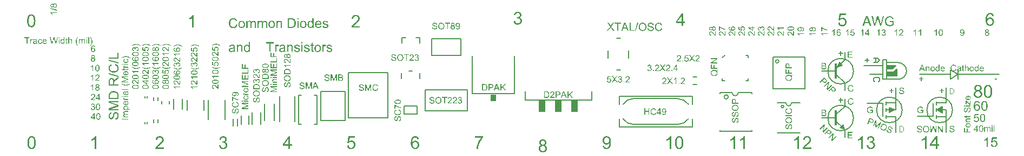
<source format=gto>
G04 Layer_Color=65535*
%FSLAX25Y25*%
%MOIN*%
G70*
G01*
G75*
%ADD301C,0.00600*%
%ADD302C,0.00700*%
%ADD303C,0.00500*%
%ADD304C,0.00800*%
%ADD305C,0.00400*%
%ADD306R,0.03400X0.04302*%
%ADD307R,0.04167X0.07382*%
%ADD308R,0.04134X0.07382*%
%ADD309R,0.04100X0.07382*%
%ADD310R,0.01181X0.09524*%
G36*
X626261Y179398D02*
X626800D01*
Y178950D01*
X626261D01*
Y178000D01*
X625771D01*
Y178950D01*
X624047D01*
Y179398D01*
X625862Y181969D01*
X626261D01*
Y179398D01*
D02*
G37*
G36*
X622964Y178000D02*
X622474D01*
Y181110D01*
X622468Y181104D01*
X622444Y181079D01*
X622402Y181049D01*
X622347Y181007D01*
X622281Y180952D01*
X622202Y180898D01*
X622111Y180831D01*
X622008Y180771D01*
X622002D01*
X621996Y180765D01*
X621960Y180741D01*
X621905Y180710D01*
X621839Y180674D01*
X621760Y180632D01*
X621675Y180596D01*
X621585Y180553D01*
X621500Y180517D01*
Y180995D01*
X621506D01*
X621518Y181001D01*
X621542Y181013D01*
X621567Y181031D01*
X621603Y181049D01*
X621645Y181067D01*
X621742Y181122D01*
X621851Y181188D01*
X621972Y181267D01*
X622093Y181358D01*
X622208Y181455D01*
X622214Y181461D01*
X622220Y181467D01*
X622256Y181503D01*
X622311Y181557D01*
X622377Y181624D01*
X622450Y181709D01*
X622522Y181799D01*
X622589Y181896D01*
X622644Y181993D01*
X622964D01*
Y178000D01*
D02*
G37*
G36*
X617455Y181448D02*
X615870D01*
X615652Y180378D01*
X615658Y180384D01*
X615670Y180390D01*
X615688Y180402D01*
X615712Y180420D01*
X615749Y180438D01*
X615785Y180456D01*
X615882Y180505D01*
X615990Y180553D01*
X616118Y180589D01*
X616257Y180620D01*
X616402Y180632D01*
X616450D01*
X616487Y180626D01*
X616535Y180620D01*
X616583Y180614D01*
X616644Y180602D01*
X616704Y180589D01*
X616844Y180541D01*
X616916Y180517D01*
X616989Y180481D01*
X617067Y180438D01*
X617140Y180390D01*
X617213Y180335D01*
X617279Y180269D01*
X617285Y180263D01*
X617297Y180251D01*
X617315Y180232D01*
X617334Y180202D01*
X617364Y180166D01*
X617394Y180124D01*
X617424Y180075D01*
X617461Y180021D01*
X617497Y179954D01*
X617527Y179888D01*
X617557Y179809D01*
X617588Y179730D01*
X617606Y179640D01*
X617624Y179549D01*
X617636Y179446D01*
X617642Y179343D01*
Y179337D01*
Y179319D01*
Y179289D01*
X617636Y179252D01*
X617630Y179204D01*
X617624Y179149D01*
X617618Y179089D01*
X617606Y179023D01*
X617563Y178877D01*
X617509Y178726D01*
X617473Y178641D01*
X617430Y178563D01*
X617382Y178484D01*
X617327Y178411D01*
X617321Y178405D01*
X617309Y178393D01*
X617285Y178369D01*
X617255Y178339D01*
X617219Y178303D01*
X617170Y178260D01*
X617116Y178218D01*
X617049Y178175D01*
X616983Y178127D01*
X616904Y178085D01*
X616813Y178042D01*
X616722Y178006D01*
X616620Y177976D01*
X616517Y177952D01*
X616402Y177939D01*
X616281Y177933D01*
X616226D01*
X616190Y177939D01*
X616148Y177946D01*
X616093Y177952D01*
X616033Y177958D01*
X615966Y177970D01*
X615827Y178006D01*
X615682Y178060D01*
X615609Y178097D01*
X615537Y178139D01*
X615464Y178182D01*
X615398Y178236D01*
X615392Y178242D01*
X615385Y178248D01*
X615367Y178266D01*
X615343Y178290D01*
X615319Y178321D01*
X615289Y178357D01*
X615258Y178399D01*
X615222Y178448D01*
X615156Y178563D01*
X615089Y178702D01*
X615041Y178859D01*
X615023Y178950D01*
X615010Y179041D01*
X615525Y179077D01*
Y179071D01*
Y179059D01*
X615531Y179041D01*
X615537Y179016D01*
X615555Y178950D01*
X615579Y178865D01*
X615609Y178774D01*
X615658Y178684D01*
X615712Y178593D01*
X615785Y178514D01*
X615797Y178508D01*
X615821Y178484D01*
X615864Y178460D01*
X615924Y178424D01*
X615997Y178393D01*
X616081Y178363D01*
X616178Y178339D01*
X616281Y178333D01*
X616317D01*
X616341Y178339D01*
X616408Y178345D01*
X616493Y178363D01*
X616583Y178399D01*
X616686Y178442D01*
X616783Y178508D01*
X616831Y178544D01*
X616880Y178593D01*
Y178599D01*
X616892Y178605D01*
X616916Y178641D01*
X616959Y178702D01*
X617001Y178780D01*
X617043Y178883D01*
X617086Y179004D01*
X617110Y179144D01*
X617122Y179301D01*
Y179307D01*
Y179319D01*
Y179343D01*
X617116Y179367D01*
Y179404D01*
X617110Y179446D01*
X617092Y179543D01*
X617067Y179646D01*
X617025Y179754D01*
X616964Y179863D01*
X616886Y179960D01*
X616874Y179972D01*
X616844Y179997D01*
X616795Y180039D01*
X616722Y180081D01*
X616638Y180124D01*
X616529Y180166D01*
X616408Y180190D01*
X616275Y180202D01*
X616232D01*
X616190Y180196D01*
X616130Y180190D01*
X616063Y180172D01*
X615990Y180154D01*
X615918Y180124D01*
X615845Y180087D01*
X615839Y180081D01*
X615815Y180069D01*
X615779Y180045D01*
X615736Y180015D01*
X615694Y179972D01*
X615646Y179924D01*
X615597Y179869D01*
X615555Y179809D01*
X615095Y179876D01*
X615482Y181914D01*
X617455D01*
Y181448D01*
D02*
G37*
G36*
X632964Y178000D02*
X632474D01*
Y181110D01*
X632468Y181104D01*
X632444Y181079D01*
X632402Y181049D01*
X632347Y181007D01*
X632280Y180952D01*
X632202Y180898D01*
X632111Y180831D01*
X632008Y180771D01*
X632002D01*
X631996Y180765D01*
X631960Y180741D01*
X631905Y180710D01*
X631839Y180674D01*
X631760Y180632D01*
X631675Y180596D01*
X631585Y180553D01*
X631500Y180517D01*
Y180995D01*
X631506D01*
X631518Y181001D01*
X631542Y181013D01*
X631567Y181031D01*
X631603Y181049D01*
X631645Y181067D01*
X631742Y181122D01*
X631851Y181188D01*
X631972Y181267D01*
X632093Y181358D01*
X632208Y181455D01*
X632214Y181461D01*
X632220Y181467D01*
X632256Y181503D01*
X632311Y181557D01*
X632377Y181624D01*
X632450Y181709D01*
X632522Y181799D01*
X632589Y181896D01*
X632644Y181993D01*
X632964D01*
Y178000D01*
D02*
G37*
G36*
X646420Y181987D02*
X646468Y181981D01*
X646523Y181975D01*
X646583Y181969D01*
X646650Y181951D01*
X646795Y181914D01*
X646946Y181860D01*
X647025Y181824D01*
X647098Y181781D01*
X647164Y181727D01*
X647231Y181672D01*
X647237Y181666D01*
X647243Y181660D01*
X647261Y181642D01*
X647285Y181618D01*
X647309Y181582D01*
X647340Y181545D01*
X647400Y181455D01*
X647461Y181340D01*
X647515Y181207D01*
X647557Y181055D01*
X647564Y180971D01*
X647570Y180886D01*
Y180874D01*
Y180843D01*
X647564Y180795D01*
X647557Y180735D01*
X647545Y180662D01*
X647527Y180583D01*
X647503Y180499D01*
X647467Y180414D01*
X647461Y180402D01*
X647448Y180372D01*
X647424Y180329D01*
X647388Y180269D01*
X647346Y180196D01*
X647291Y180111D01*
X647219Y180027D01*
X647140Y179930D01*
X647128Y179918D01*
X647098Y179882D01*
X647043Y179827D01*
X647007Y179791D01*
X646965Y179748D01*
X646916Y179700D01*
X646856Y179646D01*
X646795Y179591D01*
X646729Y179525D01*
X646656Y179458D01*
X646571Y179385D01*
X646487Y179313D01*
X646390Y179228D01*
X646384Y179222D01*
X646372Y179210D01*
X646348Y179192D01*
X646317Y179168D01*
X646245Y179107D01*
X646154Y179028D01*
X646063Y178944D01*
X645966Y178859D01*
X645888Y178787D01*
X645857Y178756D01*
X645827Y178726D01*
X645821Y178720D01*
X645809Y178702D01*
X645785Y178678D01*
X645755Y178641D01*
X645688Y178563D01*
X645621Y178466D01*
X647576D01*
Y178000D01*
X644944D01*
Y178006D01*
Y178030D01*
Y178067D01*
X644950Y178109D01*
X644956Y178157D01*
X644962Y178212D01*
X644980Y178272D01*
X644998Y178333D01*
Y178339D01*
X645004Y178345D01*
X645016Y178381D01*
X645041Y178429D01*
X645077Y178502D01*
X645119Y178581D01*
X645180Y178672D01*
X645240Y178762D01*
X645319Y178859D01*
Y178865D01*
X645331Y178871D01*
X645361Y178908D01*
X645410Y178962D01*
X645482Y179034D01*
X645573Y179119D01*
X645682Y179222D01*
X645815Y179337D01*
X645960Y179464D01*
X645966Y179470D01*
X645991Y179488D01*
X646021Y179513D01*
X646063Y179555D01*
X646118Y179597D01*
X646178Y179652D01*
X646311Y179767D01*
X646456Y179906D01*
X646602Y180045D01*
X646674Y180111D01*
X646735Y180178D01*
X646789Y180245D01*
X646838Y180305D01*
Y180311D01*
X646850Y180317D01*
X646862Y180335D01*
X646874Y180359D01*
X646910Y180420D01*
X646952Y180499D01*
X646995Y180589D01*
X647031Y180686D01*
X647055Y180795D01*
X647067Y180898D01*
Y180904D01*
Y180910D01*
X647061Y180946D01*
X647055Y181001D01*
X647043Y181067D01*
X647013Y181146D01*
X646977Y181225D01*
X646928Y181309D01*
X646856Y181388D01*
X646843Y181394D01*
X646819Y181418D01*
X646771Y181448D01*
X646710Y181491D01*
X646632Y181527D01*
X646541Y181557D01*
X646432Y181582D01*
X646311Y181588D01*
X646275D01*
X646251Y181582D01*
X646190Y181576D01*
X646111Y181563D01*
X646021Y181533D01*
X645924Y181497D01*
X645833Y181442D01*
X645749Y181370D01*
X645743Y181358D01*
X645718Y181333D01*
X645682Y181285D01*
X645646Y181219D01*
X645603Y181134D01*
X645573Y181037D01*
X645549Y180922D01*
X645537Y180789D01*
X645035Y180843D01*
Y180850D01*
Y180868D01*
X645041Y180898D01*
X645047Y180934D01*
X645059Y180983D01*
X645065Y181037D01*
X645101Y181158D01*
X645150Y181297D01*
X645216Y181436D01*
X645307Y181576D01*
X645355Y181636D01*
X645416Y181697D01*
X645422Y181703D01*
X645434Y181709D01*
X645452Y181727D01*
X645476Y181745D01*
X645513Y181763D01*
X645555Y181793D01*
X645603Y181818D01*
X645658Y181848D01*
X645718Y181872D01*
X645785Y181902D01*
X645863Y181926D01*
X645942Y181945D01*
X646124Y181981D01*
X646220Y181987D01*
X646323Y181993D01*
X646378D01*
X646420Y181987D01*
D02*
G37*
G36*
X643764Y178000D02*
X643274D01*
Y181110D01*
X643268Y181104D01*
X643244Y181079D01*
X643201Y181049D01*
X643147Y181007D01*
X643081Y180952D01*
X643002Y180898D01*
X642911Y180831D01*
X642808Y180771D01*
X642802D01*
X642796Y180765D01*
X642760Y180741D01*
X642705Y180710D01*
X642639Y180674D01*
X642560Y180632D01*
X642476Y180596D01*
X642385Y180553D01*
X642300Y180517D01*
Y180995D01*
X642306D01*
X642318Y181001D01*
X642342Y181013D01*
X642367Y181031D01*
X642403Y181049D01*
X642445Y181067D01*
X642542Y181122D01*
X642651Y181188D01*
X642772Y181267D01*
X642893Y181358D01*
X643008Y181455D01*
X643014Y181461D01*
X643020Y181467D01*
X643056Y181503D01*
X643111Y181557D01*
X643177Y181624D01*
X643250Y181709D01*
X643323Y181799D01*
X643389Y181896D01*
X643443Y181993D01*
X643764D01*
Y178000D01*
D02*
G37*
G36*
X635572Y181987D02*
X635650Y181975D01*
X635741Y181957D01*
X635844Y181932D01*
X635947Y181896D01*
X636050Y181848D01*
X636056D01*
X636062Y181842D01*
X636098Y181824D01*
X636146Y181793D01*
X636207Y181751D01*
X636273Y181697D01*
X636346Y181630D01*
X636413Y181551D01*
X636473Y181467D01*
X636479Y181455D01*
X636497Y181424D01*
X636521Y181376D01*
X636546Y181315D01*
X636570Y181237D01*
X636594Y181152D01*
X636612Y181061D01*
X636618Y180958D01*
Y180946D01*
Y180916D01*
X636612Y180868D01*
X636600Y180807D01*
X636582Y180735D01*
X636558Y180656D01*
X636527Y180571D01*
X636479Y180493D01*
X636473Y180481D01*
X636455Y180456D01*
X636419Y180420D01*
X636376Y180372D01*
X636316Y180317D01*
X636249Y180263D01*
X636165Y180202D01*
X636068Y180154D01*
X636074D01*
X636086Y180148D01*
X636104D01*
X636128Y180136D01*
X636189Y180117D01*
X636267Y180081D01*
X636352Y180039D01*
X636443Y179978D01*
X636534Y179906D01*
X636612Y179815D01*
X636618Y179803D01*
X636643Y179767D01*
X636673Y179712D01*
X636715Y179640D01*
X636751Y179549D01*
X636782Y179440D01*
X636806Y179313D01*
X636812Y179174D01*
Y179168D01*
Y179149D01*
Y179125D01*
X636806Y179089D01*
X636800Y179041D01*
X636794Y178992D01*
X636782Y178932D01*
X636763Y178871D01*
X636721Y178732D01*
X636691Y178653D01*
X636649Y178581D01*
X636606Y178508D01*
X636558Y178436D01*
X636497Y178363D01*
X636431Y178290D01*
X636425Y178284D01*
X636413Y178272D01*
X636394Y178260D01*
X636364Y178236D01*
X636328Y178206D01*
X636279Y178175D01*
X636225Y178145D01*
X636171Y178115D01*
X636104Y178079D01*
X636031Y178048D01*
X635953Y178018D01*
X635868Y177988D01*
X635777Y177964D01*
X635681Y177952D01*
X635578Y177939D01*
X635475Y177933D01*
X635427D01*
X635390Y177939D01*
X635342Y177946D01*
X635293Y177952D01*
X635233Y177958D01*
X635172Y177970D01*
X635033Y178006D01*
X634888Y178067D01*
X634815Y178097D01*
X634749Y178139D01*
X634676Y178188D01*
X634610Y178242D01*
X634604Y178248D01*
X634598Y178254D01*
X634579Y178272D01*
X634555Y178296D01*
X634531Y178333D01*
X634501Y178369D01*
X634465Y178411D01*
X634434Y178460D01*
X634362Y178581D01*
X634301Y178720D01*
X634247Y178877D01*
X634229Y178962D01*
X634216Y179053D01*
X634706Y179119D01*
Y179113D01*
X634713Y179101D01*
Y179077D01*
X634725Y179053D01*
X634743Y178980D01*
X634773Y178889D01*
X634809Y178793D01*
X634858Y178690D01*
X634918Y178599D01*
X634985Y178520D01*
X634997Y178514D01*
X635021Y178490D01*
X635064Y178466D01*
X635124Y178429D01*
X635190Y178399D01*
X635275Y178369D01*
X635372Y178345D01*
X635475Y178339D01*
X635511D01*
X635535Y178345D01*
X635596Y178351D01*
X635674Y178369D01*
X635771Y178399D01*
X635868Y178436D01*
X635965Y178496D01*
X636056Y178575D01*
X636068Y178587D01*
X636092Y178617D01*
X636128Y178665D01*
X636177Y178738D01*
X636219Y178823D01*
X636255Y178926D01*
X636279Y179041D01*
X636292Y179168D01*
Y179174D01*
Y179180D01*
Y179198D01*
X636285Y179222D01*
X636279Y179283D01*
X636261Y179361D01*
X636237Y179446D01*
X636195Y179543D01*
X636140Y179633D01*
X636068Y179718D01*
X636056Y179730D01*
X636031Y179754D01*
X635983Y179785D01*
X635917Y179827D01*
X635838Y179869D01*
X635741Y179900D01*
X635638Y179924D01*
X635517Y179936D01*
X635463D01*
X635420Y179930D01*
X635372Y179924D01*
X635312Y179918D01*
X635245Y179906D01*
X635172Y179888D01*
X635227Y180317D01*
X635257D01*
X635281Y180311D01*
X635360D01*
X635414Y180317D01*
X635493Y180329D01*
X635578Y180347D01*
X635669Y180378D01*
X635765Y180414D01*
X635862Y180468D01*
X635874Y180474D01*
X635904Y180499D01*
X635941Y180541D01*
X635989Y180596D01*
X636037Y180662D01*
X636074Y180747D01*
X636104Y180850D01*
X636116Y180971D01*
Y180977D01*
Y180983D01*
Y181013D01*
X636104Y181061D01*
X636092Y181128D01*
X636074Y181194D01*
X636037Y181267D01*
X635995Y181346D01*
X635935Y181412D01*
X635929Y181418D01*
X635904Y181442D01*
X635862Y181473D01*
X635808Y181503D01*
X635741Y181539D01*
X635662Y181563D01*
X635572Y181588D01*
X635469Y181594D01*
X635420D01*
X635366Y181582D01*
X635306Y181570D01*
X635227Y181551D01*
X635148Y181515D01*
X635070Y181473D01*
X634991Y181412D01*
X634985Y181406D01*
X634961Y181382D01*
X634930Y181340D01*
X634894Y181279D01*
X634852Y181207D01*
X634815Y181116D01*
X634779Y181007D01*
X634755Y180880D01*
X634265Y180965D01*
Y180971D01*
X634271Y180989D01*
X634277Y181013D01*
X634283Y181043D01*
X634295Y181086D01*
X634307Y181134D01*
X634349Y181243D01*
X634398Y181364D01*
X634471Y181491D01*
X634555Y181612D01*
X634664Y181721D01*
X634670Y181727D01*
X634676Y181733D01*
X634694Y181745D01*
X634725Y181763D01*
X634755Y181781D01*
X634791Y181805D01*
X634882Y181860D01*
X634997Y181908D01*
X635136Y181951D01*
X635287Y181981D01*
X635372Y181993D01*
X635511D01*
X635572Y181987D01*
D02*
G37*
G36*
X613764Y178000D02*
X613274D01*
Y181110D01*
X613268Y181104D01*
X613244Y181079D01*
X613202Y181049D01*
X613147Y181007D01*
X613081Y180952D01*
X613002Y180898D01*
X612911Y180831D01*
X612808Y180771D01*
X612802D01*
X612796Y180765D01*
X612760Y180741D01*
X612705Y180710D01*
X612639Y180674D01*
X612560Y180632D01*
X612475Y180596D01*
X612385Y180553D01*
X612300Y180517D01*
Y180995D01*
X612306D01*
X612318Y181001D01*
X612342Y181013D01*
X612367Y181031D01*
X612403Y181049D01*
X612445Y181067D01*
X612542Y181122D01*
X612651Y181188D01*
X612772Y181267D01*
X612893Y181358D01*
X613008Y181455D01*
X613014Y181461D01*
X613020Y181467D01*
X613056Y181503D01*
X613111Y181557D01*
X613177Y181624D01*
X613250Y181709D01*
X613322Y181799D01*
X613389Y181896D01*
X613444Y181993D01*
X613764D01*
Y178000D01*
D02*
G37*
G36*
X534461Y183754D02*
X534473Y183741D01*
X534497Y183723D01*
X534527Y183693D01*
X534570Y183663D01*
X534618Y183621D01*
X534679Y183572D01*
X534739Y183524D01*
X534812Y183469D01*
X534896Y183409D01*
X534981Y183342D01*
X535078Y183282D01*
X535181Y183215D01*
X535290Y183142D01*
X535411Y183076D01*
X535532Y183003D01*
X535538Y182997D01*
X535562Y182985D01*
X535598Y182967D01*
X535647Y182943D01*
X535707Y182913D01*
X535780Y182876D01*
X535864Y182834D01*
X535955Y182792D01*
X536052Y182749D01*
X536161Y182701D01*
X536276Y182652D01*
X536397Y182604D01*
X536645Y182513D01*
X536911Y182429D01*
X536917D01*
X536935Y182423D01*
X536959Y182416D01*
X536996Y182404D01*
X537044Y182392D01*
X537099Y182380D01*
X537165Y182368D01*
X537232Y182350D01*
X537310Y182338D01*
X537395Y182320D01*
X537576Y182290D01*
X537782Y182265D01*
X538000Y182247D01*
Y181745D01*
X537952D01*
X537915Y181751D01*
X537873D01*
X537818Y181757D01*
X537752Y181763D01*
X537685Y181769D01*
X537607Y181781D01*
X537516Y181793D01*
X537425Y181805D01*
X537328Y181824D01*
X537219Y181842D01*
X537111Y181866D01*
X536869Y181926D01*
X536863D01*
X536838Y181932D01*
X536802Y181945D01*
X536754Y181957D01*
X536693Y181975D01*
X536627Y181999D01*
X536548Y182023D01*
X536457Y182053D01*
X536367Y182090D01*
X536264Y182126D01*
X536046Y182211D01*
X535816Y182314D01*
X535586Y182429D01*
X535580Y182435D01*
X535556Y182447D01*
X535526Y182465D01*
X535483Y182489D01*
X535429Y182519D01*
X535368Y182556D01*
X535302Y182598D01*
X535223Y182640D01*
X535060Y182749D01*
X534884Y182870D01*
X534709Y182997D01*
X534539Y183136D01*
Y181188D01*
X534073D01*
Y183760D01*
X534455D01*
X534461Y183754D01*
D02*
G37*
G36*
X538000Y178006D02*
X537933D01*
X537891Y178012D01*
X537843Y178018D01*
X537788Y178024D01*
X537728Y178042D01*
X537667Y178060D01*
X537661D01*
X537655Y178067D01*
X537619Y178079D01*
X537570Y178103D01*
X537498Y178139D01*
X537419Y178182D01*
X537328Y178242D01*
X537238Y178303D01*
X537141Y178381D01*
X537135D01*
X537129Y178393D01*
X537092Y178424D01*
X537038Y178472D01*
X536965Y178544D01*
X536881Y178635D01*
X536778Y178744D01*
X536663Y178877D01*
X536536Y179023D01*
X536530Y179028D01*
X536512Y179053D01*
X536487Y179083D01*
X536445Y179125D01*
X536403Y179180D01*
X536348Y179240D01*
X536233Y179373D01*
X536094Y179519D01*
X535955Y179664D01*
X535889Y179736D01*
X535822Y179797D01*
X535755Y179851D01*
X535695Y179900D01*
X535689D01*
X535683Y179912D01*
X535665Y179924D01*
X535640Y179936D01*
X535580Y179972D01*
X535501Y180015D01*
X535411Y180057D01*
X535314Y180093D01*
X535205Y180117D01*
X535102Y180130D01*
X535090D01*
X535054Y180124D01*
X534999Y180117D01*
X534933Y180105D01*
X534854Y180075D01*
X534775Y180039D01*
X534691Y179990D01*
X534612Y179918D01*
X534606Y179906D01*
X534582Y179882D01*
X534551Y179833D01*
X534509Y179773D01*
X534473Y179694D01*
X534443Y179603D01*
X534418Y179494D01*
X534412Y179373D01*
Y179367D01*
Y179355D01*
Y179337D01*
X534418Y179313D01*
X534424Y179252D01*
X534437Y179174D01*
X534467Y179083D01*
X534503Y178986D01*
X534557Y178895D01*
X534630Y178811D01*
X534642Y178805D01*
X534666Y178780D01*
X534715Y178744D01*
X534781Y178708D01*
X534866Y178665D01*
X534963Y178635D01*
X535078Y178611D01*
X535211Y178599D01*
X535156Y178097D01*
X535132D01*
X535102Y178103D01*
X535066Y178109D01*
X535017Y178121D01*
X534963Y178127D01*
X534842Y178163D01*
X534703Y178212D01*
X534564Y178278D01*
X534424Y178369D01*
X534364Y178418D01*
X534303Y178478D01*
X534297Y178484D01*
X534291Y178496D01*
X534273Y178514D01*
X534255Y178538D01*
X534237Y178575D01*
X534207Y178617D01*
X534182Y178665D01*
X534152Y178720D01*
X534128Y178780D01*
X534098Y178847D01*
X534073Y178926D01*
X534055Y179004D01*
X534019Y179186D01*
X534013Y179283D01*
X534007Y179385D01*
Y179392D01*
Y179410D01*
Y179440D01*
X534013Y179482D01*
X534019Y179531D01*
X534025Y179585D01*
X534031Y179646D01*
X534049Y179712D01*
X534086Y179857D01*
X534140Y180009D01*
X534176Y180087D01*
X534219Y180160D01*
X534273Y180226D01*
X534328Y180293D01*
X534334Y180299D01*
X534340Y180305D01*
X534358Y180323D01*
X534382Y180347D01*
X534418Y180372D01*
X534455Y180402D01*
X534545Y180462D01*
X534660Y180523D01*
X534794Y180577D01*
X534945Y180620D01*
X535029Y180626D01*
X535114Y180632D01*
X535156D01*
X535205Y180626D01*
X535265Y180620D01*
X535338Y180607D01*
X535417Y180589D01*
X535501Y180565D01*
X535586Y180529D01*
X535598Y180523D01*
X535628Y180511D01*
X535671Y180487D01*
X535731Y180450D01*
X535804Y180408D01*
X535889Y180353D01*
X535973Y180281D01*
X536070Y180202D01*
X536082Y180190D01*
X536119Y180160D01*
X536173Y180105D01*
X536209Y180069D01*
X536252Y180027D01*
X536300Y179978D01*
X536354Y179918D01*
X536409Y179857D01*
X536475Y179791D01*
X536542Y179718D01*
X536615Y179633D01*
X536687Y179549D01*
X536772Y179452D01*
X536778Y179446D01*
X536790Y179434D01*
X536808Y179410D01*
X536832Y179379D01*
X536893Y179307D01*
X536972Y179216D01*
X537056Y179125D01*
X537141Y179028D01*
X537214Y178950D01*
X537244Y178920D01*
X537274Y178889D01*
X537280Y178883D01*
X537298Y178871D01*
X537322Y178847D01*
X537359Y178817D01*
X537437Y178750D01*
X537534Y178684D01*
Y180638D01*
X538000D01*
Y178006D01*
D02*
G37*
G36*
X542808Y183754D02*
X542844D01*
X542941Y183741D01*
X543044Y183717D01*
X543165Y183693D01*
X543286Y183651D01*
X543407Y183596D01*
X543413D01*
X543419Y183590D01*
X543437Y183578D01*
X543462Y183566D01*
X543516Y183530D01*
X543589Y183481D01*
X543667Y183415D01*
X543746Y183336D01*
X543824Y183251D01*
X543897Y183149D01*
X543903Y183136D01*
X543921Y183100D01*
X543952Y183040D01*
X543982Y182967D01*
X544012Y182870D01*
X544042Y182761D01*
X544061Y182640D01*
X544067Y182513D01*
Y182507D01*
Y182489D01*
X544061Y182453D01*
Y182410D01*
X544054Y182362D01*
X544042Y182301D01*
X544030Y182235D01*
X544012Y182162D01*
X543988Y182084D01*
X543958Y181999D01*
X543921Y181920D01*
X543879Y181836D01*
X543824Y181751D01*
X543764Y181666D01*
X543698Y181588D01*
X543619Y181515D01*
X543613Y181509D01*
X543595Y181497D01*
X543570Y181479D01*
X543534Y181455D01*
X543486Y181424D01*
X543425Y181394D01*
X543353Y181358D01*
X543268Y181327D01*
X543171Y181291D01*
X543062Y181255D01*
X542941Y181225D01*
X542808Y181194D01*
X542663Y181170D01*
X542500Y181152D01*
X542330Y181140D01*
X542143Y181134D01*
X542034D01*
X541955Y181140D01*
X541858Y181146D01*
X541749Y181158D01*
X541628Y181170D01*
X541501Y181188D01*
X541362Y181207D01*
X541223Y181237D01*
X541084Y181273D01*
X540951Y181315D01*
X540812Y181364D01*
X540691Y181418D01*
X540570Y181485D01*
X540467Y181557D01*
X540461Y181563D01*
X540449Y181576D01*
X540424Y181594D01*
X540394Y181624D01*
X540358Y181666D01*
X540322Y181709D01*
X540279Y181763D01*
X540237Y181824D01*
X540195Y181890D01*
X540152Y181969D01*
X540116Y182047D01*
X540080Y182138D01*
X540049Y182235D01*
X540025Y182338D01*
X540013Y182447D01*
X540007Y182562D01*
Y182568D01*
Y182580D01*
Y182604D01*
X540013Y182640D01*
Y182677D01*
X540019Y182725D01*
X540037Y182834D01*
X540073Y182955D01*
X540122Y183082D01*
X540182Y183209D01*
X540225Y183270D01*
X540273Y183330D01*
Y183336D01*
X540285Y183342D01*
X540322Y183378D01*
X540382Y183427D01*
X540461Y183487D01*
X540564Y183554D01*
X540685Y183608D01*
X540830Y183663D01*
X540993Y183693D01*
X541029Y183209D01*
X541017D01*
X540981Y183197D01*
X540933Y183179D01*
X540872Y183161D01*
X540733Y183100D01*
X540672Y183064D01*
X540618Y183021D01*
X540606Y183016D01*
X540582Y182985D01*
X540552Y182943D01*
X540509Y182888D01*
X540473Y182816D01*
X540437Y182731D01*
X540412Y182634D01*
X540406Y182531D01*
Y182519D01*
Y182489D01*
X540412Y182447D01*
X540424Y182392D01*
X540437Y182326D01*
X540461Y182253D01*
X540497Y182187D01*
X540539Y182114D01*
X540545Y182102D01*
X540570Y182078D01*
X540612Y182035D01*
X540666Y181987D01*
X540733Y181926D01*
X540818Y181866D01*
X540921Y181805D01*
X541036Y181751D01*
X541042D01*
X541048Y181745D01*
X541072Y181739D01*
X541096Y181733D01*
X541126Y181721D01*
X541169Y181709D01*
X541217Y181697D01*
X541271Y181684D01*
X541332Y181672D01*
X541398Y181660D01*
X541477Y181648D01*
X541556Y181636D01*
X541647Y181630D01*
X541743Y181624D01*
X541846Y181618D01*
X541949D01*
X541943Y181624D01*
X541913Y181648D01*
X541864Y181684D01*
X541804Y181739D01*
X541737Y181799D01*
X541671Y181872D01*
X541610Y181957D01*
X541556Y182047D01*
X541550Y182060D01*
X541538Y182090D01*
X541513Y182144D01*
X541489Y182211D01*
X541465Y182290D01*
X541441Y182380D01*
X541429Y182477D01*
X541423Y182580D01*
Y182586D01*
Y182604D01*
Y182628D01*
X541429Y182665D01*
X541435Y182707D01*
X541441Y182755D01*
X541465Y182870D01*
X541513Y182997D01*
X541538Y183070D01*
X541574Y183136D01*
X541616Y183209D01*
X541665Y183282D01*
X541719Y183348D01*
X541786Y183415D01*
X541792Y183421D01*
X541804Y183427D01*
X541822Y183445D01*
X541852Y183469D01*
X541889Y183493D01*
X541931Y183524D01*
X541979Y183554D01*
X542034Y183590D01*
X542100Y183621D01*
X542167Y183651D01*
X542245Y183681D01*
X542324Y183705D01*
X542415Y183729D01*
X542506Y183747D01*
X542608Y183754D01*
X542711Y183760D01*
X542772D01*
X542808Y183754D01*
D02*
G37*
G36*
X532000Y178006D02*
X531933D01*
X531891Y178012D01*
X531843Y178018D01*
X531788Y178024D01*
X531728Y178042D01*
X531667Y178060D01*
X531661D01*
X531655Y178067D01*
X531619Y178079D01*
X531570Y178103D01*
X531498Y178139D01*
X531419Y178182D01*
X531328Y178242D01*
X531238Y178303D01*
X531141Y178381D01*
X531135D01*
X531129Y178393D01*
X531093Y178424D01*
X531038Y178472D01*
X530965Y178544D01*
X530881Y178635D01*
X530778Y178744D01*
X530663Y178877D01*
X530536Y179023D01*
X530530Y179028D01*
X530512Y179053D01*
X530487Y179083D01*
X530445Y179125D01*
X530403Y179180D01*
X530348Y179240D01*
X530233Y179373D01*
X530094Y179519D01*
X529955Y179664D01*
X529889Y179736D01*
X529822Y179797D01*
X529755Y179851D01*
X529695Y179900D01*
X529689D01*
X529683Y179912D01*
X529665Y179924D01*
X529640Y179936D01*
X529580Y179972D01*
X529501Y180015D01*
X529411Y180057D01*
X529314Y180093D01*
X529205Y180117D01*
X529102Y180130D01*
X529090D01*
X529054Y180124D01*
X528999Y180117D01*
X528933Y180105D01*
X528854Y180075D01*
X528775Y180039D01*
X528691Y179990D01*
X528612Y179918D01*
X528606Y179906D01*
X528582Y179882D01*
X528551Y179833D01*
X528509Y179773D01*
X528473Y179694D01*
X528443Y179603D01*
X528418Y179494D01*
X528412Y179373D01*
Y179367D01*
Y179355D01*
Y179337D01*
X528418Y179313D01*
X528424Y179252D01*
X528437Y179174D01*
X528467Y179083D01*
X528503Y178986D01*
X528557Y178895D01*
X528630Y178811D01*
X528642Y178805D01*
X528666Y178780D01*
X528715Y178744D01*
X528781Y178708D01*
X528866Y178665D01*
X528963Y178635D01*
X529078Y178611D01*
X529211Y178599D01*
X529156Y178097D01*
X529132D01*
X529102Y178103D01*
X529066Y178109D01*
X529017Y178121D01*
X528963Y178127D01*
X528842Y178163D01*
X528703Y178212D01*
X528564Y178278D01*
X528424Y178369D01*
X528364Y178418D01*
X528303Y178478D01*
X528297Y178484D01*
X528291Y178496D01*
X528273Y178514D01*
X528255Y178538D01*
X528237Y178575D01*
X528207Y178617D01*
X528182Y178665D01*
X528152Y178720D01*
X528128Y178780D01*
X528098Y178847D01*
X528074Y178926D01*
X528055Y179004D01*
X528019Y179186D01*
X528013Y179283D01*
X528007Y179385D01*
Y179392D01*
Y179410D01*
Y179440D01*
X528013Y179482D01*
X528019Y179531D01*
X528025Y179585D01*
X528031Y179646D01*
X528049Y179712D01*
X528086Y179857D01*
X528140Y180009D01*
X528176Y180087D01*
X528219Y180160D01*
X528273Y180226D01*
X528328Y180293D01*
X528334Y180299D01*
X528340Y180305D01*
X528358Y180323D01*
X528382Y180347D01*
X528418Y180372D01*
X528455Y180402D01*
X528545Y180462D01*
X528660Y180523D01*
X528793Y180577D01*
X528945Y180620D01*
X529029Y180626D01*
X529114Y180632D01*
X529156D01*
X529205Y180626D01*
X529265Y180620D01*
X529338Y180607D01*
X529417Y180589D01*
X529501Y180565D01*
X529586Y180529D01*
X529598Y180523D01*
X529628Y180511D01*
X529671Y180487D01*
X529731Y180450D01*
X529804Y180408D01*
X529889Y180353D01*
X529973Y180281D01*
X530070Y180202D01*
X530082Y180190D01*
X530119Y180160D01*
X530173Y180105D01*
X530209Y180069D01*
X530252Y180027D01*
X530300Y179978D01*
X530354Y179918D01*
X530409Y179857D01*
X530475Y179791D01*
X530542Y179718D01*
X530615Y179633D01*
X530687Y179549D01*
X530772Y179452D01*
X530778Y179446D01*
X530790Y179434D01*
X530808Y179410D01*
X530832Y179379D01*
X530893Y179307D01*
X530971Y179216D01*
X531056Y179125D01*
X531141Y179028D01*
X531214Y178950D01*
X531244Y178920D01*
X531274Y178889D01*
X531280Y178883D01*
X531298Y178871D01*
X531322Y178847D01*
X531359Y178817D01*
X531437Y178750D01*
X531534Y178684D01*
Y180638D01*
X532000D01*
Y178006D01*
D02*
G37*
G36*
X607993Y181987D02*
X608029D01*
X608077Y181981D01*
X608186Y181963D01*
X608307Y181926D01*
X608434Y181878D01*
X608561Y181818D01*
X608622Y181775D01*
X608682Y181727D01*
X608688D01*
X608694Y181715D01*
X608731Y181678D01*
X608779Y181618D01*
X608840Y181539D01*
X608906Y181436D01*
X608961Y181315D01*
X609015Y181170D01*
X609045Y181007D01*
X608561Y180971D01*
Y180977D01*
Y180983D01*
X608549Y181019D01*
X608531Y181067D01*
X608513Y181128D01*
X608453Y181267D01*
X608416Y181327D01*
X608374Y181382D01*
X608368Y181394D01*
X608337Y181418D01*
X608295Y181448D01*
X608241Y181491D01*
X608168Y181527D01*
X608083Y181563D01*
X607987Y181588D01*
X607884Y181594D01*
X607841D01*
X607799Y181588D01*
X607745Y181576D01*
X607678Y181563D01*
X607606Y181539D01*
X607539Y181503D01*
X607466Y181461D01*
X607454Y181455D01*
X607430Y181430D01*
X607388Y181388D01*
X607339Y181333D01*
X607279Y181267D01*
X607218Y181182D01*
X607158Y181079D01*
X607103Y180965D01*
Y180958D01*
X607097Y180952D01*
X607091Y180928D01*
X607085Y180904D01*
X607073Y180874D01*
X607061Y180831D01*
X607049Y180783D01*
X607037Y180728D01*
X607025Y180668D01*
X607013Y180602D01*
X607000Y180523D01*
X606988Y180444D01*
X606982Y180353D01*
X606976Y180257D01*
X606970Y180154D01*
Y180051D01*
X606976Y180057D01*
X607000Y180087D01*
X607037Y180136D01*
X607091Y180196D01*
X607152Y180263D01*
X607224Y180329D01*
X607309Y180390D01*
X607400Y180444D01*
X607412Y180450D01*
X607442Y180462D01*
X607497Y180487D01*
X607563Y180511D01*
X607642Y180535D01*
X607732Y180559D01*
X607829Y180571D01*
X607932Y180577D01*
X607981D01*
X608017Y180571D01*
X608059Y180565D01*
X608108Y180559D01*
X608222Y180535D01*
X608350Y180487D01*
X608422Y180462D01*
X608489Y180426D01*
X608561Y180384D01*
X608634Y180335D01*
X608701Y180281D01*
X608767Y180214D01*
X608773Y180208D01*
X608779Y180196D01*
X608797Y180178D01*
X608821Y180148D01*
X608846Y180111D01*
X608876Y180069D01*
X608906Y180021D01*
X608943Y179966D01*
X608973Y179900D01*
X609003Y179833D01*
X609033Y179754D01*
X609057Y179676D01*
X609082Y179585D01*
X609100Y179494D01*
X609106Y179392D01*
X609112Y179289D01*
Y179283D01*
Y179271D01*
Y179252D01*
Y179228D01*
X609106Y179192D01*
Y179156D01*
X609094Y179059D01*
X609069Y178956D01*
X609045Y178835D01*
X609003Y178714D01*
X608949Y178593D01*
Y178587D01*
X608943Y178581D01*
X608930Y178563D01*
X608918Y178538D01*
X608882Y178484D01*
X608834Y178411D01*
X608767Y178333D01*
X608688Y178254D01*
X608604Y178175D01*
X608501Y178103D01*
X608489Y178097D01*
X608453Y178079D01*
X608392Y178048D01*
X608319Y178018D01*
X608222Y177988D01*
X608114Y177958D01*
X607993Y177939D01*
X607866Y177933D01*
X607841D01*
X607805Y177939D01*
X607763D01*
X607714Y177946D01*
X607654Y177958D01*
X607587Y177970D01*
X607515Y177988D01*
X607436Y178012D01*
X607351Y178042D01*
X607273Y178079D01*
X607188Y178121D01*
X607103Y178175D01*
X607019Y178236D01*
X606940Y178303D01*
X606867Y178381D01*
X606861Y178387D01*
X606849Y178405D01*
X606831Y178429D01*
X606807Y178466D01*
X606777Y178514D01*
X606746Y178575D01*
X606710Y178647D01*
X606680Y178732D01*
X606643Y178829D01*
X606607Y178938D01*
X606577Y179059D01*
X606547Y179192D01*
X606523Y179337D01*
X606504Y179500D01*
X606492Y179670D01*
X606486Y179857D01*
Y179863D01*
Y179869D01*
Y179888D01*
Y179906D01*
Y179966D01*
X606492Y180045D01*
X606498Y180142D01*
X606510Y180251D01*
X606523Y180372D01*
X606541Y180499D01*
X606559Y180638D01*
X606589Y180777D01*
X606625Y180916D01*
X606668Y181049D01*
X606716Y181188D01*
X606771Y181309D01*
X606837Y181430D01*
X606910Y181533D01*
X606916Y181539D01*
X606928Y181551D01*
X606946Y181576D01*
X606976Y181606D01*
X607019Y181642D01*
X607061Y181678D01*
X607115Y181721D01*
X607176Y181763D01*
X607242Y181805D01*
X607321Y181848D01*
X607400Y181884D01*
X607490Y181920D01*
X607587Y181951D01*
X607690Y181975D01*
X607799Y181987D01*
X607914Y181993D01*
X607956D01*
X607993Y181987D01*
D02*
G37*
G36*
X605264Y178000D02*
X604774D01*
Y181110D01*
X604768Y181104D01*
X604744Y181079D01*
X604702Y181049D01*
X604647Y181007D01*
X604580Y180952D01*
X604502Y180898D01*
X604411Y180831D01*
X604308Y180771D01*
X604302D01*
X604296Y180765D01*
X604260Y180741D01*
X604205Y180710D01*
X604139Y180674D01*
X604060Y180632D01*
X603975Y180596D01*
X603885Y180553D01*
X603800Y180517D01*
Y180995D01*
X603806D01*
X603818Y181001D01*
X603842Y181013D01*
X603867Y181031D01*
X603903Y181049D01*
X603945Y181067D01*
X604042Y181122D01*
X604151Y181188D01*
X604272Y181267D01*
X604393Y181358D01*
X604508Y181455D01*
X604514Y181461D01*
X604520Y181467D01*
X604556Y181503D01*
X604611Y181557D01*
X604677Y181624D01*
X604750Y181709D01*
X604822Y181799D01*
X604889Y181896D01*
X604944Y181993D01*
X605264D01*
Y178000D01*
D02*
G37*
G36*
X530947Y183766D02*
X530990Y183760D01*
X531044Y183754D01*
X531165Y183729D01*
X531298Y183681D01*
X531371Y183657D01*
X531443Y183621D01*
X531516Y183578D01*
X531589Y183530D01*
X531655Y183475D01*
X531722Y183409D01*
X531728Y183403D01*
X531734Y183391D01*
X531752Y183372D01*
X531776Y183342D01*
X531800Y183306D01*
X531831Y183264D01*
X531861Y183215D01*
X531891Y183155D01*
X531927Y183088D01*
X531958Y183016D01*
X531988Y182937D01*
X532012Y182852D01*
X532036Y182767D01*
X532054Y182671D01*
X532060Y182568D01*
X532067Y182459D01*
Y182453D01*
Y182435D01*
Y182404D01*
X532060Y182362D01*
X532054Y182314D01*
X532048Y182253D01*
X532036Y182193D01*
X532024Y182120D01*
X531982Y181969D01*
X531952Y181890D01*
X531921Y181811D01*
X531879Y181733D01*
X531837Y181654D01*
X531782Y181582D01*
X531722Y181509D01*
X531716Y181503D01*
X531704Y181491D01*
X531685Y181479D01*
X531661Y181455D01*
X531625Y181424D01*
X531582Y181394D01*
X531534Y181364D01*
X531480Y181333D01*
X531419Y181297D01*
X531353Y181267D01*
X531207Y181207D01*
X531123Y181182D01*
X531038Y181170D01*
X530947Y181158D01*
X530851Y181152D01*
X530814D01*
X530784Y181158D01*
X530754D01*
X530711Y181164D01*
X530627Y181176D01*
X530524Y181201D01*
X530415Y181237D01*
X530306Y181279D01*
X530203Y181346D01*
X530197D01*
X530191Y181358D01*
X530161Y181382D01*
X530112Y181430D01*
X530058Y181491D01*
X529997Y181570D01*
X529937Y181666D01*
X529882Y181781D01*
X529840Y181908D01*
Y181902D01*
X529834Y181896D01*
X529822Y181860D01*
X529792Y181805D01*
X529762Y181739D01*
X529713Y181660D01*
X529659Y181588D01*
X529598Y181515D01*
X529526Y181455D01*
X529514Y181448D01*
X529489Y181430D01*
X529447Y181406D01*
X529386Y181382D01*
X529314Y181358D01*
X529229Y181333D01*
X529138Y181315D01*
X529036Y181309D01*
X528993D01*
X528963Y181315D01*
X528927Y181322D01*
X528884Y181327D01*
X528781Y181346D01*
X528666Y181382D01*
X528545Y181442D01*
X528479Y181473D01*
X528418Y181515D01*
X528358Y181563D01*
X528303Y181618D01*
X528297Y181624D01*
X528291Y181630D01*
X528273Y181648D01*
X528255Y181672D01*
X528237Y181709D01*
X528207Y181745D01*
X528182Y181787D01*
X528152Y181842D01*
X528098Y181957D01*
X528055Y182102D01*
X528019Y182265D01*
X528013Y182350D01*
X528007Y182447D01*
Y182453D01*
Y182471D01*
Y182495D01*
X528013Y182531D01*
Y182580D01*
X528025Y182628D01*
X528043Y182749D01*
X528080Y182882D01*
X528134Y183021D01*
X528170Y183094D01*
X528207Y183161D01*
X528255Y183227D01*
X528309Y183288D01*
X528315Y183294D01*
X528322Y183300D01*
X528340Y183318D01*
X528364Y183336D01*
X528394Y183360D01*
X528431Y183391D01*
X528515Y183451D01*
X528624Y183505D01*
X528751Y183560D01*
X528890Y183596D01*
X528969Y183602D01*
X529048Y183608D01*
X529096D01*
X529144Y183602D01*
X529211Y183590D01*
X529290Y183572D01*
X529368Y183548D01*
X529453Y183512D01*
X529532Y183463D01*
X529538Y183457D01*
X529562Y183439D01*
X529598Y183403D01*
X529647Y183354D01*
X529695Y183294D01*
X529743Y183215D01*
X529798Y183124D01*
X529840Y183021D01*
Y183028D01*
X529846Y183040D01*
X529852Y183058D01*
X529864Y183082D01*
X529895Y183149D01*
X529931Y183227D01*
X529985Y183318D01*
X530052Y183409D01*
X530137Y183500D01*
X530227Y183578D01*
X530239Y183584D01*
X530276Y183608D01*
X530330Y183639D01*
X530409Y183675D01*
X530500Y183711D01*
X530609Y183741D01*
X530729Y183766D01*
X530863Y183772D01*
X530911D01*
X530947Y183766D01*
D02*
G37*
G36*
X298553Y150000D02*
X298045D01*
Y153328D01*
X296883Y150000D01*
X296411D01*
X295268Y153382D01*
Y150000D01*
X294760D01*
Y153975D01*
X295546D01*
X296490Y151162D01*
Y151155D01*
X296496Y151144D01*
X296502Y151125D01*
X296508Y151095D01*
X296533Y151029D01*
X296563Y150944D01*
X296593Y150847D01*
X296623Y150750D01*
X296654Y150653D01*
X296678Y150575D01*
X296684Y150587D01*
X296690Y150617D01*
X296708Y150665D01*
X296732Y150732D01*
X296756Y150823D01*
X296793Y150932D01*
X296841Y151059D01*
X296889Y151210D01*
X297839Y153975D01*
X298553D01*
Y150000D01*
D02*
G37*
G36*
X300979Y153969D02*
X301022D01*
X301125Y153963D01*
X301239Y153945D01*
X301360Y153926D01*
X301481Y153896D01*
X301590Y153854D01*
X301596D01*
X301602Y153848D01*
X301639Y153830D01*
X301687Y153799D01*
X301748Y153763D01*
X301820Y153709D01*
X301893Y153642D01*
X301959Y153569D01*
X302026Y153479D01*
X302032Y153467D01*
X302050Y153436D01*
X302074Y153382D01*
X302105Y153315D01*
X302135Y153237D01*
X302159Y153152D01*
X302177Y153055D01*
X302183Y152952D01*
Y152940D01*
Y152910D01*
X302177Y152862D01*
X302165Y152795D01*
X302147Y152723D01*
X302123Y152644D01*
X302093Y152553D01*
X302044Y152468D01*
X302038Y152456D01*
X302020Y152432D01*
X301984Y152390D01*
X301941Y152341D01*
X301881Y152281D01*
X301808Y152226D01*
X301724Y152166D01*
X301621Y152111D01*
X301627D01*
X301639Y152105D01*
X301657Y152099D01*
X301681Y152093D01*
X301748Y152063D01*
X301826Y152027D01*
X301917Y151972D01*
X302008Y151912D01*
X302098Y151839D01*
X302177Y151749D01*
X302183Y151736D01*
X302207Y151706D01*
X302238Y151652D01*
X302280Y151579D01*
X302316Y151488D01*
X302347Y151391D01*
X302371Y151277D01*
X302377Y151149D01*
Y151137D01*
Y151101D01*
X302371Y151047D01*
X302365Y150980D01*
X302347Y150901D01*
X302328Y150811D01*
X302298Y150720D01*
X302256Y150629D01*
X302250Y150617D01*
X302238Y150587D01*
X302207Y150545D01*
X302177Y150490D01*
X302135Y150429D01*
X302086Y150369D01*
X302026Y150309D01*
X301965Y150254D01*
X301959Y150248D01*
X301935Y150236D01*
X301899Y150212D01*
X301845Y150181D01*
X301784Y150151D01*
X301705Y150121D01*
X301621Y150091D01*
X301530Y150060D01*
X301518D01*
X301481Y150048D01*
X301427Y150042D01*
X301354Y150030D01*
X301258Y150018D01*
X301149Y150012D01*
X301028Y150000D01*
X299376D01*
Y153975D01*
X300937D01*
X300979Y153969D01*
D02*
G37*
G36*
X313800Y147960D02*
X313842D01*
X313945Y147948D01*
X314066Y147930D01*
X314199Y147906D01*
X314332Y147870D01*
X314459Y147821D01*
X314465D01*
X314471Y147815D01*
X314489Y147809D01*
X314514Y147797D01*
X314574Y147761D01*
X314653Y147719D01*
X314737Y147658D01*
X314822Y147585D01*
X314907Y147501D01*
X314979Y147404D01*
X314985Y147392D01*
X315010Y147355D01*
X315040Y147295D01*
X315070Y147222D01*
X315107Y147132D01*
X315143Y147023D01*
X315167Y146908D01*
X315179Y146781D01*
X314677Y146745D01*
Y146750D01*
Y146763D01*
X314671Y146781D01*
X314665Y146805D01*
X314653Y146871D01*
X314629Y146956D01*
X314592Y147047D01*
X314544Y147138D01*
X314477Y147228D01*
X314399Y147307D01*
X314387Y147313D01*
X314356Y147337D01*
X314302Y147368D01*
X314229Y147404D01*
X314132Y147440D01*
X314012Y147470D01*
X313872Y147495D01*
X313709Y147501D01*
X313630D01*
X313594Y147495D01*
X313546D01*
X313443Y147476D01*
X313328Y147458D01*
X313213Y147428D01*
X313104Y147386D01*
X313055Y147355D01*
X313013Y147325D01*
X313007Y147319D01*
X312983Y147295D01*
X312947Y147259D01*
X312910Y147204D01*
X312868Y147144D01*
X312838Y147071D01*
X312813Y146993D01*
X312802Y146902D01*
Y146890D01*
Y146865D01*
X312807Y146823D01*
X312820Y146775D01*
X312838Y146720D01*
X312868Y146660D01*
X312904Y146605D01*
X312953Y146551D01*
X312959Y146545D01*
X312989Y146527D01*
X313007Y146515D01*
X313031Y146496D01*
X313068Y146484D01*
X313110Y146466D01*
X313158Y146442D01*
X313213Y146418D01*
X313273Y146400D01*
X313346Y146375D01*
X313431Y146345D01*
X313521Y146321D01*
X313624Y146297D01*
X313739Y146266D01*
X313745D01*
X313770Y146260D01*
X313800Y146254D01*
X313842Y146242D01*
X313896Y146230D01*
X313957Y146212D01*
X314090Y146182D01*
X314235Y146140D01*
X314381Y146097D01*
X314453Y146079D01*
X314514Y146055D01*
X314574Y146030D01*
X314622Y146012D01*
X314629D01*
X314641Y146006D01*
X314653Y145994D01*
X314677Y145982D01*
X314737Y145946D01*
X314816Y145904D01*
X314901Y145843D01*
X314985Y145770D01*
X315064Y145692D01*
X315131Y145607D01*
X315137Y145595D01*
X315155Y145565D01*
X315185Y145516D01*
X315215Y145444D01*
X315246Y145365D01*
X315276Y145268D01*
X315294Y145159D01*
X315300Y145044D01*
Y145038D01*
Y145032D01*
Y145014D01*
Y144990D01*
X315288Y144929D01*
X315276Y144851D01*
X315258Y144760D01*
X315222Y144657D01*
X315179Y144548D01*
X315119Y144446D01*
X315113Y144433D01*
X315082Y144397D01*
X315046Y144349D01*
X314985Y144288D01*
X314913Y144216D01*
X314822Y144143D01*
X314713Y144076D01*
X314592Y144010D01*
X314586D01*
X314574Y144004D01*
X314556Y143998D01*
X314532Y143986D01*
X314502Y143974D01*
X314465Y143961D01*
X314368Y143937D01*
X314260Y143907D01*
X314126Y143883D01*
X313987Y143865D01*
X313830Y143859D01*
X313739D01*
X313697Y143865D01*
X313642D01*
X313582Y143871D01*
X313515Y143877D01*
X313376Y143895D01*
X313225Y143925D01*
X313074Y143961D01*
X312929Y144010D01*
X312922D01*
X312910Y144016D01*
X312892Y144028D01*
X312868Y144040D01*
X312802Y144076D01*
X312723Y144131D01*
X312626Y144197D01*
X312535Y144276D01*
X312439Y144373D01*
X312354Y144482D01*
Y144488D01*
X312348Y144494D01*
X312336Y144512D01*
X312323Y144536D01*
X312305Y144567D01*
X312287Y144603D01*
X312251Y144694D01*
X312215Y144796D01*
X312178Y144923D01*
X312154Y145056D01*
X312142Y145202D01*
X312638Y145244D01*
Y145238D01*
Y145232D01*
X312644Y145196D01*
X312656Y145141D01*
X312668Y145069D01*
X312692Y144990D01*
X312717Y144905D01*
X312753Y144827D01*
X312795Y144748D01*
X312802Y144742D01*
X312820Y144718D01*
X312850Y144681D01*
X312898Y144639D01*
X312953Y144591D01*
X313019Y144536D01*
X313104Y144488D01*
X313195Y144439D01*
X313201D01*
X313207Y144433D01*
X313243Y144421D01*
X313298Y144403D01*
X313376Y144385D01*
X313461Y144361D01*
X313570Y144343D01*
X313685Y144331D01*
X313806Y144325D01*
X313854D01*
X313915Y144331D01*
X313981Y144337D01*
X314066Y144343D01*
X314151Y144361D01*
X314241Y144379D01*
X314332Y144409D01*
X314344Y144415D01*
X314368Y144427D01*
X314411Y144446D01*
X314459Y144476D01*
X314520Y144512D01*
X314574Y144554D01*
X314629Y144603D01*
X314677Y144657D01*
X314683Y144663D01*
X314695Y144687D01*
X314713Y144718D01*
X314737Y144760D01*
X314756Y144808D01*
X314774Y144869D01*
X314786Y144929D01*
X314792Y144996D01*
Y145002D01*
Y145026D01*
X314786Y145063D01*
X314780Y145105D01*
X314768Y145159D01*
X314743Y145214D01*
X314719Y145268D01*
X314683Y145323D01*
X314677Y145329D01*
X314665Y145347D01*
X314635Y145371D01*
X314598Y145407D01*
X314550Y145444D01*
X314489Y145480D01*
X314411Y145522D01*
X314326Y145559D01*
X314320Y145565D01*
X314296Y145571D01*
X314247Y145583D01*
X314217Y145595D01*
X314181Y145607D01*
X314132Y145619D01*
X314084Y145631D01*
X314023Y145649D01*
X313963Y145668D01*
X313891Y145686D01*
X313806Y145704D01*
X313715Y145728D01*
X313618Y145752D01*
X313612D01*
X313594Y145758D01*
X313564Y145764D01*
X313527Y145776D01*
X313485Y145789D01*
X313437Y145801D01*
X313322Y145831D01*
X313195Y145873D01*
X313068Y145916D01*
X312953Y145958D01*
X312898Y145976D01*
X312856Y146000D01*
X312850D01*
X312844Y146006D01*
X312807Y146030D01*
X312759Y146061D01*
X312699Y146103D01*
X312626Y146158D01*
X312560Y146218D01*
X312493Y146291D01*
X312432Y146369D01*
X312426Y146381D01*
X312408Y146412D01*
X312390Y146454D01*
X312366Y146515D01*
X312336Y146587D01*
X312317Y146672D01*
X312299Y146769D01*
X312293Y146865D01*
Y146871D01*
Y146878D01*
Y146896D01*
Y146920D01*
X312305Y146974D01*
X312317Y147047D01*
X312336Y147138D01*
X312366Y147228D01*
X312408Y147331D01*
X312463Y147428D01*
Y147434D01*
X312469Y147440D01*
X312493Y147470D01*
X312535Y147519D01*
X312590Y147579D01*
X312656Y147640D01*
X312741Y147706D01*
X312844Y147773D01*
X312959Y147827D01*
X312965D01*
X312971Y147833D01*
X312989Y147839D01*
X313019Y147852D01*
X313050Y147858D01*
X313086Y147870D01*
X313171Y147900D01*
X313279Y147924D01*
X313400Y147942D01*
X313540Y147960D01*
X313685Y147967D01*
X313757D01*
X313800Y147960D01*
D02*
G37*
G36*
X292558Y154035D02*
X292600D01*
X292703Y154023D01*
X292824Y154005D01*
X292957Y153981D01*
X293090Y153945D01*
X293217Y153896D01*
X293223D01*
X293229Y153890D01*
X293247Y153884D01*
X293272Y153872D01*
X293332Y153836D01*
X293411Y153793D01*
X293495Y153733D01*
X293580Y153660D01*
X293665Y153576D01*
X293737Y153479D01*
X293743Y153467D01*
X293768Y153430D01*
X293798Y153370D01*
X293828Y153297D01*
X293864Y153207D01*
X293901Y153098D01*
X293925Y152983D01*
X293937Y152856D01*
X293435Y152819D01*
Y152825D01*
Y152837D01*
X293429Y152856D01*
X293423Y152880D01*
X293411Y152946D01*
X293387Y153031D01*
X293350Y153122D01*
X293302Y153213D01*
X293235Y153303D01*
X293157Y153382D01*
X293144Y153388D01*
X293114Y153412D01*
X293060Y153443D01*
X292987Y153479D01*
X292891Y153515D01*
X292770Y153545D01*
X292630Y153569D01*
X292467Y153576D01*
X292388D01*
X292352Y153569D01*
X292304D01*
X292201Y153551D01*
X292086Y153533D01*
X291971Y153503D01*
X291862Y153461D01*
X291813Y153430D01*
X291771Y153400D01*
X291765Y153394D01*
X291741Y153370D01*
X291705Y153333D01*
X291668Y153279D01*
X291626Y153219D01*
X291596Y153146D01*
X291571Y153067D01*
X291560Y152977D01*
Y152964D01*
Y152940D01*
X291565Y152898D01*
X291578Y152849D01*
X291596Y152795D01*
X291626Y152735D01*
X291662Y152680D01*
X291711Y152626D01*
X291717Y152620D01*
X291747Y152602D01*
X291765Y152589D01*
X291789Y152571D01*
X291826Y152559D01*
X291868Y152541D01*
X291916Y152517D01*
X291971Y152493D01*
X292031Y152474D01*
X292104Y152450D01*
X292189Y152420D01*
X292279Y152396D01*
X292382Y152372D01*
X292497Y152341D01*
X292503D01*
X292527Y152335D01*
X292558Y152329D01*
X292600Y152317D01*
X292654Y152305D01*
X292715Y152287D01*
X292848Y152257D01*
X292993Y152214D01*
X293139Y152172D01*
X293211Y152154D01*
X293272Y152130D01*
X293332Y152105D01*
X293380Y152087D01*
X293387D01*
X293399Y152081D01*
X293411Y152069D01*
X293435Y152057D01*
X293495Y152021D01*
X293574Y151978D01*
X293659Y151918D01*
X293743Y151845D01*
X293822Y151767D01*
X293889Y151682D01*
X293895Y151670D01*
X293913Y151640D01*
X293943Y151591D01*
X293973Y151519D01*
X294004Y151440D01*
X294034Y151343D01*
X294052Y151234D01*
X294058Y151119D01*
Y151113D01*
Y151107D01*
Y151089D01*
Y151065D01*
X294046Y151004D01*
X294034Y150926D01*
X294016Y150835D01*
X293979Y150732D01*
X293937Y150623D01*
X293877Y150520D01*
X293871Y150508D01*
X293840Y150472D01*
X293804Y150424D01*
X293743Y150363D01*
X293671Y150290D01*
X293580Y150218D01*
X293471Y150151D01*
X293350Y150085D01*
X293344D01*
X293332Y150079D01*
X293314Y150073D01*
X293290Y150060D01*
X293260Y150048D01*
X293223Y150036D01*
X293126Y150012D01*
X293018Y149982D01*
X292884Y149958D01*
X292745Y149940D01*
X292588Y149933D01*
X292497D01*
X292455Y149940D01*
X292400D01*
X292340Y149946D01*
X292273Y149952D01*
X292134Y149970D01*
X291983Y150000D01*
X291832Y150036D01*
X291687Y150085D01*
X291681D01*
X291668Y150091D01*
X291650Y150103D01*
X291626Y150115D01*
X291560Y150151D01*
X291481Y150206D01*
X291384Y150272D01*
X291293Y150351D01*
X291196Y150448D01*
X291112Y150557D01*
Y150563D01*
X291106Y150569D01*
X291094Y150587D01*
X291082Y150611D01*
X291063Y150641D01*
X291045Y150678D01*
X291009Y150768D01*
X290973Y150871D01*
X290936Y150998D01*
X290912Y151131D01*
X290900Y151277D01*
X291396Y151319D01*
Y151313D01*
Y151307D01*
X291402Y151270D01*
X291414Y151216D01*
X291426Y151144D01*
X291451Y151065D01*
X291475Y150980D01*
X291511Y150901D01*
X291553Y150823D01*
X291560Y150817D01*
X291578Y150793D01*
X291608Y150756D01*
X291656Y150714D01*
X291711Y150665D01*
X291777Y150611D01*
X291862Y150563D01*
X291953Y150514D01*
X291959D01*
X291965Y150508D01*
X292001Y150496D01*
X292056Y150478D01*
X292134Y150460D01*
X292219Y150436D01*
X292328Y150417D01*
X292443Y150405D01*
X292564Y150399D01*
X292612D01*
X292673Y150405D01*
X292739Y150411D01*
X292824Y150417D01*
X292909Y150436D01*
X292999Y150454D01*
X293090Y150484D01*
X293102Y150490D01*
X293126Y150502D01*
X293169Y150520D01*
X293217Y150550D01*
X293278Y150587D01*
X293332Y150629D01*
X293387Y150678D01*
X293435Y150732D01*
X293441Y150738D01*
X293453Y150762D01*
X293471Y150793D01*
X293495Y150835D01*
X293514Y150883D01*
X293532Y150944D01*
X293544Y151004D01*
X293550Y151071D01*
Y151077D01*
Y151101D01*
X293544Y151137D01*
X293538Y151180D01*
X293526Y151234D01*
X293501Y151289D01*
X293477Y151343D01*
X293441Y151398D01*
X293435Y151404D01*
X293423Y151422D01*
X293393Y151446D01*
X293356Y151482D01*
X293308Y151519D01*
X293247Y151555D01*
X293169Y151597D01*
X293084Y151634D01*
X293078Y151640D01*
X293054Y151646D01*
X293005Y151658D01*
X292975Y151670D01*
X292939Y151682D01*
X292891Y151694D01*
X292842Y151706D01*
X292782Y151724D01*
X292721Y151742D01*
X292649Y151760D01*
X292564Y151779D01*
X292473Y151803D01*
X292376Y151827D01*
X292370D01*
X292352Y151833D01*
X292322Y151839D01*
X292285Y151851D01*
X292243Y151863D01*
X292195Y151875D01*
X292080Y151906D01*
X291953Y151948D01*
X291826Y151990D01*
X291711Y152033D01*
X291656Y152051D01*
X291614Y152075D01*
X291608D01*
X291602Y152081D01*
X291565Y152105D01*
X291517Y152136D01*
X291457Y152178D01*
X291384Y152232D01*
X291318Y152293D01*
X291251Y152366D01*
X291190Y152444D01*
X291184Y152456D01*
X291166Y152487D01*
X291148Y152529D01*
X291124Y152589D01*
X291094Y152662D01*
X291075Y152747D01*
X291057Y152843D01*
X291051Y152940D01*
Y152946D01*
Y152952D01*
Y152971D01*
Y152995D01*
X291063Y153049D01*
X291075Y153122D01*
X291094Y153213D01*
X291124Y153303D01*
X291166Y153406D01*
X291221Y153503D01*
Y153509D01*
X291227Y153515D01*
X291251Y153545D01*
X291293Y153594D01*
X291348Y153654D01*
X291414Y153715D01*
X291499Y153781D01*
X291602Y153848D01*
X291717Y153902D01*
X291723D01*
X291729Y153908D01*
X291747Y153914D01*
X291777Y153926D01*
X291808Y153932D01*
X291844Y153945D01*
X291929Y153975D01*
X292037Y153999D01*
X292158Y154017D01*
X292298Y154035D01*
X292443Y154041D01*
X292515D01*
X292558Y154035D01*
D02*
G37*
G36*
X277158Y149035D02*
X277200D01*
X277303Y149023D01*
X277424Y149005D01*
X277557Y148981D01*
X277690Y148945D01*
X277817Y148896D01*
X277823D01*
X277829Y148890D01*
X277847Y148884D01*
X277872Y148872D01*
X277932Y148836D01*
X278011Y148793D01*
X278095Y148733D01*
X278180Y148660D01*
X278265Y148575D01*
X278337Y148479D01*
X278344Y148467D01*
X278368Y148430D01*
X278398Y148370D01*
X278428Y148297D01*
X278465Y148206D01*
X278501Y148098D01*
X278525Y147983D01*
X278537Y147856D01*
X278035Y147819D01*
Y147825D01*
Y147837D01*
X278029Y147856D01*
X278023Y147880D01*
X278011Y147946D01*
X277987Y148031D01*
X277950Y148122D01*
X277902Y148213D01*
X277835Y148303D01*
X277757Y148382D01*
X277745Y148388D01*
X277714Y148412D01*
X277660Y148442D01*
X277587Y148479D01*
X277490Y148515D01*
X277369Y148545D01*
X277230Y148570D01*
X277067Y148575D01*
X276988D01*
X276952Y148570D01*
X276904D01*
X276801Y148551D01*
X276686Y148533D01*
X276571Y148503D01*
X276462Y148461D01*
X276413Y148430D01*
X276371Y148400D01*
X276365Y148394D01*
X276341Y148370D01*
X276305Y148334D01*
X276268Y148279D01*
X276226Y148219D01*
X276196Y148146D01*
X276171Y148067D01*
X276160Y147977D01*
Y147965D01*
Y147940D01*
X276166Y147898D01*
X276178Y147850D01*
X276196Y147795D01*
X276226Y147735D01*
X276262Y147680D01*
X276311Y147626D01*
X276317Y147620D01*
X276347Y147601D01*
X276365Y147589D01*
X276389Y147571D01*
X276426Y147559D01*
X276468Y147541D01*
X276516Y147517D01*
X276571Y147493D01*
X276631Y147475D01*
X276704Y147450D01*
X276789Y147420D01*
X276879Y147396D01*
X276982Y147372D01*
X277097Y147341D01*
X277103D01*
X277127Y147335D01*
X277158Y147329D01*
X277200Y147317D01*
X277255Y147305D01*
X277315Y147287D01*
X277448Y147257D01*
X277593Y147214D01*
X277738Y147172D01*
X277811Y147154D01*
X277872Y147130D01*
X277932Y147105D01*
X277980Y147087D01*
X277987D01*
X277999Y147081D01*
X278011Y147069D01*
X278035Y147057D01*
X278095Y147021D01*
X278174Y146978D01*
X278259Y146918D01*
X278344Y146845D01*
X278422Y146767D01*
X278489Y146682D01*
X278495Y146670D01*
X278513Y146640D01*
X278543Y146591D01*
X278573Y146519D01*
X278604Y146440D01*
X278634Y146343D01*
X278652Y146234D01*
X278658Y146119D01*
Y146113D01*
Y146107D01*
Y146089D01*
Y146065D01*
X278646Y146004D01*
X278634Y145926D01*
X278616Y145835D01*
X278579Y145732D01*
X278537Y145623D01*
X278477Y145520D01*
X278471Y145508D01*
X278440Y145472D01*
X278404Y145423D01*
X278344Y145363D01*
X278271Y145290D01*
X278180Y145218D01*
X278071Y145151D01*
X277950Y145085D01*
X277944D01*
X277932Y145079D01*
X277914Y145073D01*
X277890Y145061D01*
X277859Y145048D01*
X277823Y145036D01*
X277726Y145012D01*
X277618Y144982D01*
X277484Y144958D01*
X277345Y144939D01*
X277188Y144933D01*
X277097D01*
X277055Y144939D01*
X277000D01*
X276940Y144946D01*
X276873Y144952D01*
X276734Y144970D01*
X276583Y145000D01*
X276432Y145036D01*
X276287Y145085D01*
X276280D01*
X276268Y145091D01*
X276250Y145103D01*
X276226Y145115D01*
X276160Y145151D01*
X276081Y145206D01*
X275984Y145272D01*
X275893Y145351D01*
X275797Y145448D01*
X275712Y145557D01*
Y145563D01*
X275706Y145569D01*
X275694Y145587D01*
X275681Y145611D01*
X275663Y145641D01*
X275645Y145678D01*
X275609Y145768D01*
X275573Y145871D01*
X275536Y145998D01*
X275512Y146131D01*
X275500Y146276D01*
X275996Y146319D01*
Y146313D01*
Y146307D01*
X276002Y146271D01*
X276014Y146216D01*
X276026Y146143D01*
X276051Y146065D01*
X276075Y145980D01*
X276111Y145901D01*
X276153Y145823D01*
X276160Y145817D01*
X276178Y145793D01*
X276208Y145756D01*
X276256Y145714D01*
X276311Y145666D01*
X276377Y145611D01*
X276462Y145563D01*
X276553Y145514D01*
X276559D01*
X276565Y145508D01*
X276601Y145496D01*
X276656Y145478D01*
X276734Y145460D01*
X276819Y145436D01*
X276928Y145417D01*
X277043Y145405D01*
X277164Y145399D01*
X277212D01*
X277273Y145405D01*
X277339Y145411D01*
X277424Y145417D01*
X277509Y145436D01*
X277599Y145454D01*
X277690Y145484D01*
X277702Y145490D01*
X277726Y145502D01*
X277769Y145520D01*
X277817Y145551D01*
X277878Y145587D01*
X277932Y145629D01*
X277987Y145678D01*
X278035Y145732D01*
X278041Y145738D01*
X278053Y145762D01*
X278071Y145793D01*
X278095Y145835D01*
X278114Y145883D01*
X278132Y145944D01*
X278144Y146004D01*
X278150Y146071D01*
Y146077D01*
Y146101D01*
X278144Y146137D01*
X278138Y146180D01*
X278126Y146234D01*
X278101Y146289D01*
X278077Y146343D01*
X278041Y146398D01*
X278035Y146404D01*
X278023Y146422D01*
X277993Y146446D01*
X277956Y146482D01*
X277908Y146519D01*
X277847Y146555D01*
X277769Y146597D01*
X277684Y146634D01*
X277678Y146640D01*
X277654Y146646D01*
X277605Y146658D01*
X277575Y146670D01*
X277539Y146682D01*
X277490Y146694D01*
X277442Y146706D01*
X277382Y146724D01*
X277321Y146742D01*
X277249Y146760D01*
X277164Y146779D01*
X277073Y146803D01*
X276976Y146827D01*
X276970D01*
X276952Y146833D01*
X276922Y146839D01*
X276885Y146851D01*
X276843Y146863D01*
X276795Y146876D01*
X276680Y146906D01*
X276553Y146948D01*
X276426Y146991D01*
X276311Y147033D01*
X276256Y147051D01*
X276214Y147075D01*
X276208D01*
X276202Y147081D01*
X276166Y147105D01*
X276117Y147136D01*
X276057Y147178D01*
X275984Y147232D01*
X275918Y147293D01*
X275851Y147366D01*
X275790Y147444D01*
X275784Y147456D01*
X275766Y147487D01*
X275748Y147529D01*
X275724Y147589D01*
X275694Y147662D01*
X275676Y147747D01*
X275657Y147844D01*
X275651Y147940D01*
Y147946D01*
Y147952D01*
Y147971D01*
Y147995D01*
X275663Y148049D01*
X275676Y148122D01*
X275694Y148213D01*
X275724Y148303D01*
X275766Y148406D01*
X275821Y148503D01*
Y148509D01*
X275827Y148515D01*
X275851Y148545D01*
X275893Y148594D01*
X275948Y148654D01*
X276014Y148715D01*
X276099Y148781D01*
X276202Y148848D01*
X276317Y148902D01*
X276323D01*
X276329Y148908D01*
X276347Y148914D01*
X276377Y148926D01*
X276408Y148933D01*
X276444Y148945D01*
X276529Y148975D01*
X276637Y148999D01*
X276758Y149017D01*
X276898Y149035D01*
X277043Y149041D01*
X277115D01*
X277158Y149035D01*
D02*
G37*
G36*
X283153Y145000D02*
X282645D01*
Y148328D01*
X281483Y145000D01*
X281012D01*
X279868Y148382D01*
Y145000D01*
X279360D01*
Y148975D01*
X280146D01*
X281090Y146162D01*
Y146156D01*
X281096Y146143D01*
X281102Y146125D01*
X281108Y146095D01*
X281133Y146028D01*
X281163Y145944D01*
X281193Y145847D01*
X281223Y145750D01*
X281254Y145653D01*
X281278Y145575D01*
X281284Y145587D01*
X281290Y145617D01*
X281308Y145666D01*
X281332Y145732D01*
X281356Y145823D01*
X281393Y145932D01*
X281441Y146059D01*
X281489Y146210D01*
X282439Y148975D01*
X283153D01*
Y145000D01*
D02*
G37*
G36*
X287273D02*
X286680D01*
X286221Y146204D01*
X284551D01*
X284121Y145000D01*
X283565D01*
X285083Y148975D01*
X285658D01*
X287273Y145000D01*
D02*
G37*
G36*
X322463Y147960D02*
X322512Y147954D01*
X322572Y147948D01*
X322639Y147942D01*
X322711Y147930D01*
X322869Y147894D01*
X323038Y147839D01*
X323123Y147803D01*
X323207Y147761D01*
X323286Y147712D01*
X323365Y147658D01*
X323371Y147652D01*
X323383Y147646D01*
X323401Y147628D01*
X323431Y147603D01*
X323462Y147573D01*
X323504Y147531D01*
X323546Y147489D01*
X323589Y147440D01*
X323637Y147380D01*
X323679Y147319D01*
X323728Y147247D01*
X323776Y147168D01*
X323818Y147089D01*
X323861Y146999D01*
X323933Y146805D01*
X323413Y146684D01*
Y146690D01*
X323407Y146702D01*
X323401Y146726D01*
X323389Y146756D01*
X323371Y146793D01*
X323353Y146835D01*
X323310Y146926D01*
X323256Y147029D01*
X323183Y147138D01*
X323105Y147234D01*
X323008Y147319D01*
X322996Y147325D01*
X322959Y147350D01*
X322905Y147380D01*
X322826Y147422D01*
X322736Y147458D01*
X322621Y147489D01*
X322494Y147513D01*
X322348Y147519D01*
X322306D01*
X322276Y147513D01*
X322233D01*
X322191Y147507D01*
X322082Y147489D01*
X321961Y147464D01*
X321834Y147422D01*
X321707Y147368D01*
X321586Y147295D01*
X321580D01*
X321574Y147283D01*
X321538Y147253D01*
X321483Y147204D01*
X321417Y147138D01*
X321350Y147053D01*
X321277Y146956D01*
X321211Y146835D01*
X321157Y146702D01*
Y146696D01*
X321150Y146684D01*
X321144Y146666D01*
X321138Y146635D01*
X321126Y146605D01*
X321120Y146563D01*
X321096Y146466D01*
X321072Y146351D01*
X321054Y146224D01*
X321042Y146085D01*
X321036Y145940D01*
Y145934D01*
Y145916D01*
Y145891D01*
Y145855D01*
X321042Y145813D01*
Y145758D01*
X321048Y145704D01*
X321054Y145643D01*
X321072Y145504D01*
X321096Y145353D01*
X321132Y145202D01*
X321181Y145056D01*
Y145051D01*
X321187Y145038D01*
X321199Y145020D01*
X321211Y144996D01*
X321241Y144923D01*
X321290Y144845D01*
X321356Y144748D01*
X321435Y144657D01*
X321526Y144567D01*
X321635Y144488D01*
X321640D01*
X321646Y144482D01*
X321665Y144470D01*
X321689Y144457D01*
X321756Y144433D01*
X321840Y144397D01*
X321937Y144367D01*
X322052Y144337D01*
X322179Y144312D01*
X322312Y144306D01*
X322354D01*
X322385Y144312D01*
X322421D01*
X322469Y144318D01*
X322572Y144337D01*
X322687Y144367D01*
X322814Y144415D01*
X322935Y144476D01*
X323056Y144560D01*
X323062Y144567D01*
X323068Y144572D01*
X323105Y144609D01*
X323159Y144669D01*
X323226Y144748D01*
X323292Y144857D01*
X323365Y144984D01*
X323425Y145141D01*
X323474Y145317D01*
X324000Y145184D01*
Y145177D01*
X323994Y145153D01*
X323982Y145123D01*
X323970Y145075D01*
X323946Y145026D01*
X323921Y144960D01*
X323897Y144893D01*
X323861Y144821D01*
X323782Y144657D01*
X323673Y144494D01*
X323552Y144337D01*
X323480Y144264D01*
X323401Y144197D01*
X323395Y144191D01*
X323383Y144185D01*
X323359Y144167D01*
X323322Y144143D01*
X323280Y144119D01*
X323232Y144088D01*
X323177Y144058D01*
X323111Y144028D01*
X323038Y143998D01*
X322959Y143967D01*
X322869Y143937D01*
X322778Y143913D01*
X322578Y143871D01*
X322469Y143865D01*
X322354Y143859D01*
X322294D01*
X322246Y143865D01*
X322191D01*
X322130Y143871D01*
X322058Y143883D01*
X321985Y143889D01*
X321816Y143925D01*
X321640Y143967D01*
X321471Y144034D01*
X321386Y144070D01*
X321308Y144119D01*
X321302Y144125D01*
X321290Y144131D01*
X321271Y144149D01*
X321241Y144167D01*
X321169Y144228D01*
X321084Y144312D01*
X320981Y144415D01*
X320884Y144548D01*
X320781Y144700D01*
X320697Y144875D01*
Y144881D01*
X320691Y144899D01*
X320678Y144923D01*
X320666Y144960D01*
X320648Y145008D01*
X320630Y145063D01*
X320612Y145123D01*
X320594Y145196D01*
X320576Y145268D01*
X320557Y145353D01*
X320521Y145534D01*
X320497Y145728D01*
X320491Y145940D01*
Y145946D01*
Y145970D01*
Y146000D01*
X320497Y146043D01*
Y146097D01*
X320503Y146164D01*
X320509Y146230D01*
X320521Y146309D01*
X320551Y146478D01*
X320588Y146660D01*
X320648Y146847D01*
X320727Y147023D01*
Y147029D01*
X320739Y147041D01*
X320751Y147065D01*
X320769Y147101D01*
X320794Y147138D01*
X320824Y147180D01*
X320902Y147283D01*
X320993Y147398D01*
X321108Y147513D01*
X321247Y147628D01*
X321398Y147724D01*
X321405D01*
X321417Y147737D01*
X321441Y147749D01*
X321477Y147761D01*
X321514Y147779D01*
X321562Y147803D01*
X321622Y147821D01*
X321683Y147846D01*
X321749Y147870D01*
X321822Y147888D01*
X321985Y147930D01*
X322167Y147954D01*
X322360Y147967D01*
X322421D01*
X322463Y147960D01*
D02*
G37*
G36*
X670820Y181987D02*
X670893Y181975D01*
X670977Y181963D01*
X671074Y181939D01*
X671171Y181902D01*
X671262Y181860D01*
X671274Y181854D01*
X671304Y181836D01*
X671346Y181805D01*
X671407Y181769D01*
X671467Y181715D01*
X671534Y181648D01*
X671600Y181576D01*
X671661Y181491D01*
X671667Y181479D01*
X671685Y181448D01*
X671715Y181394D01*
X671752Y181327D01*
X671788Y181243D01*
X671830Y181140D01*
X671873Y181025D01*
X671909Y180898D01*
Y180892D01*
X671915Y180880D01*
Y180862D01*
X671921Y180831D01*
X671933Y180801D01*
X671939Y180759D01*
X671945Y180704D01*
X671957Y180650D01*
X671964Y180583D01*
X671970Y180517D01*
X671982Y180438D01*
X671988Y180353D01*
X671994Y180263D01*
Y180172D01*
X672000Y179960D01*
Y179954D01*
Y179930D01*
Y179894D01*
Y179845D01*
X671994Y179785D01*
Y179718D01*
X671988Y179640D01*
X671982Y179555D01*
X671964Y179373D01*
X671939Y179186D01*
X671903Y178998D01*
X671879Y178914D01*
X671855Y178829D01*
Y178823D01*
X671848Y178811D01*
X671842Y178787D01*
X671830Y178756D01*
X671812Y178720D01*
X671794Y178684D01*
X671746Y178587D01*
X671685Y178478D01*
X671613Y178369D01*
X671528Y178260D01*
X671425Y178163D01*
X671419D01*
X671413Y178151D01*
X671395Y178145D01*
X671377Y178127D01*
X671310Y178091D01*
X671232Y178048D01*
X671123Y178006D01*
X671002Y177970D01*
X670862Y177946D01*
X670705Y177933D01*
X670651D01*
X670608Y177939D01*
X670560Y177946D01*
X670506Y177958D01*
X670445Y177970D01*
X670378Y177982D01*
X670233Y178030D01*
X670155Y178067D01*
X670082Y178103D01*
X670003Y178151D01*
X669931Y178206D01*
X669864Y178266D01*
X669798Y178339D01*
X669792Y178345D01*
X669779Y178363D01*
X669761Y178393D01*
X669737Y178436D01*
X669707Y178490D01*
X669677Y178557D01*
X669640Y178635D01*
X669604Y178732D01*
X669568Y178835D01*
X669531Y178956D01*
X669501Y179089D01*
X669471Y179234D01*
X669447Y179398D01*
X669428Y179567D01*
X669416Y179761D01*
X669410Y179960D01*
Y179966D01*
Y179990D01*
Y180027D01*
Y180075D01*
X669416Y180136D01*
Y180202D01*
X669422Y180281D01*
X669428Y180366D01*
X669447Y180547D01*
X669471Y180735D01*
X669501Y180922D01*
X669525Y181007D01*
X669550Y181092D01*
Y181098D01*
X669556Y181110D01*
X669568Y181134D01*
X669580Y181164D01*
X669592Y181201D01*
X669610Y181243D01*
X669658Y181340D01*
X669719Y181448D01*
X669792Y181557D01*
X669876Y181660D01*
X669979Y181757D01*
X669985D01*
X669991Y181769D01*
X670009Y181781D01*
X670034Y181793D01*
X670094Y181830D01*
X670179Y181878D01*
X670282Y181920D01*
X670409Y181957D01*
X670548Y181981D01*
X670705Y181993D01*
X670760D01*
X670820Y181987D01*
D02*
G37*
G36*
X658550Y178000D02*
X658060D01*
Y181110D01*
X658053Y181104D01*
X658029Y181079D01*
X657987Y181049D01*
X657933Y181007D01*
X657866Y180952D01*
X657787Y180898D01*
X657697Y180831D01*
X657594Y180771D01*
X657588D01*
X657582Y180765D01*
X657545Y180741D01*
X657491Y180710D01*
X657424Y180674D01*
X657346Y180632D01*
X657261Y180596D01*
X657170Y180553D01*
X657086Y180517D01*
Y180995D01*
X657092D01*
X657104Y181001D01*
X657128Y181013D01*
X657152Y181031D01*
X657188Y181049D01*
X657231Y181067D01*
X657328Y181122D01*
X657436Y181188D01*
X657557Y181267D01*
X657678Y181358D01*
X657793Y181455D01*
X657799Y181461D01*
X657805Y181467D01*
X657842Y181503D01*
X657896Y181557D01*
X657963Y181624D01*
X658035Y181709D01*
X658108Y181799D01*
X658175Y181896D01*
X658229Y181993D01*
X658550D01*
Y178000D01*
D02*
G37*
G36*
X655464D02*
X654974D01*
Y181110D01*
X654968Y181104D01*
X654944Y181079D01*
X654902Y181049D01*
X654847Y181007D01*
X654780Y180952D01*
X654702Y180898D01*
X654611Y180831D01*
X654508Y180771D01*
X654502D01*
X654496Y180765D01*
X654460Y180741D01*
X654405Y180710D01*
X654339Y180674D01*
X654260Y180632D01*
X654176Y180596D01*
X654085Y180553D01*
X654000Y180517D01*
Y180995D01*
X654006D01*
X654018Y181001D01*
X654042Y181013D01*
X654067Y181031D01*
X654103Y181049D01*
X654145Y181067D01*
X654242Y181122D01*
X654351Y181188D01*
X654472Y181267D01*
X654593Y181358D01*
X654708Y181455D01*
X654714Y181461D01*
X654720Y181467D01*
X654756Y181503D01*
X654811Y181557D01*
X654877Y181624D01*
X654950Y181709D01*
X655022Y181799D01*
X655089Y181896D01*
X655143Y181993D01*
X655464D01*
Y178000D01*
D02*
G37*
G36*
X668164D02*
X667674D01*
Y181110D01*
X667668Y181104D01*
X667644Y181079D01*
X667601Y181049D01*
X667547Y181007D01*
X667481Y180952D01*
X667402Y180898D01*
X667311Y180831D01*
X667208Y180771D01*
X667202D01*
X667196Y180765D01*
X667160Y180741D01*
X667105Y180710D01*
X667039Y180674D01*
X666960Y180632D01*
X666876Y180596D01*
X666785Y180553D01*
X666700Y180517D01*
Y180995D01*
X666706D01*
X666718Y181001D01*
X666742Y181013D01*
X666767Y181031D01*
X666803Y181049D01*
X666845Y181067D01*
X666942Y181122D01*
X667051Y181188D01*
X667172Y181267D01*
X667293Y181358D01*
X667408Y181455D01*
X667414Y181461D01*
X667420Y181467D01*
X667456Y181503D01*
X667511Y181557D01*
X667577Y181624D01*
X667650Y181709D01*
X667723Y181799D01*
X667789Y181896D01*
X667843Y181993D01*
X668164D01*
Y178000D01*
D02*
G37*
G36*
X319795Y143925D02*
X319287D01*
Y147253D01*
X318126Y143925D01*
X317653D01*
X316510Y147307D01*
Y143925D01*
X316002D01*
Y147900D01*
X316788D01*
X317732Y145087D01*
Y145081D01*
X317738Y145069D01*
X317744Y145051D01*
X317750Y145020D01*
X317775Y144954D01*
X317805Y144869D01*
X317835Y144772D01*
X317865Y144675D01*
X317896Y144579D01*
X317920Y144500D01*
X317926Y144512D01*
X317932Y144542D01*
X317950Y144591D01*
X317974Y144657D01*
X317998Y144748D01*
X318035Y144857D01*
X318083Y144984D01*
X318131Y145135D01*
X319081Y147900D01*
X319795D01*
Y143925D01*
D02*
G37*
G36*
X699279Y181987D02*
X699328D01*
X699376Y181975D01*
X699497Y181957D01*
X699630Y181920D01*
X699769Y181866D01*
X699842Y181830D01*
X699909Y181793D01*
X699975Y181745D01*
X700036Y181691D01*
X700042Y181684D01*
X700048Y181678D01*
X700066Y181660D01*
X700084Y181636D01*
X700108Y181606D01*
X700139Y181570D01*
X700199Y181485D01*
X700253Y181376D01*
X700308Y181249D01*
X700344Y181110D01*
X700350Y181031D01*
X700356Y180952D01*
Y180940D01*
Y180904D01*
X700350Y180856D01*
X700338Y180789D01*
X700320Y180710D01*
X700296Y180632D01*
X700259Y180547D01*
X700211Y180468D01*
X700205Y180462D01*
X700187Y180438D01*
X700151Y180402D01*
X700102Y180353D01*
X700042Y180305D01*
X699963Y180257D01*
X699872Y180202D01*
X699769Y180160D01*
X699776D01*
X699788Y180154D01*
X699806Y180148D01*
X699830Y180136D01*
X699896Y180105D01*
X699975Y180069D01*
X700066Y180015D01*
X700157Y179948D01*
X700247Y179863D01*
X700326Y179773D01*
X700332Y179761D01*
X700356Y179724D01*
X700386Y179670D01*
X700423Y179591D01*
X700459Y179500D01*
X700489Y179392D01*
X700514Y179271D01*
X700520Y179137D01*
Y179131D01*
Y179113D01*
Y179089D01*
X700514Y179053D01*
X700507Y179010D01*
X700501Y178956D01*
X700477Y178835D01*
X700429Y178702D01*
X700405Y178629D01*
X700368Y178557D01*
X700326Y178484D01*
X700278Y178411D01*
X700223Y178345D01*
X700157Y178278D01*
X700151Y178272D01*
X700139Y178266D01*
X700120Y178248D01*
X700090Y178224D01*
X700054Y178200D01*
X700011Y178169D01*
X699963Y178139D01*
X699902Y178109D01*
X699836Y178073D01*
X699763Y178042D01*
X699685Y178012D01*
X699600Y177988D01*
X699515Y177964D01*
X699418Y177946D01*
X699316Y177939D01*
X699207Y177933D01*
X699152D01*
X699110Y177939D01*
X699062Y177946D01*
X699001Y177952D01*
X698941Y177964D01*
X698868Y177976D01*
X698717Y178018D01*
X698638Y178048D01*
X698560Y178079D01*
X698481Y178121D01*
X698402Y178163D01*
X698330Y178218D01*
X698257Y178278D01*
X698251Y178284D01*
X698239Y178296D01*
X698227Y178315D01*
X698203Y178339D01*
X698172Y178375D01*
X698142Y178418D01*
X698112Y178466D01*
X698081Y178520D01*
X698045Y178581D01*
X698015Y178647D01*
X697954Y178793D01*
X697930Y178877D01*
X697918Y178962D01*
X697906Y179053D01*
X697900Y179149D01*
Y179156D01*
Y179168D01*
Y179186D01*
X697906Y179216D01*
Y179246D01*
X697912Y179289D01*
X697924Y179373D01*
X697948Y179476D01*
X697985Y179585D01*
X698027Y179694D01*
X698094Y179797D01*
Y179803D01*
X698106Y179809D01*
X698130Y179839D01*
X698178Y179888D01*
X698239Y179942D01*
X698317Y180002D01*
X698414Y180063D01*
X698529Y180117D01*
X698656Y180160D01*
X698650D01*
X698644Y180166D01*
X698608Y180178D01*
X698553Y180208D01*
X698487Y180238D01*
X698408Y180287D01*
X698336Y180341D01*
X698263Y180402D01*
X698203Y180474D01*
X698197Y180487D01*
X698178Y180511D01*
X698154Y180553D01*
X698130Y180614D01*
X698106Y180686D01*
X698081Y180771D01*
X698063Y180862D01*
X698057Y180965D01*
Y180971D01*
Y180983D01*
Y181007D01*
X698063Y181037D01*
X698069Y181073D01*
X698075Y181116D01*
X698094Y181219D01*
X698130Y181333D01*
X698190Y181455D01*
X698221Y181521D01*
X698263Y181582D01*
X698311Y181642D01*
X698366Y181697D01*
X698372Y181703D01*
X698378Y181709D01*
X698396Y181727D01*
X698420Y181745D01*
X698457Y181763D01*
X698493Y181793D01*
X698535Y181818D01*
X698590Y181848D01*
X698705Y181902D01*
X698850Y181945D01*
X699013Y181981D01*
X699098Y181987D01*
X699195Y181993D01*
X699243D01*
X699279Y181987D01*
D02*
G37*
G36*
X683913D02*
X683943D01*
X683986Y181981D01*
X684082Y181969D01*
X684191Y181939D01*
X684306Y181902D01*
X684433Y181854D01*
X684554Y181781D01*
X684560D01*
X684566Y181769D01*
X684584Y181757D01*
X684609Y181745D01*
X684663Y181697D01*
X684736Y181630D01*
X684814Y181539D01*
X684899Y181442D01*
X684978Y181322D01*
X685044Y181182D01*
Y181176D01*
X685050Y181164D01*
X685062Y181140D01*
X685068Y181110D01*
X685086Y181073D01*
X685099Y181025D01*
X685111Y180965D01*
X685129Y180898D01*
X685147Y180825D01*
X685159Y180741D01*
X685177Y180650D01*
X685189Y180553D01*
X685195Y180444D01*
X685208Y180329D01*
X685214Y180202D01*
Y180069D01*
Y180063D01*
Y180033D01*
Y179997D01*
Y179942D01*
X685208Y179882D01*
Y179803D01*
X685202Y179724D01*
X685195Y179633D01*
X685171Y179440D01*
X685141Y179234D01*
X685099Y179034D01*
X685074Y178944D01*
X685044Y178853D01*
Y178847D01*
X685038Y178835D01*
X685026Y178811D01*
X685014Y178780D01*
X684996Y178738D01*
X684978Y178696D01*
X684923Y178599D01*
X684851Y178484D01*
X684766Y178369D01*
X684669Y178260D01*
X684554Y178163D01*
X684548D01*
X684542Y178151D01*
X684524Y178145D01*
X684494Y178127D01*
X684463Y178109D01*
X684427Y178091D01*
X684336Y178048D01*
X684221Y178006D01*
X684094Y177970D01*
X683943Y177946D01*
X683786Y177933D01*
X683743D01*
X683707Y177939D01*
X683671D01*
X683623Y177946D01*
X683514Y177964D01*
X683393Y177994D01*
X683265Y178042D01*
X683145Y178103D01*
X683024Y178188D01*
X683017Y178194D01*
X683011Y178200D01*
X682975Y178236D01*
X682927Y178296D01*
X682866Y178375D01*
X682806Y178478D01*
X682751Y178605D01*
X682703Y178750D01*
X682673Y178920D01*
X683139Y178956D01*
Y178950D01*
Y178944D01*
X683145Y178926D01*
X683151Y178901D01*
X683163Y178841D01*
X683187Y178774D01*
X683217Y178696D01*
X683253Y178617D01*
X683302Y178538D01*
X683362Y178478D01*
X683368Y178472D01*
X683393Y178454D01*
X683429Y178429D01*
X683483Y178405D01*
X683544Y178381D01*
X683616Y178357D01*
X683701Y178339D01*
X683798Y178333D01*
X683834D01*
X683877Y178339D01*
X683931Y178345D01*
X683991Y178357D01*
X684058Y178375D01*
X684125Y178399D01*
X684191Y178436D01*
X684197Y178442D01*
X684221Y178454D01*
X684252Y178478D01*
X684288Y178508D01*
X684336Y178544D01*
X684379Y178593D01*
X684427Y178647D01*
X684469Y178708D01*
X684476Y178714D01*
X684488Y178738D01*
X684506Y178780D01*
X684536Y178835D01*
X684560Y178901D01*
X684590Y178980D01*
X684621Y179071D01*
X684651Y179174D01*
Y179180D01*
X684657Y179186D01*
Y179204D01*
X684663Y179222D01*
X684675Y179283D01*
X684687Y179361D01*
X684699Y179452D01*
X684711Y179549D01*
X684724Y179658D01*
Y179773D01*
Y179779D01*
Y179797D01*
Y179827D01*
Y179869D01*
X684718Y179857D01*
X684693Y179833D01*
X684663Y179785D01*
X684615Y179736D01*
X684560Y179676D01*
X684488Y179609D01*
X684409Y179549D01*
X684318Y179488D01*
X684306Y179482D01*
X684276Y179464D01*
X684221Y179446D01*
X684155Y179422D01*
X684076Y179392D01*
X683986Y179373D01*
X683883Y179355D01*
X683774Y179349D01*
X683725D01*
X683689Y179355D01*
X683647Y179361D01*
X683598Y179367D01*
X683483Y179392D01*
X683350Y179434D01*
X683284Y179464D01*
X683211Y179500D01*
X683145Y179543D01*
X683072Y179591D01*
X683005Y179646D01*
X682939Y179706D01*
X682933Y179712D01*
X682927Y179724D01*
X682909Y179742D01*
X682884Y179773D01*
X682860Y179809D01*
X682830Y179851D01*
X682800Y179900D01*
X682769Y179960D01*
X682739Y180021D01*
X682709Y180093D01*
X682679Y180172D01*
X682654Y180257D01*
X682630Y180347D01*
X682612Y180438D01*
X682606Y180541D01*
X682600Y180650D01*
Y180656D01*
Y180674D01*
Y180710D01*
X682606Y180753D01*
X682612Y180801D01*
X682618Y180862D01*
X682630Y180928D01*
X682642Y181001D01*
X682685Y181152D01*
X682715Y181237D01*
X682751Y181315D01*
X682788Y181400D01*
X682836Y181479D01*
X682890Y181551D01*
X682951Y181624D01*
X682957Y181630D01*
X682969Y181642D01*
X682987Y181660D01*
X683017Y181684D01*
X683048Y181709D01*
X683090Y181739D01*
X683139Y181775D01*
X683199Y181811D01*
X683259Y181842D01*
X683326Y181878D01*
X683477Y181939D01*
X683562Y181957D01*
X683653Y181975D01*
X683749Y181987D01*
X683846Y181993D01*
X683883D01*
X683913Y181987D01*
D02*
G37*
G36*
X544000Y178006D02*
X543933D01*
X543891Y178012D01*
X543843Y178018D01*
X543788Y178024D01*
X543728Y178042D01*
X543667Y178060D01*
X543661D01*
X543655Y178067D01*
X543619Y178079D01*
X543570Y178103D01*
X543498Y178139D01*
X543419Y178182D01*
X543328Y178242D01*
X543238Y178303D01*
X543141Y178381D01*
X543135D01*
X543129Y178393D01*
X543092Y178424D01*
X543038Y178472D01*
X542965Y178544D01*
X542881Y178635D01*
X542778Y178744D01*
X542663Y178877D01*
X542536Y179023D01*
X542530Y179028D01*
X542512Y179053D01*
X542487Y179083D01*
X542445Y179125D01*
X542403Y179180D01*
X542348Y179240D01*
X542233Y179373D01*
X542094Y179519D01*
X541955Y179664D01*
X541889Y179736D01*
X541822Y179797D01*
X541755Y179851D01*
X541695Y179900D01*
X541689D01*
X541683Y179912D01*
X541665Y179924D01*
X541641Y179936D01*
X541580Y179972D01*
X541501Y180015D01*
X541411Y180057D01*
X541314Y180093D01*
X541205Y180117D01*
X541102Y180130D01*
X541090D01*
X541054Y180124D01*
X540999Y180117D01*
X540933Y180105D01*
X540854Y180075D01*
X540775Y180039D01*
X540691Y179990D01*
X540612Y179918D01*
X540606Y179906D01*
X540582Y179882D01*
X540552Y179833D01*
X540509Y179773D01*
X540473Y179694D01*
X540443Y179603D01*
X540418Y179494D01*
X540412Y179373D01*
Y179367D01*
Y179355D01*
Y179337D01*
X540418Y179313D01*
X540424Y179252D01*
X540437Y179174D01*
X540467Y179083D01*
X540503Y178986D01*
X540557Y178895D01*
X540630Y178811D01*
X540642Y178805D01*
X540666Y178780D01*
X540715Y178744D01*
X540781Y178708D01*
X540866Y178665D01*
X540963Y178635D01*
X541078Y178611D01*
X541211Y178599D01*
X541156Y178097D01*
X541132D01*
X541102Y178103D01*
X541066Y178109D01*
X541017Y178121D01*
X540963Y178127D01*
X540842Y178163D01*
X540703Y178212D01*
X540564Y178278D01*
X540424Y178369D01*
X540364Y178418D01*
X540303Y178478D01*
X540297Y178484D01*
X540291Y178496D01*
X540273Y178514D01*
X540255Y178538D01*
X540237Y178575D01*
X540207Y178617D01*
X540182Y178665D01*
X540152Y178720D01*
X540128Y178780D01*
X540098Y178847D01*
X540073Y178926D01*
X540055Y179004D01*
X540019Y179186D01*
X540013Y179283D01*
X540007Y179385D01*
Y179392D01*
Y179410D01*
Y179440D01*
X540013Y179482D01*
X540019Y179531D01*
X540025Y179585D01*
X540031Y179646D01*
X540049Y179712D01*
X540086Y179857D01*
X540140Y180009D01*
X540176Y180087D01*
X540219Y180160D01*
X540273Y180226D01*
X540328Y180293D01*
X540334Y180299D01*
X540340Y180305D01*
X540358Y180323D01*
X540382Y180347D01*
X540418Y180372D01*
X540455Y180402D01*
X540545Y180462D01*
X540660Y180523D01*
X540794Y180577D01*
X540945Y180620D01*
X541029Y180626D01*
X541114Y180632D01*
X541156D01*
X541205Y180626D01*
X541265Y180620D01*
X541338Y180607D01*
X541417Y180589D01*
X541501Y180565D01*
X541586Y180529D01*
X541598Y180523D01*
X541628Y180511D01*
X541671Y180487D01*
X541731Y180450D01*
X541804Y180408D01*
X541889Y180353D01*
X541973Y180281D01*
X542070Y180202D01*
X542082Y180190D01*
X542119Y180160D01*
X542173Y180105D01*
X542209Y180069D01*
X542252Y180027D01*
X542300Y179978D01*
X542354Y179918D01*
X542409Y179857D01*
X542475Y179791D01*
X542542Y179718D01*
X542615Y179633D01*
X542687Y179549D01*
X542772Y179452D01*
X542778Y179446D01*
X542790Y179434D01*
X542808Y179410D01*
X542832Y179379D01*
X542893Y179307D01*
X542972Y179216D01*
X543056Y179125D01*
X543141Y179028D01*
X543214Y178950D01*
X543244Y178920D01*
X543274Y178889D01*
X543280Y178883D01*
X543298Y178871D01*
X543322Y178847D01*
X543359Y178817D01*
X543437Y178750D01*
X543534Y178684D01*
Y180638D01*
X544000D01*
Y178006D01*
D02*
G37*
G36*
X634104Y184000D02*
X633332D01*
X632079Y188540D01*
Y188549D01*
X632070Y188567D01*
X632061Y188594D01*
X632052Y188631D01*
X632025Y188731D01*
X631998Y188840D01*
X631961Y188967D01*
X631934Y189076D01*
X631907Y189176D01*
X631898Y189212D01*
X631889Y189239D01*
Y189221D01*
X631870Y189176D01*
X631852Y189094D01*
X631825Y189003D01*
X631798Y188885D01*
X631771Y188776D01*
X631734Y188658D01*
X631707Y188540D01*
X630454Y184000D01*
X629628D01*
X628066Y189966D01*
X628874D01*
X629773Y186043D01*
Y186034D01*
X629782Y186016D01*
X629791Y185979D01*
X629800Y185943D01*
X629809Y185880D01*
X629827Y185816D01*
X629864Y185662D01*
X629900Y185480D01*
X629946Y185271D01*
X629982Y185053D01*
X630027Y184826D01*
Y184835D01*
X630036Y184872D01*
X630045Y184917D01*
X630063Y184981D01*
X630082Y185053D01*
X630100Y185135D01*
X630154Y185326D01*
X630200Y185516D01*
X630245Y185698D01*
X630263Y185771D01*
X630281Y185843D01*
X630291Y185898D01*
X630300Y185934D01*
X631435Y189966D01*
X632388D01*
X633242Y186942D01*
Y186933D01*
X633260Y186887D01*
X633269Y186833D01*
X633296Y186751D01*
X633314Y186651D01*
X633351Y186533D01*
X633378Y186397D01*
X633414Y186252D01*
X633450Y186098D01*
X633487Y185934D01*
X633568Y185571D01*
X633641Y185199D01*
X633705Y184826D01*
Y184835D01*
X633714Y184853D01*
Y184881D01*
X633723Y184926D01*
X633741Y184981D01*
X633750Y185044D01*
X633768Y185117D01*
X633786Y185199D01*
X633832Y185389D01*
X633877Y185616D01*
X633941Y185861D01*
X634004Y186125D01*
X634930Y189966D01*
X635729D01*
X634104Y184000D01*
D02*
G37*
G36*
X627966D02*
X627076D01*
X626386Y185807D01*
X623880D01*
X623235Y184000D01*
X622400D01*
X624679Y189966D01*
X625542D01*
X627966Y184000D01*
D02*
G37*
G36*
X333658Y166535D02*
X333700D01*
X333803Y166523D01*
X333924Y166505D01*
X334057Y166481D01*
X334190Y166445D01*
X334317Y166396D01*
X334323D01*
X334329Y166390D01*
X334347Y166384D01*
X334372Y166372D01*
X334432Y166336D01*
X334511Y166293D01*
X334595Y166233D01*
X334680Y166160D01*
X334765Y166076D01*
X334837Y165979D01*
X334843Y165967D01*
X334868Y165930D01*
X334898Y165870D01*
X334928Y165797D01*
X334964Y165707D01*
X335001Y165598D01*
X335025Y165483D01*
X335037Y165356D01*
X334535Y165319D01*
Y165325D01*
Y165337D01*
X334529Y165356D01*
X334523Y165380D01*
X334511Y165446D01*
X334487Y165531D01*
X334450Y165622D01*
X334402Y165713D01*
X334335Y165803D01*
X334257Y165882D01*
X334244Y165888D01*
X334214Y165912D01*
X334160Y165943D01*
X334087Y165979D01*
X333991Y166015D01*
X333870Y166045D01*
X333730Y166069D01*
X333567Y166076D01*
X333488D01*
X333452Y166069D01*
X333404D01*
X333301Y166051D01*
X333186Y166033D01*
X333071Y166003D01*
X332962Y165961D01*
X332913Y165930D01*
X332871Y165900D01*
X332865Y165894D01*
X332841Y165870D01*
X332805Y165833D01*
X332768Y165779D01*
X332726Y165719D01*
X332696Y165646D01*
X332671Y165567D01*
X332660Y165477D01*
Y165464D01*
Y165440D01*
X332665Y165398D01*
X332678Y165349D01*
X332696Y165295D01*
X332726Y165235D01*
X332762Y165180D01*
X332811Y165126D01*
X332817Y165120D01*
X332847Y165102D01*
X332865Y165089D01*
X332889Y165071D01*
X332926Y165059D01*
X332968Y165041D01*
X333016Y165017D01*
X333071Y164993D01*
X333131Y164974D01*
X333204Y164950D01*
X333289Y164920D01*
X333379Y164896D01*
X333482Y164872D01*
X333597Y164841D01*
X333603D01*
X333627Y164835D01*
X333658Y164829D01*
X333700Y164817D01*
X333754Y164805D01*
X333815Y164787D01*
X333948Y164757D01*
X334093Y164714D01*
X334239Y164672D01*
X334311Y164654D01*
X334372Y164630D01*
X334432Y164605D01*
X334481Y164587D01*
X334487D01*
X334499Y164581D01*
X334511Y164569D01*
X334535Y164557D01*
X334595Y164521D01*
X334674Y164478D01*
X334759Y164418D01*
X334843Y164345D01*
X334922Y164267D01*
X334989Y164182D01*
X334995Y164170D01*
X335013Y164140D01*
X335043Y164091D01*
X335073Y164019D01*
X335104Y163940D01*
X335134Y163843D01*
X335152Y163734D01*
X335158Y163619D01*
Y163613D01*
Y163607D01*
Y163589D01*
Y163565D01*
X335146Y163504D01*
X335134Y163426D01*
X335116Y163335D01*
X335079Y163232D01*
X335037Y163123D01*
X334977Y163020D01*
X334971Y163008D01*
X334940Y162972D01*
X334904Y162924D01*
X334843Y162863D01*
X334771Y162790D01*
X334680Y162718D01*
X334571Y162651D01*
X334450Y162585D01*
X334444D01*
X334432Y162579D01*
X334414Y162573D01*
X334390Y162560D01*
X334360Y162548D01*
X334323Y162536D01*
X334226Y162512D01*
X334118Y162482D01*
X333984Y162458D01*
X333845Y162440D01*
X333688Y162433D01*
X333597D01*
X333555Y162440D01*
X333500D01*
X333440Y162446D01*
X333373Y162452D01*
X333234Y162470D01*
X333083Y162500D01*
X332932Y162536D01*
X332786Y162585D01*
X332781D01*
X332768Y162591D01*
X332750Y162603D01*
X332726Y162615D01*
X332660Y162651D01*
X332581Y162706D01*
X332484Y162772D01*
X332393Y162851D01*
X332296Y162948D01*
X332212Y163057D01*
Y163063D01*
X332206Y163069D01*
X332194Y163087D01*
X332182Y163111D01*
X332163Y163141D01*
X332145Y163178D01*
X332109Y163268D01*
X332073Y163371D01*
X332036Y163498D01*
X332012Y163631D01*
X332000Y163777D01*
X332496Y163819D01*
Y163813D01*
Y163807D01*
X332502Y163770D01*
X332514Y163716D01*
X332526Y163644D01*
X332551Y163565D01*
X332575Y163480D01*
X332611Y163401D01*
X332653Y163323D01*
X332660Y163317D01*
X332678Y163293D01*
X332708Y163256D01*
X332756Y163214D01*
X332811Y163165D01*
X332877Y163111D01*
X332962Y163063D01*
X333053Y163014D01*
X333059D01*
X333065Y163008D01*
X333101Y162996D01*
X333155Y162978D01*
X333234Y162960D01*
X333319Y162936D01*
X333428Y162917D01*
X333543Y162905D01*
X333664Y162899D01*
X333712D01*
X333773Y162905D01*
X333839Y162911D01*
X333924Y162917D01*
X334009Y162936D01*
X334099Y162954D01*
X334190Y162984D01*
X334202Y162990D01*
X334226Y163002D01*
X334269Y163020D01*
X334317Y163050D01*
X334378Y163087D01*
X334432Y163129D01*
X334487Y163178D01*
X334535Y163232D01*
X334541Y163238D01*
X334553Y163262D01*
X334571Y163293D01*
X334595Y163335D01*
X334614Y163383D01*
X334632Y163444D01*
X334644Y163504D01*
X334650Y163571D01*
Y163577D01*
Y163601D01*
X334644Y163637D01*
X334638Y163680D01*
X334626Y163734D01*
X334601Y163789D01*
X334577Y163843D01*
X334541Y163898D01*
X334535Y163904D01*
X334523Y163922D01*
X334493Y163946D01*
X334456Y163982D01*
X334408Y164019D01*
X334347Y164055D01*
X334269Y164097D01*
X334184Y164134D01*
X334178Y164140D01*
X334154Y164146D01*
X334105Y164158D01*
X334075Y164170D01*
X334039Y164182D01*
X333991Y164194D01*
X333942Y164206D01*
X333882Y164224D01*
X333821Y164242D01*
X333749Y164260D01*
X333664Y164279D01*
X333573Y164303D01*
X333476Y164327D01*
X333470D01*
X333452Y164333D01*
X333422Y164339D01*
X333385Y164351D01*
X333343Y164363D01*
X333295Y164375D01*
X333180Y164406D01*
X333053Y164448D01*
X332926Y164490D01*
X332811Y164533D01*
X332756Y164551D01*
X332714Y164575D01*
X332708D01*
X332702Y164581D01*
X332665Y164605D01*
X332617Y164636D01*
X332557Y164678D01*
X332484Y164732D01*
X332417Y164793D01*
X332351Y164866D01*
X332290Y164944D01*
X332284Y164956D01*
X332266Y164987D01*
X332248Y165029D01*
X332224Y165089D01*
X332194Y165162D01*
X332175Y165247D01*
X332157Y165343D01*
X332151Y165440D01*
Y165446D01*
Y165452D01*
Y165471D01*
Y165495D01*
X332163Y165549D01*
X332175Y165622D01*
X332194Y165713D01*
X332224Y165803D01*
X332266Y165906D01*
X332321Y166003D01*
Y166009D01*
X332327Y166015D01*
X332351Y166045D01*
X332393Y166094D01*
X332448Y166154D01*
X332514Y166215D01*
X332599Y166281D01*
X332702Y166348D01*
X332817Y166402D01*
X332823D01*
X332829Y166408D01*
X332847Y166414D01*
X332877Y166426D01*
X332908Y166432D01*
X332944Y166445D01*
X333029Y166475D01*
X333137Y166499D01*
X333258Y166517D01*
X333398Y166535D01*
X333543Y166541D01*
X333615D01*
X333658Y166535D01*
D02*
G37*
G36*
X639416Y190056D02*
X639489D01*
X639643Y190038D01*
X639815Y190011D01*
X640015Y189975D01*
X640215Y189920D01*
X640415Y189848D01*
X640424D01*
X640442Y189838D01*
X640469Y189829D01*
X640506Y189811D01*
X640596Y189766D01*
X640714Y189693D01*
X640851Y189611D01*
X640987Y189512D01*
X641123Y189403D01*
X641241Y189266D01*
X641250Y189248D01*
X641286Y189203D01*
X641341Y189121D01*
X641413Y189003D01*
X641486Y188867D01*
X641559Y188703D01*
X641631Y188513D01*
X641695Y188295D01*
X640978Y188095D01*
Y188104D01*
X640969Y188113D01*
X640960Y188168D01*
X640923Y188249D01*
X640887Y188358D01*
X640841Y188467D01*
X640787Y188585D01*
X640723Y188703D01*
X640651Y188812D01*
X640642Y188821D01*
X640615Y188858D01*
X640569Y188903D01*
X640506Y188967D01*
X640424Y189030D01*
X640324Y189103D01*
X640215Y189166D01*
X640079Y189230D01*
X640061Y189239D01*
X640015Y189257D01*
X639933Y189285D01*
X639834Y189312D01*
X639716Y189339D01*
X639579Y189366D01*
X639425Y189384D01*
X639262Y189393D01*
X639171D01*
X639071Y189384D01*
X638944Y189375D01*
X638799Y189348D01*
X638635Y189321D01*
X638481Y189276D01*
X638326Y189221D01*
X638308Y189212D01*
X638263Y189194D01*
X638190Y189157D01*
X638099Y189103D01*
X637999Y189039D01*
X637890Y188967D01*
X637791Y188885D01*
X637691Y188785D01*
X637682Y188776D01*
X637654Y188740D01*
X637609Y188685D01*
X637555Y188613D01*
X637491Y188522D01*
X637427Y188422D01*
X637373Y188313D01*
X637318Y188195D01*
Y188186D01*
X637309Y188168D01*
X637300Y188140D01*
X637282Y188095D01*
X637264Y188050D01*
X637246Y187986D01*
X637210Y187841D01*
X637164Y187659D01*
X637128Y187460D01*
X637101Y187232D01*
X637091Y186996D01*
Y186987D01*
Y186960D01*
Y186924D01*
X637101Y186860D01*
Y186797D01*
X637110Y186715D01*
X637119Y186624D01*
X637128Y186533D01*
X637155Y186315D01*
X637210Y186088D01*
X637273Y185871D01*
X637364Y185653D01*
Y185643D01*
X637373Y185625D01*
X637391Y185598D01*
X637418Y185562D01*
X637482Y185471D01*
X637564Y185353D01*
X637673Y185226D01*
X637809Y185090D01*
X637972Y184962D01*
X638154Y184853D01*
X638163D01*
X638181Y184844D01*
X638208Y184826D01*
X638245Y184817D01*
X638290Y184799D01*
X638354Y184772D01*
X638490Y184726D01*
X638662Y184681D01*
X638844Y184636D01*
X639053Y184608D01*
X639271Y184599D01*
X639361D01*
X639461Y184608D01*
X639588Y184626D01*
X639734Y184645D01*
X639906Y184681D01*
X640088Y184726D01*
X640269Y184790D01*
X640278D01*
X640288Y184799D01*
X640315Y184808D01*
X640351Y184826D01*
X640442Y184863D01*
X640551Y184917D01*
X640669Y184981D01*
X640787Y185053D01*
X640905Y185135D01*
X641014Y185217D01*
Y186343D01*
X639262D01*
Y187042D01*
X641786D01*
Y184826D01*
X641777Y184817D01*
X641759Y184808D01*
X641731Y184781D01*
X641686Y184754D01*
X641631Y184708D01*
X641568Y184672D01*
X641413Y184563D01*
X641232Y184454D01*
X641032Y184336D01*
X640805Y184227D01*
X640578Y184127D01*
X640569D01*
X640551Y184118D01*
X640515Y184109D01*
X640469Y184091D01*
X640415Y184073D01*
X640351Y184055D01*
X640269Y184036D01*
X640188Y184018D01*
X639997Y183973D01*
X639788Y183936D01*
X639552Y183909D01*
X639316Y183900D01*
X639234D01*
X639171Y183909D01*
X639089D01*
X638998Y183918D01*
X638898Y183927D01*
X638789Y183946D01*
X638535Y183991D01*
X638272Y184055D01*
X637990Y184145D01*
X637718Y184272D01*
X637709Y184282D01*
X637691Y184291D01*
X637645Y184309D01*
X637600Y184345D01*
X637536Y184381D01*
X637473Y184427D01*
X637318Y184545D01*
X637137Y184699D01*
X636964Y184890D01*
X636792Y185108D01*
X636637Y185353D01*
Y185362D01*
X636619Y185389D01*
X636601Y185426D01*
X636583Y185480D01*
X636556Y185544D01*
X636519Y185625D01*
X636492Y185716D01*
X636456Y185825D01*
X636419Y185934D01*
X636392Y186061D01*
X636329Y186334D01*
X636292Y186633D01*
X636274Y186951D01*
Y186960D01*
Y186987D01*
Y187033D01*
X636283Y187096D01*
Y187178D01*
X636292Y187269D01*
X636302Y187369D01*
X636320Y187478D01*
X636365Y187732D01*
X636429Y188004D01*
X636519Y188295D01*
X636637Y188576D01*
Y188585D01*
X636656Y188613D01*
X636674Y188649D01*
X636701Y188703D01*
X636746Y188767D01*
X636792Y188831D01*
X636901Y189003D01*
X637055Y189185D01*
X637228Y189366D01*
X637446Y189539D01*
X637555Y189620D01*
X637682Y189693D01*
X637691D01*
X637709Y189711D01*
X637754Y189729D01*
X637800Y189748D01*
X637863Y189784D01*
X637945Y189811D01*
X638036Y189848D01*
X638136Y189884D01*
X638245Y189911D01*
X638363Y189947D01*
X638635Y190011D01*
X638926Y190047D01*
X639253Y190065D01*
X639361D01*
X639416Y190056D01*
D02*
G37*
G36*
X593700Y178974D02*
X590590D01*
X590596Y178968D01*
X590621Y178944D01*
X590651Y178901D01*
X590693Y178847D01*
X590748Y178780D01*
X590802Y178702D01*
X590869Y178611D01*
X590929Y178508D01*
Y178502D01*
X590935Y178496D01*
X590959Y178460D01*
X590990Y178405D01*
X591026Y178339D01*
X591068Y178260D01*
X591105Y178175D01*
X591147Y178085D01*
X591183Y178000D01*
X590705D01*
Y178006D01*
X590699Y178018D01*
X590687Y178042D01*
X590669Y178067D01*
X590651Y178103D01*
X590633Y178145D01*
X590578Y178242D01*
X590512Y178351D01*
X590433Y178472D01*
X590342Y178593D01*
X590245Y178708D01*
X590239Y178714D01*
X590233Y178720D01*
X590197Y178756D01*
X590143Y178811D01*
X590076Y178877D01*
X589991Y178950D01*
X589901Y179023D01*
X589804Y179089D01*
X589707Y179144D01*
Y179464D01*
X593700D01*
Y178974D01*
D02*
G37*
G36*
X597461Y183306D02*
X597473Y183294D01*
X597497Y183276D01*
X597527Y183245D01*
X597570Y183215D01*
X597618Y183173D01*
X597679Y183124D01*
X597739Y183076D01*
X597812Y183021D01*
X597896Y182961D01*
X597981Y182895D01*
X598078Y182834D01*
X598181Y182767D01*
X598290Y182695D01*
X598411Y182628D01*
X598532Y182556D01*
X598538Y182550D01*
X598562Y182537D01*
X598598Y182519D01*
X598647Y182495D01*
X598707Y182465D01*
X598780Y182429D01*
X598864Y182386D01*
X598955Y182344D01*
X599052Y182301D01*
X599161Y182253D01*
X599276Y182205D01*
X599397Y182156D01*
X599645Y182066D01*
X599911Y181981D01*
X599917D01*
X599935Y181975D01*
X599959Y181969D01*
X599996Y181957D01*
X600044Y181945D01*
X600099Y181932D01*
X600165Y181920D01*
X600232Y181902D01*
X600310Y181890D01*
X600395Y181872D01*
X600576Y181842D01*
X600782Y181818D01*
X601000Y181799D01*
Y181297D01*
X600952D01*
X600915Y181303D01*
X600873D01*
X600818Y181309D01*
X600752Y181315D01*
X600685Y181322D01*
X600607Y181333D01*
X600516Y181346D01*
X600425Y181358D01*
X600328Y181376D01*
X600219Y181394D01*
X600111Y181418D01*
X599869Y181479D01*
X599863D01*
X599838Y181485D01*
X599802Y181497D01*
X599754Y181509D01*
X599693Y181527D01*
X599627Y181551D01*
X599548Y181576D01*
X599457Y181606D01*
X599367Y181642D01*
X599264Y181678D01*
X599046Y181763D01*
X598816Y181866D01*
X598586Y181981D01*
X598580Y181987D01*
X598556Y181999D01*
X598526Y182017D01*
X598483Y182041D01*
X598429Y182072D01*
X598368Y182108D01*
X598302Y182150D01*
X598223Y182193D01*
X598060Y182301D01*
X597884Y182423D01*
X597709Y182550D01*
X597539Y182689D01*
Y180741D01*
X597074D01*
Y183312D01*
X597455D01*
X597461Y183306D01*
D02*
G37*
G36*
X601000Y178974D02*
X597890D01*
X597896Y178968D01*
X597921Y178944D01*
X597951Y178901D01*
X597993Y178847D01*
X598048Y178780D01*
X598102Y178702D01*
X598169Y178611D01*
X598229Y178508D01*
Y178502D01*
X598235Y178496D01*
X598259Y178460D01*
X598290Y178405D01*
X598326Y178339D01*
X598368Y178260D01*
X598405Y178175D01*
X598447Y178085D01*
X598483Y178000D01*
X598005D01*
Y178006D01*
X597999Y178018D01*
X597987Y178042D01*
X597969Y178067D01*
X597951Y178103D01*
X597933Y178145D01*
X597878Y178242D01*
X597812Y178351D01*
X597733Y178472D01*
X597642Y178593D01*
X597545Y178708D01*
X597539Y178714D01*
X597533Y178720D01*
X597497Y178756D01*
X597443Y178811D01*
X597376Y178877D01*
X597291Y178950D01*
X597201Y179023D01*
X597104Y179089D01*
X597007Y179144D01*
Y179464D01*
X601000D01*
Y178974D01*
D02*
G37*
G36*
X347827Y166487D02*
X347905Y166475D01*
X347996Y166457D01*
X348099Y166432D01*
X348202Y166396D01*
X348305Y166348D01*
X348311D01*
X348317Y166342D01*
X348353Y166324D01*
X348401Y166293D01*
X348462Y166251D01*
X348529Y166197D01*
X348601Y166130D01*
X348668Y166051D01*
X348728Y165967D01*
X348734Y165954D01*
X348752Y165924D01*
X348777Y165876D01*
X348801Y165815D01*
X348825Y165737D01*
X348849Y165652D01*
X348867Y165561D01*
X348873Y165458D01*
Y165446D01*
Y165416D01*
X348867Y165368D01*
X348855Y165307D01*
X348837Y165235D01*
X348813Y165156D01*
X348783Y165071D01*
X348734Y164993D01*
X348728Y164980D01*
X348710Y164956D01*
X348674Y164920D01*
X348631Y164872D01*
X348571Y164817D01*
X348504Y164763D01*
X348420Y164702D01*
X348323Y164654D01*
X348329D01*
X348341Y164648D01*
X348359D01*
X348383Y164636D01*
X348444Y164618D01*
X348523Y164581D01*
X348607Y164539D01*
X348698Y164478D01*
X348789Y164406D01*
X348867Y164315D01*
X348873Y164303D01*
X348898Y164267D01*
X348928Y164212D01*
X348970Y164140D01*
X349007Y164049D01*
X349037Y163940D01*
X349061Y163813D01*
X349067Y163674D01*
Y163668D01*
Y163649D01*
Y163625D01*
X349061Y163589D01*
X349055Y163541D01*
X349049Y163492D01*
X349037Y163432D01*
X349019Y163371D01*
X348976Y163232D01*
X348946Y163153D01*
X348904Y163081D01*
X348861Y163008D01*
X348813Y162936D01*
X348752Y162863D01*
X348686Y162790D01*
X348680Y162784D01*
X348668Y162772D01*
X348650Y162760D01*
X348619Y162736D01*
X348583Y162706D01*
X348535Y162675D01*
X348480Y162645D01*
X348426Y162615D01*
X348359Y162579D01*
X348287Y162548D01*
X348208Y162518D01*
X348123Y162488D01*
X348032Y162464D01*
X347936Y162452D01*
X347833Y162440D01*
X347730Y162433D01*
X347682D01*
X347645Y162440D01*
X347597Y162446D01*
X347549Y162452D01*
X347488Y162458D01*
X347428Y162470D01*
X347288Y162506D01*
X347143Y162567D01*
X347071Y162597D01*
X347004Y162639D01*
X346931Y162688D01*
X346865Y162742D01*
X346859Y162748D01*
X346853Y162754D01*
X346835Y162772D01*
X346810Y162796D01*
X346786Y162833D01*
X346756Y162869D01*
X346720Y162911D01*
X346689Y162960D01*
X346617Y163081D01*
X346556Y163220D01*
X346502Y163377D01*
X346484Y163462D01*
X346472Y163553D01*
X346962Y163619D01*
Y163613D01*
X346968Y163601D01*
Y163577D01*
X346980Y163553D01*
X346998Y163480D01*
X347028Y163389D01*
X347064Y163293D01*
X347113Y163190D01*
X347173Y163099D01*
X347240Y163020D01*
X347252Y163014D01*
X347276Y162990D01*
X347319Y162966D01*
X347379Y162929D01*
X347446Y162899D01*
X347530Y162869D01*
X347627Y162845D01*
X347730Y162839D01*
X347766D01*
X347791Y162845D01*
X347851Y162851D01*
X347930Y162869D01*
X348026Y162899D01*
X348123Y162936D01*
X348220Y162996D01*
X348311Y163075D01*
X348323Y163087D01*
X348347Y163117D01*
X348383Y163165D01*
X348432Y163238D01*
X348474Y163323D01*
X348510Y163426D01*
X348535Y163541D01*
X348547Y163668D01*
Y163674D01*
Y163680D01*
Y163698D01*
X348541Y163722D01*
X348535Y163783D01*
X348517Y163861D01*
X348492Y163946D01*
X348450Y164043D01*
X348395Y164134D01*
X348323Y164218D01*
X348311Y164230D01*
X348287Y164254D01*
X348238Y164285D01*
X348172Y164327D01*
X348093Y164369D01*
X347996Y164400D01*
X347893Y164424D01*
X347772Y164436D01*
X347718D01*
X347676Y164430D01*
X347627Y164424D01*
X347567Y164418D01*
X347500Y164406D01*
X347428Y164388D01*
X347482Y164817D01*
X347512D01*
X347536Y164811D01*
X347615D01*
X347670Y164817D01*
X347748Y164829D01*
X347833Y164847D01*
X347924Y164878D01*
X348020Y164914D01*
X348117Y164968D01*
X348129Y164974D01*
X348160Y164999D01*
X348196Y165041D01*
X348244Y165095D01*
X348293Y165162D01*
X348329Y165247D01*
X348359Y165349D01*
X348371Y165471D01*
Y165477D01*
Y165483D01*
Y165513D01*
X348359Y165561D01*
X348347Y165628D01*
X348329Y165694D01*
X348293Y165767D01*
X348250Y165846D01*
X348190Y165912D01*
X348184Y165918D01*
X348160Y165943D01*
X348117Y165973D01*
X348063Y166003D01*
X347996Y166039D01*
X347918Y166063D01*
X347827Y166088D01*
X347724Y166094D01*
X347676D01*
X347621Y166082D01*
X347561Y166069D01*
X347482Y166051D01*
X347403Y166015D01*
X347325Y165973D01*
X347246Y165912D01*
X347240Y165906D01*
X347216Y165882D01*
X347185Y165840D01*
X347149Y165779D01*
X347107Y165707D01*
X347071Y165616D01*
X347034Y165507D01*
X347010Y165380D01*
X346520Y165464D01*
Y165471D01*
X346526Y165489D01*
X346532Y165513D01*
X346538Y165543D01*
X346550Y165585D01*
X346562Y165634D01*
X346605Y165743D01*
X346653Y165864D01*
X346726Y165991D01*
X346810Y166112D01*
X346919Y166221D01*
X346925Y166227D01*
X346931Y166233D01*
X346950Y166245D01*
X346980Y166263D01*
X347010Y166281D01*
X347046Y166305D01*
X347137Y166360D01*
X347252Y166408D01*
X347391Y166451D01*
X347543Y166481D01*
X347627Y166493D01*
X347766D01*
X347827Y166487D01*
D02*
G37*
G36*
X234960Y188936D02*
X235033Y188927D01*
X235123Y188918D01*
X235223Y188909D01*
X235332Y188891D01*
X235568Y188837D01*
X235823Y188755D01*
X235950Y188700D01*
X236077Y188637D01*
X236195Y188564D01*
X236313Y188482D01*
X236322Y188473D01*
X236340Y188464D01*
X236368Y188437D01*
X236413Y188401D01*
X236458Y188355D01*
X236522Y188292D01*
X236585Y188228D01*
X236649Y188155D01*
X236722Y188065D01*
X236785Y187974D01*
X236858Y187865D01*
X236930Y187747D01*
X236994Y187629D01*
X237058Y187493D01*
X237167Y187202D01*
X236386Y187021D01*
Y187030D01*
X236377Y187048D01*
X236368Y187084D01*
X236349Y187129D01*
X236322Y187184D01*
X236295Y187248D01*
X236231Y187384D01*
X236150Y187538D01*
X236041Y187701D01*
X235923Y187847D01*
X235777Y187974D01*
X235759Y187983D01*
X235705Y188019D01*
X235623Y188065D01*
X235505Y188128D01*
X235369Y188183D01*
X235196Y188228D01*
X235005Y188264D01*
X234788Y188274D01*
X234724D01*
X234679Y188264D01*
X234615D01*
X234552Y188255D01*
X234388Y188228D01*
X234206Y188192D01*
X234016Y188128D01*
X233825Y188047D01*
X233644Y187938D01*
X233634D01*
X233625Y187919D01*
X233571Y187874D01*
X233489Y187801D01*
X233389Y187701D01*
X233289Y187574D01*
X233180Y187429D01*
X233081Y187248D01*
X232999Y187048D01*
Y187039D01*
X232990Y187021D01*
X232981Y186993D01*
X232972Y186948D01*
X232953Y186902D01*
X232944Y186839D01*
X232908Y186694D01*
X232872Y186521D01*
X232844Y186330D01*
X232826Y186122D01*
X232817Y185904D01*
Y185895D01*
Y185867D01*
Y185831D01*
Y185776D01*
X232826Y185713D01*
Y185631D01*
X232835Y185549D01*
X232844Y185459D01*
X232872Y185250D01*
X232908Y185023D01*
X232962Y184796D01*
X233035Y184578D01*
Y184569D01*
X233044Y184551D01*
X233062Y184523D01*
X233081Y184487D01*
X233126Y184378D01*
X233199Y184260D01*
X233298Y184115D01*
X233417Y183979D01*
X233553Y183843D01*
X233716Y183724D01*
X233725D01*
X233734Y183715D01*
X233762Y183697D01*
X233798Y183679D01*
X233898Y183643D01*
X234025Y183588D01*
X234170Y183543D01*
X234343Y183497D01*
X234533Y183461D01*
X234733Y183452D01*
X234797D01*
X234842Y183461D01*
X234896D01*
X234969Y183470D01*
X235123Y183497D01*
X235296Y183543D01*
X235487Y183616D01*
X235668Y183706D01*
X235850Y183833D01*
X235859Y183843D01*
X235868Y183852D01*
X235923Y183906D01*
X236004Y183997D01*
X236104Y184115D01*
X236204Y184278D01*
X236313Y184469D01*
X236404Y184705D01*
X236476Y184968D01*
X237266Y184769D01*
Y184760D01*
X237257Y184723D01*
X237239Y184678D01*
X237221Y184605D01*
X237185Y184533D01*
X237148Y184433D01*
X237112Y184333D01*
X237058Y184224D01*
X236940Y183979D01*
X236776Y183733D01*
X236595Y183497D01*
X236486Y183388D01*
X236368Y183289D01*
X236358Y183280D01*
X236340Y183270D01*
X236304Y183243D01*
X236249Y183207D01*
X236186Y183171D01*
X236113Y183125D01*
X236032Y183080D01*
X235932Y183034D01*
X235823Y182989D01*
X235705Y182944D01*
X235568Y182898D01*
X235432Y182862D01*
X235133Y182798D01*
X234969Y182789D01*
X234797Y182780D01*
X234706D01*
X234633Y182789D01*
X234552D01*
X234461Y182798D01*
X234352Y182816D01*
X234243Y182826D01*
X233988Y182880D01*
X233725Y182944D01*
X233471Y183043D01*
X233344Y183098D01*
X233226Y183171D01*
X233217Y183180D01*
X233199Y183189D01*
X233171Y183216D01*
X233126Y183243D01*
X233017Y183334D01*
X232890Y183461D01*
X232735Y183616D01*
X232590Y183815D01*
X232436Y184042D01*
X232309Y184306D01*
Y184315D01*
X232300Y184342D01*
X232281Y184378D01*
X232263Y184433D01*
X232236Y184505D01*
X232209Y184587D01*
X232182Y184678D01*
X232154Y184787D01*
X232127Y184896D01*
X232100Y185023D01*
X232045Y185295D01*
X232009Y185586D01*
X232000Y185904D01*
Y185913D01*
Y185949D01*
Y185994D01*
X232009Y186058D01*
Y186140D01*
X232018Y186240D01*
X232027Y186339D01*
X232045Y186458D01*
X232091Y186712D01*
X232145Y186984D01*
X232236Y187266D01*
X232354Y187529D01*
Y187538D01*
X232372Y187556D01*
X232390Y187592D01*
X232418Y187647D01*
X232454Y187701D01*
X232499Y187765D01*
X232617Y187919D01*
X232754Y188092D01*
X232926Y188264D01*
X233135Y188437D01*
X233362Y188582D01*
X233371D01*
X233389Y188600D01*
X233426Y188619D01*
X233480Y188637D01*
X233535Y188664D01*
X233607Y188700D01*
X233698Y188727D01*
X233789Y188764D01*
X233889Y188800D01*
X233998Y188827D01*
X234243Y188891D01*
X234515Y188927D01*
X234806Y188945D01*
X234896D01*
X234960Y188936D01*
D02*
G37*
G36*
X284192Y182880D02*
X283511D01*
Y183416D01*
X283502Y183407D01*
X283493Y183388D01*
X283465Y183361D01*
X283429Y183316D01*
X283393Y183270D01*
X283338Y183216D01*
X283275Y183161D01*
X283202Y183098D01*
X283120Y183043D01*
X283030Y182980D01*
X282930Y182925D01*
X282830Y182880D01*
X282712Y182835D01*
X282585Y182807D01*
X282449Y182789D01*
X282303Y182780D01*
X282249D01*
X282212Y182789D01*
X282113Y182798D01*
X281995Y182816D01*
X281840Y182853D01*
X281686Y182898D01*
X281513Y182971D01*
X281350Y183062D01*
X281341D01*
X281332Y183071D01*
X281277Y183116D01*
X281205Y183180D01*
X281105Y183270D01*
X281005Y183379D01*
X280887Y183516D01*
X280787Y183670D01*
X280687Y183852D01*
Y183861D01*
X280678Y183879D01*
X280669Y183906D01*
X280651Y183942D01*
X280632Y183988D01*
X280614Y184051D01*
X280569Y184197D01*
X280523Y184369D01*
X280487Y184569D01*
X280460Y184787D01*
X280451Y185032D01*
Y185041D01*
Y185059D01*
Y185096D01*
Y185141D01*
X280460Y185195D01*
Y185268D01*
X280478Y185422D01*
X280505Y185604D01*
X280542Y185795D01*
X280587Y186003D01*
X280660Y186203D01*
Y186212D01*
X280669Y186231D01*
X280687Y186258D01*
X280705Y186294D01*
X280750Y186385D01*
X280823Y186503D01*
X280914Y186639D01*
X281023Y186775D01*
X281150Y186902D01*
X281304Y187021D01*
X281313D01*
X281323Y187030D01*
X281377Y187066D01*
X281468Y187111D01*
X281586Y187166D01*
X281731Y187211D01*
X281895Y187257D01*
X282076Y187293D01*
X282267Y187302D01*
X282330D01*
X282403Y187293D01*
X282503Y187284D01*
X282603Y187257D01*
X282721Y187229D01*
X282839Y187184D01*
X282957Y187129D01*
X282975Y187120D01*
X283011Y187102D01*
X283066Y187066D01*
X283139Y187011D01*
X283211Y186957D01*
X283302Y186884D01*
X283384Y186793D01*
X283456Y186703D01*
Y188846D01*
X284192D01*
Y182880D01*
D02*
G37*
G36*
X263453Y187293D02*
X263544Y187284D01*
X263653Y187266D01*
X263780Y187238D01*
X263898Y187202D01*
X264025Y187157D01*
X264043Y187148D01*
X264080Y187129D01*
X264134Y187102D01*
X264207Y187057D01*
X264288Y187002D01*
X264370Y186939D01*
X264452Y186866D01*
X264515Y186784D01*
X264525Y186775D01*
X264543Y186748D01*
X264570Y186694D01*
X264606Y186630D01*
X264643Y186557D01*
X264679Y186467D01*
X264715Y186358D01*
X264742Y186249D01*
Y186240D01*
X264752Y186212D01*
X264761Y186158D01*
X264770Y186085D01*
Y185985D01*
X264779Y185858D01*
X264788Y185713D01*
Y185531D01*
Y182880D01*
X264052D01*
Y185504D01*
Y185513D01*
Y185522D01*
Y185577D01*
Y185659D01*
X264043Y185758D01*
X264034Y185858D01*
X264016Y185976D01*
X263989Y186076D01*
X263962Y186167D01*
Y186176D01*
X263943Y186203D01*
X263925Y186249D01*
X263898Y186294D01*
X263853Y186358D01*
X263798Y186412D01*
X263735Y186476D01*
X263662Y186530D01*
X263653Y186539D01*
X263626Y186548D01*
X263580Y186576D01*
X263517Y186603D01*
X263444Y186621D01*
X263353Y186648D01*
X263262Y186657D01*
X263154Y186666D01*
X263072D01*
X262990Y186648D01*
X262872Y186630D01*
X262745Y186594D01*
X262618Y186539D01*
X262473Y186467D01*
X262345Y186367D01*
X262327Y186349D01*
X262291Y186303D01*
X262236Y186231D01*
X262209Y186176D01*
X262182Y186112D01*
X262146Y186040D01*
X262118Y185958D01*
X262091Y185867D01*
X262064Y185767D01*
X262037Y185649D01*
X262028Y185522D01*
X262009Y185386D01*
Y185241D01*
Y182880D01*
X261274D01*
Y187202D01*
X261937D01*
Y186585D01*
X261946Y186594D01*
X261955Y186612D01*
X261982Y186648D01*
X262028Y186694D01*
X262073Y186748D01*
X262137Y186812D01*
X262200Y186875D01*
X262282Y186948D01*
X262382Y187011D01*
X262482Y187075D01*
X262591Y187138D01*
X262718Y187193D01*
X262845Y187238D01*
X262990Y187275D01*
X263144Y187293D01*
X263308Y187302D01*
X263371D01*
X263453Y187293D01*
D02*
G37*
G36*
X274976Y188010D02*
X274240D01*
Y188846D01*
X274976D01*
Y188010D01*
D02*
G37*
G36*
X344790Y166487D02*
X344838Y166481D01*
X344893Y166475D01*
X344953Y166469D01*
X345020Y166451D01*
X345165Y166414D01*
X345316Y166360D01*
X345395Y166324D01*
X345467Y166281D01*
X345534Y166227D01*
X345600Y166172D01*
X345606Y166166D01*
X345613Y166160D01*
X345631Y166142D01*
X345655Y166118D01*
X345679Y166082D01*
X345709Y166045D01*
X345770Y165954D01*
X345830Y165840D01*
X345885Y165707D01*
X345927Y165555D01*
X345933Y165471D01*
X345939Y165386D01*
Y165374D01*
Y165343D01*
X345933Y165295D01*
X345927Y165235D01*
X345915Y165162D01*
X345897Y165083D01*
X345873Y164999D01*
X345836Y164914D01*
X345830Y164902D01*
X345818Y164872D01*
X345794Y164829D01*
X345758Y164769D01*
X345715Y164696D01*
X345661Y164611D01*
X345588Y164527D01*
X345510Y164430D01*
X345498Y164418D01*
X345467Y164382D01*
X345413Y164327D01*
X345376Y164291D01*
X345334Y164249D01*
X345286Y164200D01*
X345225Y164146D01*
X345165Y164091D01*
X345098Y164025D01*
X345026Y163958D01*
X344941Y163885D01*
X344856Y163813D01*
X344759Y163728D01*
X344753Y163722D01*
X344741Y163710D01*
X344717Y163692D01*
X344687Y163668D01*
X344614Y163607D01*
X344524Y163529D01*
X344433Y163444D01*
X344336Y163359D01*
X344257Y163286D01*
X344227Y163256D01*
X344197Y163226D01*
X344191Y163220D01*
X344179Y163202D01*
X344154Y163178D01*
X344124Y163141D01*
X344058Y163063D01*
X343991Y162966D01*
X345945D01*
Y162500D01*
X343314D01*
Y162506D01*
Y162530D01*
Y162567D01*
X343320Y162609D01*
X343326Y162657D01*
X343332Y162712D01*
X343350Y162772D01*
X343368Y162833D01*
Y162839D01*
X343374Y162845D01*
X343386Y162881D01*
X343410Y162929D01*
X343447Y163002D01*
X343489Y163081D01*
X343549Y163172D01*
X343610Y163262D01*
X343689Y163359D01*
Y163365D01*
X343701Y163371D01*
X343731Y163408D01*
X343779Y163462D01*
X343852Y163534D01*
X343943Y163619D01*
X344052Y163722D01*
X344185Y163837D01*
X344330Y163964D01*
X344336Y163970D01*
X344360Y163988D01*
X344390Y164013D01*
X344433Y164055D01*
X344487Y164097D01*
X344548Y164152D01*
X344681Y164267D01*
X344826Y164406D01*
X344971Y164545D01*
X345044Y164611D01*
X345104Y164678D01*
X345159Y164745D01*
X345207Y164805D01*
Y164811D01*
X345219Y164817D01*
X345231Y164835D01*
X345243Y164859D01*
X345280Y164920D01*
X345322Y164999D01*
X345364Y165089D01*
X345401Y165186D01*
X345425Y165295D01*
X345437Y165398D01*
Y165404D01*
Y165410D01*
X345431Y165446D01*
X345425Y165501D01*
X345413Y165567D01*
X345383Y165646D01*
X345346Y165725D01*
X345298Y165809D01*
X345225Y165888D01*
X345213Y165894D01*
X345189Y165918D01*
X345141Y165948D01*
X345080Y165991D01*
X345002Y166027D01*
X344911Y166057D01*
X344802Y166082D01*
X344681Y166088D01*
X344644D01*
X344620Y166082D01*
X344560Y166076D01*
X344481Y166063D01*
X344390Y166033D01*
X344294Y165997D01*
X344203Y165943D01*
X344118Y165870D01*
X344112Y165858D01*
X344088Y165833D01*
X344052Y165785D01*
X344015Y165719D01*
X343973Y165634D01*
X343943Y165537D01*
X343918Y165422D01*
X343906Y165289D01*
X343404Y165343D01*
Y165349D01*
Y165368D01*
X343410Y165398D01*
X343416Y165434D01*
X343428Y165483D01*
X343435Y165537D01*
X343471Y165658D01*
X343519Y165797D01*
X343586Y165936D01*
X343676Y166076D01*
X343725Y166136D01*
X343785Y166197D01*
X343791Y166203D01*
X343804Y166209D01*
X343822Y166227D01*
X343846Y166245D01*
X343882Y166263D01*
X343924Y166293D01*
X343973Y166318D01*
X344027Y166348D01*
X344088Y166372D01*
X344154Y166402D01*
X344233Y166426D01*
X344312Y166445D01*
X344493Y166481D01*
X344590Y166487D01*
X344693Y166493D01*
X344747D01*
X344790Y166487D01*
D02*
G37*
G36*
X343035Y166009D02*
X341728D01*
Y162500D01*
X341202D01*
Y166009D01*
X339895D01*
Y166475D01*
X343035D01*
Y166009D01*
D02*
G37*
G36*
X337705Y166535D02*
X337754D01*
X337814Y166529D01*
X337875Y166517D01*
X337947Y166511D01*
X338098Y166475D01*
X338268Y166426D01*
X338437Y166366D01*
X338522Y166324D01*
X338607Y166275D01*
X338613D01*
X338625Y166263D01*
X338649Y166251D01*
X338679Y166227D01*
X338716Y166203D01*
X338758Y166166D01*
X338855Y166088D01*
X338964Y165985D01*
X339078Y165858D01*
X339181Y165713D01*
X339278Y165543D01*
Y165537D01*
X339290Y165519D01*
X339302Y165495D01*
X339314Y165458D01*
X339333Y165416D01*
X339351Y165362D01*
X339375Y165301D01*
X339399Y165235D01*
X339417Y165156D01*
X339441Y165077D01*
X339478Y164896D01*
X339502Y164696D01*
X339514Y164478D01*
Y164472D01*
Y164454D01*
Y164418D01*
X339508Y164375D01*
Y164321D01*
X339502Y164260D01*
X339496Y164194D01*
X339484Y164115D01*
X339454Y163946D01*
X339411Y163765D01*
X339351Y163577D01*
X339266Y163395D01*
Y163389D01*
X339254Y163377D01*
X339242Y163353D01*
X339224Y163317D01*
X339193Y163280D01*
X339163Y163232D01*
X339091Y163129D01*
X338994Y163014D01*
X338873Y162893D01*
X338734Y162778D01*
X338576Y162675D01*
X338570D01*
X338558Y162663D01*
X338534Y162651D01*
X338498Y162639D01*
X338455Y162621D01*
X338407Y162597D01*
X338352Y162579D01*
X338286Y162554D01*
X338147Y162512D01*
X337983Y162470D01*
X337802Y162446D01*
X337614Y162433D01*
X337560D01*
X337518Y162440D01*
X337469D01*
X337415Y162446D01*
X337348Y162458D01*
X337276Y162470D01*
X337124Y162500D01*
X336955Y162548D01*
X336779Y162615D01*
X336695Y162651D01*
X336610Y162700D01*
X336604Y162706D01*
X336592Y162712D01*
X336568Y162730D01*
X336538Y162748D01*
X336501Y162778D01*
X336459Y162809D01*
X336362Y162893D01*
X336253Y163002D01*
X336138Y163123D01*
X336035Y163274D01*
X335939Y163438D01*
Y163444D01*
X335927Y163462D01*
X335920Y163486D01*
X335902Y163523D01*
X335884Y163565D01*
X335866Y163613D01*
X335848Y163674D01*
X335830Y163740D01*
X335806Y163813D01*
X335787Y163885D01*
X335751Y164055D01*
X335727Y164236D01*
X335715Y164430D01*
Y164442D01*
Y164472D01*
X335721Y164527D01*
Y164593D01*
X335733Y164678D01*
X335745Y164775D01*
X335757Y164878D01*
X335781Y164999D01*
X335811Y165120D01*
X335842Y165247D01*
X335884Y165374D01*
X335939Y165501D01*
X335999Y165628D01*
X336066Y165755D01*
X336150Y165870D01*
X336241Y165979D01*
X336247Y165985D01*
X336265Y166003D01*
X336296Y166033D01*
X336338Y166069D01*
X336392Y166112D01*
X336453Y166154D01*
X336525Y166209D01*
X336610Y166263D01*
X336707Y166312D01*
X336810Y166366D01*
X336925Y166408D01*
X337046Y166457D01*
X337173Y166487D01*
X337312Y166517D01*
X337463Y166535D01*
X337614Y166541D01*
X337669D01*
X337705Y166535D01*
D02*
G37*
G36*
X560911Y183754D02*
X560959Y183747D01*
X561008Y183741D01*
X561068Y183729D01*
X561129Y183711D01*
X561268Y183669D01*
X561347Y183639D01*
X561419Y183596D01*
X561492Y183554D01*
X561564Y183505D01*
X561637Y183445D01*
X561710Y183378D01*
X561716Y183372D01*
X561728Y183360D01*
X561740Y183342D01*
X561764Y183312D01*
X561794Y183276D01*
X561825Y183227D01*
X561855Y183173D01*
X561885Y183118D01*
X561921Y183052D01*
X561952Y182979D01*
X561982Y182901D01*
X562012Y182816D01*
X562036Y182725D01*
X562048Y182628D01*
X562060Y182525D01*
X562067Y182423D01*
Y182416D01*
Y182398D01*
Y182374D01*
X562060Y182338D01*
X562054Y182290D01*
X562048Y182241D01*
X562042Y182181D01*
X562030Y182120D01*
X561994Y181981D01*
X561933Y181836D01*
X561903Y181763D01*
X561861Y181697D01*
X561812Y181624D01*
X561758Y181557D01*
X561752Y181551D01*
X561746Y181545D01*
X561728Y181527D01*
X561703Y181503D01*
X561667Y181479D01*
X561631Y181448D01*
X561589Y181412D01*
X561540Y181382D01*
X561419Y181309D01*
X561280Y181249D01*
X561123Y181194D01*
X561038Y181176D01*
X560947Y181164D01*
X560881Y181654D01*
X560887D01*
X560899Y181660D01*
X560923D01*
X560947Y181672D01*
X561020Y181691D01*
X561111Y181721D01*
X561207Y181757D01*
X561310Y181805D01*
X561401Y181866D01*
X561480Y181932D01*
X561486Y181945D01*
X561510Y181969D01*
X561534Y182011D01*
X561570Y182072D01*
X561601Y182138D01*
X561631Y182223D01*
X561655Y182320D01*
X561661Y182423D01*
Y182429D01*
Y182441D01*
Y182459D01*
X561655Y182483D01*
X561649Y182544D01*
X561631Y182622D01*
X561601Y182719D01*
X561564Y182816D01*
X561504Y182913D01*
X561425Y183003D01*
X561413Y183016D01*
X561383Y183040D01*
X561335Y183076D01*
X561262Y183124D01*
X561177Y183167D01*
X561074Y183203D01*
X560959Y183227D01*
X560832Y183239D01*
X560802D01*
X560778Y183233D01*
X560717Y183227D01*
X560639Y183209D01*
X560554Y183185D01*
X560457Y183142D01*
X560366Y183088D01*
X560282Y183016D01*
X560270Y183003D01*
X560246Y182979D01*
X560215Y182931D01*
X560173Y182864D01*
X560131Y182785D01*
X560100Y182689D01*
X560076Y182586D01*
X560064Y182465D01*
Y182459D01*
Y182441D01*
Y182410D01*
X560070Y182368D01*
X560076Y182320D01*
X560082Y182259D01*
X560094Y182193D01*
X560112Y182120D01*
X559683Y182175D01*
Y182181D01*
Y182205D01*
X559689Y182229D01*
Y182253D01*
Y182259D01*
Y182265D01*
Y182283D01*
Y182308D01*
X559683Y182362D01*
X559671Y182441D01*
X559653Y182525D01*
X559622Y182616D01*
X559586Y182713D01*
X559532Y182810D01*
X559526Y182822D01*
X559501Y182852D01*
X559459Y182888D01*
X559405Y182937D01*
X559338Y182985D01*
X559253Y183021D01*
X559151Y183052D01*
X559029Y183064D01*
X558987D01*
X558939Y183052D01*
X558872Y183040D01*
X558806Y183021D01*
X558733Y182985D01*
X558654Y182943D01*
X558588Y182882D01*
X558582Y182876D01*
X558558Y182852D01*
X558527Y182810D01*
X558497Y182755D01*
X558461Y182689D01*
X558436Y182610D01*
X558412Y182519D01*
X558406Y182416D01*
Y182410D01*
Y182404D01*
Y182368D01*
X558418Y182314D01*
X558430Y182253D01*
X558449Y182175D01*
X558485Y182096D01*
X558527Y182017D01*
X558588Y181939D01*
X558594Y181932D01*
X558618Y181908D01*
X558660Y181878D01*
X558721Y181842D01*
X558793Y181799D01*
X558884Y181763D01*
X558993Y181727D01*
X559120Y181703D01*
X559035Y181213D01*
X559029D01*
X559011Y181219D01*
X558987Y181225D01*
X558957Y181231D01*
X558915Y181243D01*
X558866Y181255D01*
X558757Y181297D01*
X558636Y181346D01*
X558509Y181418D01*
X558388Y181503D01*
X558279Y181612D01*
X558273Y181618D01*
X558267Y181624D01*
X558255Y181642D01*
X558237Y181672D01*
X558219Y181703D01*
X558194Y181739D01*
X558140Y181830D01*
X558092Y181945D01*
X558049Y182084D01*
X558019Y182235D01*
X558007Y182320D01*
Y182404D01*
Y182410D01*
Y182416D01*
Y182435D01*
Y182459D01*
X558013Y182519D01*
X558025Y182598D01*
X558043Y182689D01*
X558068Y182792D01*
X558104Y182895D01*
X558152Y182997D01*
Y183003D01*
X558158Y183009D01*
X558176Y183046D01*
X558207Y183094D01*
X558249Y183155D01*
X558303Y183221D01*
X558370Y183294D01*
X558449Y183360D01*
X558533Y183421D01*
X558545Y183427D01*
X558576Y183445D01*
X558624Y183469D01*
X558685Y183493D01*
X558763Y183518D01*
X558848Y183542D01*
X558939Y183560D01*
X559042Y183566D01*
X559084D01*
X559132Y183560D01*
X559193Y183548D01*
X559265Y183530D01*
X559344Y183505D01*
X559429Y183475D01*
X559507Y183427D01*
X559519Y183421D01*
X559544Y183403D01*
X559580Y183366D01*
X559628Y183324D01*
X559683Y183264D01*
X559737Y183197D01*
X559798Y183112D01*
X559846Y183016D01*
Y183021D01*
X559852Y183034D01*
Y183052D01*
X559864Y183076D01*
X559882Y183136D01*
X559919Y183215D01*
X559961Y183300D01*
X560022Y183391D01*
X560094Y183481D01*
X560185Y183560D01*
X560197Y183566D01*
X560233Y183590D01*
X560288Y183621D01*
X560360Y183663D01*
X560451Y183699D01*
X560560Y183729D01*
X560687Y183754D01*
X560826Y183760D01*
X560875D01*
X560911Y183754D01*
D02*
G37*
G36*
X562000Y178006D02*
X561933D01*
X561891Y178012D01*
X561843Y178018D01*
X561788Y178024D01*
X561728Y178042D01*
X561667Y178060D01*
X561661D01*
X561655Y178067D01*
X561619Y178079D01*
X561570Y178103D01*
X561498Y178139D01*
X561419Y178182D01*
X561328Y178242D01*
X561238Y178303D01*
X561141Y178381D01*
X561135D01*
X561129Y178393D01*
X561093Y178424D01*
X561038Y178472D01*
X560965Y178544D01*
X560881Y178635D01*
X560778Y178744D01*
X560663Y178877D01*
X560536Y179023D01*
X560530Y179028D01*
X560512Y179053D01*
X560488Y179083D01*
X560445Y179125D01*
X560403Y179180D01*
X560348Y179240D01*
X560233Y179373D01*
X560094Y179519D01*
X559955Y179664D01*
X559889Y179736D01*
X559822Y179797D01*
X559756Y179851D01*
X559695Y179900D01*
X559689D01*
X559683Y179912D01*
X559665Y179924D01*
X559641Y179936D01*
X559580Y179972D01*
X559501Y180015D01*
X559411Y180057D01*
X559314Y180093D01*
X559205Y180117D01*
X559102Y180130D01*
X559090D01*
X559054Y180124D01*
X558999Y180117D01*
X558933Y180105D01*
X558854Y180075D01*
X558775Y180039D01*
X558691Y179990D01*
X558612Y179918D01*
X558606Y179906D01*
X558582Y179882D01*
X558552Y179833D01*
X558509Y179773D01*
X558473Y179694D01*
X558443Y179603D01*
X558418Y179494D01*
X558412Y179373D01*
Y179367D01*
Y179355D01*
Y179337D01*
X558418Y179313D01*
X558424Y179252D01*
X558436Y179174D01*
X558467Y179083D01*
X558503Y178986D01*
X558558Y178895D01*
X558630Y178811D01*
X558642Y178805D01*
X558666Y178780D01*
X558715Y178744D01*
X558781Y178708D01*
X558866Y178665D01*
X558963Y178635D01*
X559078Y178611D01*
X559211Y178599D01*
X559157Y178097D01*
X559132D01*
X559102Y178103D01*
X559066Y178109D01*
X559017Y178121D01*
X558963Y178127D01*
X558842Y178163D01*
X558703Y178212D01*
X558564Y178278D01*
X558424Y178369D01*
X558364Y178418D01*
X558303Y178478D01*
X558297Y178484D01*
X558291Y178496D01*
X558273Y178514D01*
X558255Y178538D01*
X558237Y178575D01*
X558207Y178617D01*
X558182Y178665D01*
X558152Y178720D01*
X558128Y178780D01*
X558098Y178847D01*
X558074Y178926D01*
X558055Y179004D01*
X558019Y179186D01*
X558013Y179283D01*
X558007Y179385D01*
Y179392D01*
Y179410D01*
Y179440D01*
X558013Y179482D01*
X558019Y179531D01*
X558025Y179585D01*
X558031Y179646D01*
X558049Y179712D01*
X558086Y179857D01*
X558140Y180009D01*
X558176Y180087D01*
X558219Y180160D01*
X558273Y180226D01*
X558328Y180293D01*
X558334Y180299D01*
X558340Y180305D01*
X558358Y180323D01*
X558382Y180347D01*
X558418Y180372D01*
X558455Y180402D01*
X558545Y180462D01*
X558660Y180523D01*
X558793Y180577D01*
X558945Y180620D01*
X559029Y180626D01*
X559114Y180632D01*
X559157D01*
X559205Y180626D01*
X559265Y180620D01*
X559338Y180607D01*
X559417Y180589D01*
X559501Y180565D01*
X559586Y180529D01*
X559598Y180523D01*
X559628Y180511D01*
X559671Y180487D01*
X559731Y180450D01*
X559804Y180408D01*
X559889Y180353D01*
X559973Y180281D01*
X560070Y180202D01*
X560082Y180190D01*
X560118Y180160D01*
X560173Y180105D01*
X560209Y180069D01*
X560252Y180027D01*
X560300Y179978D01*
X560354Y179918D01*
X560409Y179857D01*
X560475Y179791D01*
X560542Y179718D01*
X560614Y179633D01*
X560687Y179549D01*
X560772Y179452D01*
X560778Y179446D01*
X560790Y179434D01*
X560808Y179410D01*
X560832Y179379D01*
X560893Y179307D01*
X560971Y179216D01*
X561056Y179125D01*
X561141Y179028D01*
X561213Y178950D01*
X561244Y178920D01*
X561274Y178889D01*
X561280Y178883D01*
X561298Y178871D01*
X561322Y178847D01*
X561359Y178817D01*
X561437Y178750D01*
X561534Y178684D01*
Y180638D01*
X562000D01*
Y178006D01*
D02*
G37*
G36*
X568000Y181092D02*
X567933D01*
X567891Y181098D01*
X567843Y181104D01*
X567788Y181110D01*
X567728Y181128D01*
X567667Y181146D01*
X567661D01*
X567655Y181152D01*
X567619Y181164D01*
X567570Y181188D01*
X567498Y181225D01*
X567419Y181267D01*
X567328Y181327D01*
X567238Y181388D01*
X567141Y181467D01*
X567135D01*
X567129Y181479D01*
X567093Y181509D01*
X567038Y181557D01*
X566965Y181630D01*
X566881Y181721D01*
X566778Y181830D01*
X566663Y181963D01*
X566536Y182108D01*
X566530Y182114D01*
X566512Y182138D01*
X566488Y182168D01*
X566445Y182211D01*
X566403Y182265D01*
X566348Y182326D01*
X566233Y182459D01*
X566094Y182604D01*
X565955Y182749D01*
X565889Y182822D01*
X565822Y182882D01*
X565756Y182937D01*
X565695Y182985D01*
X565689D01*
X565683Y182997D01*
X565665Y183009D01*
X565640Y183021D01*
X565580Y183058D01*
X565501Y183100D01*
X565411Y183142D01*
X565314Y183179D01*
X565205Y183203D01*
X565102Y183215D01*
X565090D01*
X565054Y183209D01*
X564999Y183203D01*
X564933Y183191D01*
X564854Y183161D01*
X564775Y183124D01*
X564691Y183076D01*
X564612Y183003D01*
X564606Y182991D01*
X564582Y182967D01*
X564551Y182919D01*
X564509Y182858D01*
X564473Y182780D01*
X564443Y182689D01*
X564418Y182580D01*
X564412Y182459D01*
Y182453D01*
Y182441D01*
Y182423D01*
X564418Y182398D01*
X564424Y182338D01*
X564436Y182259D01*
X564467Y182168D01*
X564503Y182072D01*
X564558Y181981D01*
X564630Y181896D01*
X564642Y181890D01*
X564666Y181866D01*
X564715Y181830D01*
X564781Y181793D01*
X564866Y181751D01*
X564963Y181721D01*
X565078Y181697D01*
X565211Y181684D01*
X565157Y181182D01*
X565132D01*
X565102Y181188D01*
X565066Y181194D01*
X565017Y181207D01*
X564963Y181213D01*
X564842Y181249D01*
X564703Y181297D01*
X564564Y181364D01*
X564424Y181455D01*
X564364Y181503D01*
X564303Y181563D01*
X564297Y181570D01*
X564291Y181582D01*
X564273Y181600D01*
X564255Y181624D01*
X564237Y181660D01*
X564207Y181703D01*
X564182Y181751D01*
X564152Y181805D01*
X564128Y181866D01*
X564098Y181932D01*
X564074Y182011D01*
X564055Y182090D01*
X564019Y182271D01*
X564013Y182368D01*
X564007Y182471D01*
Y182477D01*
Y182495D01*
Y182525D01*
X564013Y182568D01*
X564019Y182616D01*
X564025Y182671D01*
X564031Y182731D01*
X564049Y182798D01*
X564086Y182943D01*
X564140Y183094D01*
X564176Y183173D01*
X564219Y183245D01*
X564273Y183312D01*
X564328Y183378D01*
X564334Y183385D01*
X564340Y183391D01*
X564358Y183409D01*
X564382Y183433D01*
X564418Y183457D01*
X564455Y183487D01*
X564545Y183548D01*
X564660Y183608D01*
X564793Y183663D01*
X564945Y183705D01*
X565029Y183711D01*
X565114Y183717D01*
X565157D01*
X565205Y183711D01*
X565265Y183705D01*
X565338Y183693D01*
X565417Y183675D01*
X565501Y183651D01*
X565586Y183614D01*
X565598Y183608D01*
X565628Y183596D01*
X565671Y183572D01*
X565731Y183536D01*
X565804Y183493D01*
X565889Y183439D01*
X565973Y183366D01*
X566070Y183288D01*
X566082Y183276D01*
X566118Y183245D01*
X566173Y183191D01*
X566209Y183155D01*
X566252Y183112D01*
X566300Y183064D01*
X566354Y183003D01*
X566409Y182943D01*
X566475Y182876D01*
X566542Y182804D01*
X566614Y182719D01*
X566687Y182634D01*
X566772Y182537D01*
X566778Y182531D01*
X566790Y182519D01*
X566808Y182495D01*
X566832Y182465D01*
X566893Y182392D01*
X566971Y182301D01*
X567056Y182211D01*
X567141Y182114D01*
X567213Y182035D01*
X567244Y182005D01*
X567274Y181975D01*
X567280Y181969D01*
X567298Y181957D01*
X567322Y181932D01*
X567359Y181902D01*
X567437Y181836D01*
X567534Y181769D01*
Y183723D01*
X568000D01*
Y181092D01*
D02*
G37*
G36*
X556000Y178006D02*
X555933D01*
X555891Y178012D01*
X555843Y178018D01*
X555788Y178024D01*
X555728Y178042D01*
X555667Y178060D01*
X555661D01*
X555655Y178067D01*
X555619Y178079D01*
X555570Y178103D01*
X555498Y178139D01*
X555419Y178182D01*
X555328Y178242D01*
X555238Y178303D01*
X555141Y178381D01*
X555135D01*
X555129Y178393D01*
X555092Y178424D01*
X555038Y178472D01*
X554965Y178544D01*
X554881Y178635D01*
X554778Y178744D01*
X554663Y178877D01*
X554536Y179023D01*
X554530Y179028D01*
X554512Y179053D01*
X554488Y179083D01*
X554445Y179125D01*
X554403Y179180D01*
X554348Y179240D01*
X554233Y179373D01*
X554094Y179519D01*
X553955Y179664D01*
X553889Y179736D01*
X553822Y179797D01*
X553756Y179851D01*
X553695Y179900D01*
X553689D01*
X553683Y179912D01*
X553665Y179924D01*
X553641Y179936D01*
X553580Y179972D01*
X553501Y180015D01*
X553411Y180057D01*
X553314Y180093D01*
X553205Y180117D01*
X553102Y180130D01*
X553090D01*
X553054Y180124D01*
X552999Y180117D01*
X552933Y180105D01*
X552854Y180075D01*
X552775Y180039D01*
X552691Y179990D01*
X552612Y179918D01*
X552606Y179906D01*
X552582Y179882D01*
X552552Y179833D01*
X552509Y179773D01*
X552473Y179694D01*
X552443Y179603D01*
X552418Y179494D01*
X552412Y179373D01*
Y179367D01*
Y179355D01*
Y179337D01*
X552418Y179313D01*
X552424Y179252D01*
X552436Y179174D01*
X552467Y179083D01*
X552503Y178986D01*
X552558Y178895D01*
X552630Y178811D01*
X552642Y178805D01*
X552666Y178780D01*
X552715Y178744D01*
X552781Y178708D01*
X552866Y178665D01*
X552963Y178635D01*
X553078Y178611D01*
X553211Y178599D01*
X553157Y178097D01*
X553132D01*
X553102Y178103D01*
X553066Y178109D01*
X553017Y178121D01*
X552963Y178127D01*
X552842Y178163D01*
X552703Y178212D01*
X552564Y178278D01*
X552424Y178369D01*
X552364Y178418D01*
X552303Y178478D01*
X552297Y178484D01*
X552291Y178496D01*
X552273Y178514D01*
X552255Y178538D01*
X552237Y178575D01*
X552207Y178617D01*
X552182Y178665D01*
X552152Y178720D01*
X552128Y178780D01*
X552098Y178847D01*
X552073Y178926D01*
X552055Y179004D01*
X552019Y179186D01*
X552013Y179283D01*
X552007Y179385D01*
Y179392D01*
Y179410D01*
Y179440D01*
X552013Y179482D01*
X552019Y179531D01*
X552025Y179585D01*
X552031Y179646D01*
X552049Y179712D01*
X552086Y179857D01*
X552140Y180009D01*
X552176Y180087D01*
X552219Y180160D01*
X552273Y180226D01*
X552328Y180293D01*
X552334Y180299D01*
X552340Y180305D01*
X552358Y180323D01*
X552382Y180347D01*
X552418Y180372D01*
X552455Y180402D01*
X552545Y180462D01*
X552660Y180523D01*
X552794Y180577D01*
X552945Y180620D01*
X553029Y180626D01*
X553114Y180632D01*
X553157D01*
X553205Y180626D01*
X553265Y180620D01*
X553338Y180607D01*
X553417Y180589D01*
X553501Y180565D01*
X553586Y180529D01*
X553598Y180523D01*
X553628Y180511D01*
X553671Y180487D01*
X553731Y180450D01*
X553804Y180408D01*
X553889Y180353D01*
X553973Y180281D01*
X554070Y180202D01*
X554082Y180190D01*
X554118Y180160D01*
X554173Y180105D01*
X554209Y180069D01*
X554252Y180027D01*
X554300Y179978D01*
X554354Y179918D01*
X554409Y179857D01*
X554475Y179791D01*
X554542Y179718D01*
X554614Y179633D01*
X554687Y179549D01*
X554772Y179452D01*
X554778Y179446D01*
X554790Y179434D01*
X554808Y179410D01*
X554832Y179379D01*
X554893Y179307D01*
X554972Y179216D01*
X555056Y179125D01*
X555141Y179028D01*
X555213Y178950D01*
X555244Y178920D01*
X555274Y178889D01*
X555280Y178883D01*
X555298Y178871D01*
X555322Y178847D01*
X555359Y178817D01*
X555437Y178750D01*
X555534Y178684D01*
Y180638D01*
X556000D01*
Y178006D01*
D02*
G37*
G36*
X548748Y183784D02*
X548796Y183778D01*
X548850Y183772D01*
X548911Y183766D01*
X548978Y183754D01*
X549123Y183711D01*
X549274Y183657D01*
X549359Y183621D01*
X549437Y183578D01*
X549516Y183530D01*
X549589Y183475D01*
X549595Y183469D01*
X549607Y183457D01*
X549631Y183433D01*
X549661Y183403D01*
X549697Y183366D01*
X549740Y183318D01*
X549782Y183264D01*
X549824Y183197D01*
X549873Y183130D01*
X549915Y183052D01*
X549958Y182961D01*
X549994Y182870D01*
X550024Y182767D01*
X550048Y182665D01*
X550061Y182550D01*
X550067Y182429D01*
Y182423D01*
Y182404D01*
Y182374D01*
X550061Y182338D01*
X550054Y182296D01*
X550048Y182241D01*
X550042Y182181D01*
X550030Y182114D01*
X549994Y181975D01*
X549939Y181830D01*
X549903Y181757D01*
X549861Y181684D01*
X549819Y181612D01*
X549764Y181545D01*
X549758Y181539D01*
X549752Y181533D01*
X549734Y181515D01*
X549710Y181491D01*
X549679Y181467D01*
X549643Y181436D01*
X549601Y181406D01*
X549552Y181370D01*
X549437Y181303D01*
X549298Y181237D01*
X549141Y181188D01*
X549050Y181170D01*
X548959Y181158D01*
X548923Y181672D01*
X548941D01*
X548959Y181678D01*
X548984Y181684D01*
X549050Y181703D01*
X549135Y181727D01*
X549226Y181757D01*
X549316Y181805D01*
X549407Y181860D01*
X549486Y181932D01*
X549492Y181945D01*
X549516Y181969D01*
X549540Y182011D01*
X549577Y182072D01*
X549607Y182144D01*
X549637Y182229D01*
X549661Y182326D01*
X549667Y182429D01*
Y182435D01*
Y182447D01*
Y182465D01*
X549661Y182489D01*
X549655Y182556D01*
X549637Y182640D01*
X549601Y182731D01*
X549558Y182834D01*
X549492Y182931D01*
X549455Y182979D01*
X549407Y183028D01*
X549401D01*
X549395Y183040D01*
X549359Y183064D01*
X549298Y183106D01*
X549220Y183149D01*
X549117Y183191D01*
X548996Y183233D01*
X548856Y183257D01*
X548699Y183270D01*
X548657D01*
X548633Y183264D01*
X548596D01*
X548554Y183257D01*
X548457Y183239D01*
X548354Y183215D01*
X548245Y183173D01*
X548137Y183112D01*
X548040Y183034D01*
X548028Y183021D01*
X548003Y182991D01*
X547961Y182943D01*
X547919Y182870D01*
X547877Y182785D01*
X547834Y182677D01*
X547810Y182556D01*
X547798Y182423D01*
Y182410D01*
Y182380D01*
X547804Y182338D01*
X547810Y182277D01*
X547828Y182211D01*
X547846Y182138D01*
X547877Y182066D01*
X547913Y181993D01*
X547919Y181987D01*
X547931Y181963D01*
X547955Y181926D01*
X547985Y181884D01*
X548028Y181842D01*
X548076Y181793D01*
X548131Y181745D01*
X548191Y181703D01*
X548125Y181243D01*
X546086Y181630D01*
Y183602D01*
X546552D01*
Y182017D01*
X547622Y181799D01*
X547616Y181805D01*
X547610Y181818D01*
X547598Y181836D01*
X547580Y181860D01*
X547562Y181896D01*
X547544Y181932D01*
X547495Y182029D01*
X547447Y182138D01*
X547411Y182265D01*
X547380Y182404D01*
X547368Y182550D01*
Y182556D01*
Y182574D01*
Y182598D01*
X547374Y182634D01*
X547380Y182683D01*
X547386Y182731D01*
X547399Y182792D01*
X547411Y182852D01*
X547459Y182991D01*
X547483Y183064D01*
X547519Y183136D01*
X547562Y183215D01*
X547610Y183288D01*
X547665Y183360D01*
X547731Y183427D01*
X547737Y183433D01*
X547749Y183445D01*
X547768Y183463D01*
X547798Y183481D01*
X547834Y183512D01*
X547877Y183542D01*
X547925Y183572D01*
X547979Y183608D01*
X548046Y183645D01*
X548112Y183675D01*
X548191Y183705D01*
X548270Y183735D01*
X548360Y183754D01*
X548451Y183772D01*
X548554Y183784D01*
X548657Y183790D01*
X548711D01*
X548748Y183784D01*
D02*
G37*
G36*
X550000Y178006D02*
X549933D01*
X549891Y178012D01*
X549843Y178018D01*
X549788Y178024D01*
X549728Y178042D01*
X549667Y178060D01*
X549661D01*
X549655Y178067D01*
X549619Y178079D01*
X549570Y178103D01*
X549498Y178139D01*
X549419Y178182D01*
X549328Y178242D01*
X549238Y178303D01*
X549141Y178381D01*
X549135D01*
X549129Y178393D01*
X549092Y178424D01*
X549038Y178472D01*
X548965Y178544D01*
X548881Y178635D01*
X548778Y178744D01*
X548663Y178877D01*
X548536Y179023D01*
X548530Y179028D01*
X548512Y179053D01*
X548488Y179083D01*
X548445Y179125D01*
X548403Y179180D01*
X548348Y179240D01*
X548233Y179373D01*
X548094Y179519D01*
X547955Y179664D01*
X547889Y179736D01*
X547822Y179797D01*
X547755Y179851D01*
X547695Y179900D01*
X547689D01*
X547683Y179912D01*
X547665Y179924D01*
X547641Y179936D01*
X547580Y179972D01*
X547501Y180015D01*
X547411Y180057D01*
X547314Y180093D01*
X547205Y180117D01*
X547102Y180130D01*
X547090D01*
X547054Y180124D01*
X546999Y180117D01*
X546933Y180105D01*
X546854Y180075D01*
X546775Y180039D01*
X546691Y179990D01*
X546612Y179918D01*
X546606Y179906D01*
X546582Y179882D01*
X546552Y179833D01*
X546509Y179773D01*
X546473Y179694D01*
X546443Y179603D01*
X546418Y179494D01*
X546412Y179373D01*
Y179367D01*
Y179355D01*
Y179337D01*
X546418Y179313D01*
X546424Y179252D01*
X546437Y179174D01*
X546467Y179083D01*
X546503Y178986D01*
X546558Y178895D01*
X546630Y178811D01*
X546642Y178805D01*
X546666Y178780D01*
X546715Y178744D01*
X546781Y178708D01*
X546866Y178665D01*
X546963Y178635D01*
X547078Y178611D01*
X547211Y178599D01*
X547156Y178097D01*
X547132D01*
X547102Y178103D01*
X547066Y178109D01*
X547017Y178121D01*
X546963Y178127D01*
X546842Y178163D01*
X546703Y178212D01*
X546564Y178278D01*
X546424Y178369D01*
X546364Y178418D01*
X546303Y178478D01*
X546297Y178484D01*
X546291Y178496D01*
X546273Y178514D01*
X546255Y178538D01*
X546237Y178575D01*
X546207Y178617D01*
X546182Y178665D01*
X546152Y178720D01*
X546128Y178780D01*
X546098Y178847D01*
X546073Y178926D01*
X546055Y179004D01*
X546019Y179186D01*
X546013Y179283D01*
X546007Y179385D01*
Y179392D01*
Y179410D01*
Y179440D01*
X546013Y179482D01*
X546019Y179531D01*
X546025Y179585D01*
X546031Y179646D01*
X546049Y179712D01*
X546086Y179857D01*
X546140Y180009D01*
X546176Y180087D01*
X546219Y180160D01*
X546273Y180226D01*
X546328Y180293D01*
X546334Y180299D01*
X546340Y180305D01*
X546358Y180323D01*
X546382Y180347D01*
X546418Y180372D01*
X546455Y180402D01*
X546545Y180462D01*
X546660Y180523D01*
X546794Y180577D01*
X546945Y180620D01*
X547029Y180626D01*
X547114Y180632D01*
X547156D01*
X547205Y180626D01*
X547265Y180620D01*
X547338Y180607D01*
X547417Y180589D01*
X547501Y180565D01*
X547586Y180529D01*
X547598Y180523D01*
X547628Y180511D01*
X547671Y180487D01*
X547731Y180450D01*
X547804Y180408D01*
X547889Y180353D01*
X547973Y180281D01*
X548070Y180202D01*
X548082Y180190D01*
X548118Y180160D01*
X548173Y180105D01*
X548209Y180069D01*
X548252Y180027D01*
X548300Y179978D01*
X548354Y179918D01*
X548409Y179857D01*
X548475Y179791D01*
X548542Y179718D01*
X548615Y179633D01*
X548687Y179549D01*
X548772Y179452D01*
X548778Y179446D01*
X548790Y179434D01*
X548808Y179410D01*
X548832Y179379D01*
X548893Y179307D01*
X548972Y179216D01*
X549056Y179125D01*
X549141Y179028D01*
X549214Y178950D01*
X549244Y178920D01*
X549274Y178889D01*
X549280Y178883D01*
X549298Y178871D01*
X549322Y178847D01*
X549359Y178817D01*
X549437Y178750D01*
X549534Y178684D01*
Y180638D01*
X550000D01*
Y178006D01*
D02*
G37*
G36*
X555050Y183209D02*
X556000D01*
Y182719D01*
X555050D01*
Y180995D01*
X554602D01*
X552031Y182810D01*
Y183209D01*
X554602D01*
Y183747D01*
X555050D01*
Y183209D01*
D02*
G37*
G36*
X568000Y178006D02*
X567933D01*
X567891Y178012D01*
X567843Y178018D01*
X567788Y178024D01*
X567728Y178042D01*
X567667Y178060D01*
X567661D01*
X567655Y178067D01*
X567619Y178079D01*
X567570Y178103D01*
X567498Y178139D01*
X567419Y178182D01*
X567328Y178242D01*
X567238Y178303D01*
X567141Y178381D01*
X567135D01*
X567129Y178393D01*
X567093Y178424D01*
X567038Y178472D01*
X566965Y178544D01*
X566881Y178635D01*
X566778Y178744D01*
X566663Y178877D01*
X566536Y179023D01*
X566530Y179028D01*
X566512Y179053D01*
X566488Y179083D01*
X566445Y179125D01*
X566403Y179180D01*
X566348Y179240D01*
X566233Y179373D01*
X566094Y179519D01*
X565955Y179664D01*
X565889Y179736D01*
X565822Y179797D01*
X565756Y179851D01*
X565695Y179900D01*
X565689D01*
X565683Y179912D01*
X565665Y179924D01*
X565640Y179936D01*
X565580Y179972D01*
X565501Y180015D01*
X565411Y180057D01*
X565314Y180093D01*
X565205Y180117D01*
X565102Y180130D01*
X565090D01*
X565054Y180124D01*
X564999Y180117D01*
X564933Y180105D01*
X564854Y180075D01*
X564775Y180039D01*
X564691Y179990D01*
X564612Y179918D01*
X564606Y179906D01*
X564582Y179882D01*
X564551Y179833D01*
X564509Y179773D01*
X564473Y179694D01*
X564443Y179603D01*
X564418Y179494D01*
X564412Y179373D01*
Y179367D01*
Y179355D01*
Y179337D01*
X564418Y179313D01*
X564424Y179252D01*
X564436Y179174D01*
X564467Y179083D01*
X564503Y178986D01*
X564558Y178895D01*
X564630Y178811D01*
X564642Y178805D01*
X564666Y178780D01*
X564715Y178744D01*
X564781Y178708D01*
X564866Y178665D01*
X564963Y178635D01*
X565078Y178611D01*
X565211Y178599D01*
X565157Y178097D01*
X565132D01*
X565102Y178103D01*
X565066Y178109D01*
X565017Y178121D01*
X564963Y178127D01*
X564842Y178163D01*
X564703Y178212D01*
X564564Y178278D01*
X564424Y178369D01*
X564364Y178418D01*
X564303Y178478D01*
X564297Y178484D01*
X564291Y178496D01*
X564273Y178514D01*
X564255Y178538D01*
X564237Y178575D01*
X564207Y178617D01*
X564182Y178665D01*
X564152Y178720D01*
X564128Y178780D01*
X564098Y178847D01*
X564074Y178926D01*
X564055Y179004D01*
X564019Y179186D01*
X564013Y179283D01*
X564007Y179385D01*
Y179392D01*
Y179410D01*
Y179440D01*
X564013Y179482D01*
X564019Y179531D01*
X564025Y179585D01*
X564031Y179646D01*
X564049Y179712D01*
X564086Y179857D01*
X564140Y180009D01*
X564176Y180087D01*
X564219Y180160D01*
X564273Y180226D01*
X564328Y180293D01*
X564334Y180299D01*
X564340Y180305D01*
X564358Y180323D01*
X564382Y180347D01*
X564418Y180372D01*
X564455Y180402D01*
X564545Y180462D01*
X564660Y180523D01*
X564793Y180577D01*
X564945Y180620D01*
X565029Y180626D01*
X565114Y180632D01*
X565157D01*
X565205Y180626D01*
X565265Y180620D01*
X565338Y180607D01*
X565417Y180589D01*
X565501Y180565D01*
X565586Y180529D01*
X565598Y180523D01*
X565628Y180511D01*
X565671Y180487D01*
X565731Y180450D01*
X565804Y180408D01*
X565889Y180353D01*
X565973Y180281D01*
X566070Y180202D01*
X566082Y180190D01*
X566118Y180160D01*
X566173Y180105D01*
X566209Y180069D01*
X566252Y180027D01*
X566300Y179978D01*
X566354Y179918D01*
X566409Y179857D01*
X566475Y179791D01*
X566542Y179718D01*
X566614Y179633D01*
X566687Y179549D01*
X566772Y179452D01*
X566778Y179446D01*
X566790Y179434D01*
X566808Y179410D01*
X566832Y179379D01*
X566893Y179307D01*
X566971Y179216D01*
X567056Y179125D01*
X567141Y179028D01*
X567213Y178950D01*
X567244Y178920D01*
X567274Y178889D01*
X567280Y178883D01*
X567298Y178871D01*
X567322Y178847D01*
X567359Y178817D01*
X567437Y178750D01*
X567534Y178684D01*
Y180638D01*
X568000D01*
Y178006D01*
D02*
G37*
G36*
X584518Y183318D02*
X584597D01*
X584676Y183312D01*
X584766Y183306D01*
X584960Y183282D01*
X585166Y183251D01*
X585365Y183209D01*
X585456Y183185D01*
X585547Y183155D01*
X585553D01*
X585565Y183149D01*
X585589Y183136D01*
X585619Y183124D01*
X585662Y183106D01*
X585704Y183088D01*
X585801Y183034D01*
X585916Y182961D01*
X586031Y182876D01*
X586140Y182780D01*
X586237Y182665D01*
Y182659D01*
X586249Y182652D01*
X586255Y182634D01*
X586273Y182604D01*
X586291Y182574D01*
X586309Y182537D01*
X586352Y182447D01*
X586394Y182332D01*
X586430Y182205D01*
X586454Y182053D01*
X586467Y181896D01*
Y181890D01*
Y181878D01*
Y181854D01*
X586460Y181818D01*
Y181781D01*
X586454Y181733D01*
X586436Y181624D01*
X586406Y181503D01*
X586358Y181376D01*
X586297Y181255D01*
X586212Y181134D01*
X586206Y181128D01*
X586200Y181122D01*
X586164Y181086D01*
X586103Y181037D01*
X586025Y180977D01*
X585922Y180916D01*
X585795Y180862D01*
X585650Y180813D01*
X585480Y180783D01*
X585444Y181249D01*
X585456D01*
X585474Y181255D01*
X585499Y181261D01*
X585559Y181273D01*
X585626Y181297D01*
X585704Y181327D01*
X585783Y181364D01*
X585861Y181412D01*
X585922Y181473D01*
X585928Y181479D01*
X585946Y181503D01*
X585970Y181539D01*
X585995Y181594D01*
X586019Y181654D01*
X586043Y181727D01*
X586061Y181811D01*
X586067Y181908D01*
Y181920D01*
Y181945D01*
X586061Y181987D01*
X586055Y182041D01*
X586043Y182102D01*
X586025Y182168D01*
X586001Y182235D01*
X585964Y182301D01*
X585958Y182308D01*
X585946Y182332D01*
X585922Y182362D01*
X585892Y182398D01*
X585855Y182447D01*
X585807Y182489D01*
X585753Y182537D01*
X585692Y182580D01*
X585686Y182586D01*
X585662Y182598D01*
X585619Y182616D01*
X585565Y182646D01*
X585499Y182671D01*
X585420Y182701D01*
X585329Y182731D01*
X585226Y182761D01*
X585220D01*
X585214Y182767D01*
X585196D01*
X585178Y182773D01*
X585117Y182785D01*
X585039Y182798D01*
X584948Y182810D01*
X584851Y182822D01*
X584742Y182834D01*
X584531D01*
X584543Y182828D01*
X584567Y182804D01*
X584615Y182773D01*
X584664Y182725D01*
X584724Y182671D01*
X584791Y182598D01*
X584851Y182519D01*
X584912Y182429D01*
X584918Y182416D01*
X584936Y182386D01*
X584954Y182332D01*
X584978Y182265D01*
X585008Y182187D01*
X585027Y182096D01*
X585045Y181993D01*
X585051Y181884D01*
Y181878D01*
Y181860D01*
Y181836D01*
X585045Y181799D01*
X585039Y181757D01*
X585033Y181709D01*
X585008Y181594D01*
X584966Y181461D01*
X584936Y181394D01*
X584900Y181322D01*
X584857Y181255D01*
X584809Y181182D01*
X584754Y181116D01*
X584694Y181049D01*
X584688Y181043D01*
X584676Y181037D01*
X584658Y181019D01*
X584627Y180995D01*
X584591Y180971D01*
X584549Y180940D01*
X584500Y180910D01*
X584440Y180880D01*
X584379Y180850D01*
X584307Y180819D01*
X584228Y180789D01*
X584143Y180765D01*
X584053Y180741D01*
X583962Y180722D01*
X583859Y180717D01*
X583750Y180710D01*
X583690D01*
X583647Y180717D01*
X583599Y180722D01*
X583538Y180728D01*
X583472Y180741D01*
X583399Y180753D01*
X583248Y180795D01*
X583163Y180825D01*
X583085Y180862D01*
X583000Y180898D01*
X582921Y180946D01*
X582849Y181001D01*
X582776Y181061D01*
X582770Y181067D01*
X582758Y181079D01*
X582740Y181098D01*
X582716Y181128D01*
X582691Y181158D01*
X582661Y181201D01*
X582625Y181249D01*
X582588Y181309D01*
X582558Y181370D01*
X582522Y181436D01*
X582461Y181588D01*
X582443Y181672D01*
X582425Y181763D01*
X582413Y181860D01*
X582407Y181957D01*
Y181963D01*
Y181975D01*
Y181993D01*
X582413Y182023D01*
Y182053D01*
X582419Y182096D01*
X582431Y182193D01*
X582461Y182301D01*
X582498Y182416D01*
X582546Y182544D01*
X582619Y182665D01*
Y182671D01*
X582631Y182677D01*
X582643Y182695D01*
X582655Y182719D01*
X582703Y182773D01*
X582770Y182846D01*
X582861Y182925D01*
X582958Y183009D01*
X583078Y183088D01*
X583218Y183155D01*
X583224D01*
X583236Y183161D01*
X583260Y183173D01*
X583290Y183179D01*
X583327Y183197D01*
X583375Y183209D01*
X583435Y183221D01*
X583502Y183239D01*
X583575Y183257D01*
X583659Y183270D01*
X583750Y183288D01*
X583847Y183300D01*
X583956Y183306D01*
X584071Y183318D01*
X584198Y183324D01*
X584458D01*
X584518Y183318D01*
D02*
G37*
G36*
X586400Y178974D02*
X583290D01*
X583296Y178968D01*
X583321Y178944D01*
X583351Y178901D01*
X583393Y178847D01*
X583448Y178780D01*
X583502Y178702D01*
X583569Y178611D01*
X583629Y178508D01*
Y178502D01*
X583635Y178496D01*
X583659Y178460D01*
X583690Y178405D01*
X583726Y178339D01*
X583768Y178260D01*
X583805Y178175D01*
X583847Y178085D01*
X583883Y178000D01*
X583405D01*
Y178006D01*
X583399Y178018D01*
X583387Y178042D01*
X583369Y178067D01*
X583351Y178103D01*
X583333Y178145D01*
X583278Y178242D01*
X583212Y178351D01*
X583133Y178472D01*
X583042Y178593D01*
X582945Y178708D01*
X582939Y178714D01*
X582933Y178720D01*
X582897Y178756D01*
X582843Y178811D01*
X582776Y178877D01*
X582691Y178950D01*
X582601Y179023D01*
X582504Y179089D01*
X582407Y179144D01*
Y179464D01*
X586400D01*
Y178974D01*
D02*
G37*
G36*
X592647Y183318D02*
X592690Y183312D01*
X592744Y183306D01*
X592865Y183282D01*
X592998Y183233D01*
X593071Y183209D01*
X593143Y183173D01*
X593216Y183130D01*
X593289Y183082D01*
X593355Y183028D01*
X593422Y182961D01*
X593428Y182955D01*
X593434Y182943D01*
X593452Y182925D01*
X593476Y182895D01*
X593500Y182858D01*
X593531Y182816D01*
X593561Y182767D01*
X593591Y182707D01*
X593627Y182640D01*
X593658Y182568D01*
X593688Y182489D01*
X593712Y182404D01*
X593736Y182320D01*
X593754Y182223D01*
X593760Y182120D01*
X593767Y182011D01*
Y182005D01*
Y181987D01*
Y181957D01*
X593760Y181914D01*
X593754Y181866D01*
X593748Y181805D01*
X593736Y181745D01*
X593724Y181672D01*
X593682Y181521D01*
X593652Y181442D01*
X593621Y181364D01*
X593579Y181285D01*
X593537Y181207D01*
X593482Y181134D01*
X593422Y181061D01*
X593416Y181055D01*
X593403Y181043D01*
X593385Y181031D01*
X593361Y181007D01*
X593325Y180977D01*
X593283Y180946D01*
X593234Y180916D01*
X593180Y180886D01*
X593119Y180850D01*
X593053Y180819D01*
X592907Y180759D01*
X592823Y180735D01*
X592738Y180722D01*
X592647Y180710D01*
X592551Y180704D01*
X592514D01*
X592484Y180710D01*
X592454D01*
X592411Y180717D01*
X592327Y180728D01*
X592224Y180753D01*
X592115Y180789D01*
X592006Y180831D01*
X591903Y180898D01*
X591897D01*
X591891Y180910D01*
X591861Y180934D01*
X591812Y180983D01*
X591758Y181043D01*
X591698Y181122D01*
X591637Y181219D01*
X591582Y181333D01*
X591540Y181461D01*
Y181455D01*
X591534Y181448D01*
X591522Y181412D01*
X591492Y181358D01*
X591462Y181291D01*
X591413Y181213D01*
X591359Y181140D01*
X591298Y181067D01*
X591226Y181007D01*
X591214Y181001D01*
X591189Y180983D01*
X591147Y180958D01*
X591086Y180934D01*
X591014Y180910D01*
X590929Y180886D01*
X590838Y180868D01*
X590735Y180862D01*
X590693D01*
X590663Y180868D01*
X590627Y180874D01*
X590584Y180880D01*
X590481Y180898D01*
X590366Y180934D01*
X590245Y180995D01*
X590179Y181025D01*
X590118Y181067D01*
X590058Y181116D01*
X590003Y181170D01*
X589997Y181176D01*
X589991Y181182D01*
X589973Y181201D01*
X589955Y181225D01*
X589937Y181261D01*
X589907Y181297D01*
X589882Y181340D01*
X589852Y181394D01*
X589798Y181509D01*
X589755Y181654D01*
X589719Y181818D01*
X589713Y181902D01*
X589707Y181999D01*
Y182005D01*
Y182023D01*
Y182047D01*
X589713Y182084D01*
Y182132D01*
X589725Y182181D01*
X589743Y182301D01*
X589780Y182435D01*
X589834Y182574D01*
X589870Y182646D01*
X589907Y182713D01*
X589955Y182780D01*
X590009Y182840D01*
X590016Y182846D01*
X590022Y182852D01*
X590040Y182870D01*
X590064Y182888D01*
X590094Y182913D01*
X590131Y182943D01*
X590215Y183003D01*
X590324Y183058D01*
X590451Y183112D01*
X590590Y183149D01*
X590669Y183155D01*
X590748Y183161D01*
X590796D01*
X590844Y183155D01*
X590911Y183142D01*
X590990Y183124D01*
X591068Y183100D01*
X591153Y183064D01*
X591232Y183016D01*
X591238Y183009D01*
X591262Y182991D01*
X591298Y182955D01*
X591347Y182906D01*
X591395Y182846D01*
X591443Y182767D01*
X591498Y182677D01*
X591540Y182574D01*
Y182580D01*
X591546Y182592D01*
X591552Y182610D01*
X591564Y182634D01*
X591595Y182701D01*
X591631Y182780D01*
X591685Y182870D01*
X591752Y182961D01*
X591837Y183052D01*
X591927Y183130D01*
X591939Y183136D01*
X591976Y183161D01*
X592030Y183191D01*
X592109Y183227D01*
X592200Y183264D01*
X592309Y183294D01*
X592429Y183318D01*
X592563Y183324D01*
X592611D01*
X592647Y183318D01*
D02*
G37*
G36*
X580200Y178006D02*
X580133D01*
X580091Y178012D01*
X580043Y178018D01*
X579988Y178024D01*
X579928Y178042D01*
X579867Y178060D01*
X579861D01*
X579855Y178067D01*
X579819Y178079D01*
X579770Y178103D01*
X579698Y178139D01*
X579619Y178182D01*
X579528Y178242D01*
X579438Y178303D01*
X579341Y178381D01*
X579335D01*
X579329Y178393D01*
X579292Y178424D01*
X579238Y178472D01*
X579165Y178544D01*
X579081Y178635D01*
X578978Y178744D01*
X578863Y178877D01*
X578736Y179023D01*
X578730Y179028D01*
X578712Y179053D01*
X578687Y179083D01*
X578645Y179125D01*
X578603Y179180D01*
X578548Y179240D01*
X578433Y179373D01*
X578294Y179519D01*
X578155Y179664D01*
X578089Y179736D01*
X578022Y179797D01*
X577955Y179851D01*
X577895Y179900D01*
X577889D01*
X577883Y179912D01*
X577865Y179924D01*
X577841Y179936D01*
X577780Y179972D01*
X577701Y180015D01*
X577611Y180057D01*
X577514Y180093D01*
X577405Y180117D01*
X577302Y180130D01*
X577290D01*
X577254Y180124D01*
X577199Y180117D01*
X577133Y180105D01*
X577054Y180075D01*
X576975Y180039D01*
X576891Y179990D01*
X576812Y179918D01*
X576806Y179906D01*
X576782Y179882D01*
X576752Y179833D01*
X576709Y179773D01*
X576673Y179694D01*
X576643Y179603D01*
X576618Y179494D01*
X576612Y179373D01*
Y179367D01*
Y179355D01*
Y179337D01*
X576618Y179313D01*
X576624Y179252D01*
X576637Y179174D01*
X576667Y179083D01*
X576703Y178986D01*
X576757Y178895D01*
X576830Y178811D01*
X576842Y178805D01*
X576866Y178780D01*
X576915Y178744D01*
X576981Y178708D01*
X577066Y178665D01*
X577163Y178635D01*
X577278Y178611D01*
X577411Y178599D01*
X577356Y178097D01*
X577332D01*
X577302Y178103D01*
X577266Y178109D01*
X577217Y178121D01*
X577163Y178127D01*
X577042Y178163D01*
X576903Y178212D01*
X576764Y178278D01*
X576624Y178369D01*
X576564Y178418D01*
X576503Y178478D01*
X576497Y178484D01*
X576491Y178496D01*
X576473Y178514D01*
X576455Y178538D01*
X576437Y178575D01*
X576407Y178617D01*
X576382Y178665D01*
X576352Y178720D01*
X576328Y178780D01*
X576298Y178847D01*
X576273Y178926D01*
X576255Y179004D01*
X576219Y179186D01*
X576213Y179283D01*
X576207Y179385D01*
Y179392D01*
Y179410D01*
Y179440D01*
X576213Y179482D01*
X576219Y179531D01*
X576225Y179585D01*
X576231Y179646D01*
X576249Y179712D01*
X576286Y179857D01*
X576340Y180009D01*
X576376Y180087D01*
X576419Y180160D01*
X576473Y180226D01*
X576528Y180293D01*
X576534Y180299D01*
X576540Y180305D01*
X576558Y180323D01*
X576582Y180347D01*
X576618Y180372D01*
X576655Y180402D01*
X576745Y180462D01*
X576860Y180523D01*
X576994Y180577D01*
X577145Y180620D01*
X577229Y180626D01*
X577314Y180632D01*
X577356D01*
X577405Y180626D01*
X577465Y180620D01*
X577538Y180607D01*
X577617Y180589D01*
X577701Y180565D01*
X577786Y180529D01*
X577798Y180523D01*
X577828Y180511D01*
X577871Y180487D01*
X577931Y180450D01*
X578004Y180408D01*
X578089Y180353D01*
X578173Y180281D01*
X578270Y180202D01*
X578282Y180190D01*
X578319Y180160D01*
X578373Y180105D01*
X578409Y180069D01*
X578452Y180027D01*
X578500Y179978D01*
X578554Y179918D01*
X578609Y179857D01*
X578675Y179791D01*
X578742Y179718D01*
X578815Y179633D01*
X578887Y179549D01*
X578972Y179452D01*
X578978Y179446D01*
X578990Y179434D01*
X579008Y179410D01*
X579032Y179379D01*
X579093Y179307D01*
X579172Y179216D01*
X579256Y179125D01*
X579341Y179028D01*
X579414Y178950D01*
X579444Y178920D01*
X579474Y178889D01*
X579480Y178883D01*
X579498Y178871D01*
X579522Y178847D01*
X579559Y178817D01*
X579637Y178750D01*
X579734Y178684D01*
Y180638D01*
X580200D01*
Y178006D01*
D02*
G37*
G36*
X574000Y182507D02*
X570890D01*
X570896Y182501D01*
X570921Y182477D01*
X570951Y182435D01*
X570993Y182380D01*
X571048Y182314D01*
X571102Y182235D01*
X571169Y182144D01*
X571229Y182041D01*
Y182035D01*
X571235Y182029D01*
X571259Y181993D01*
X571290Y181939D01*
X571326Y181872D01*
X571368Y181793D01*
X571405Y181709D01*
X571447Y181618D01*
X571483Y181533D01*
X571005D01*
Y181539D01*
X570999Y181551D01*
X570987Y181576D01*
X570969Y181600D01*
X570951Y181636D01*
X570933Y181678D01*
X570878Y181775D01*
X570812Y181884D01*
X570733Y182005D01*
X570642Y182126D01*
X570545Y182241D01*
X570539Y182247D01*
X570533Y182253D01*
X570497Y182290D01*
X570443Y182344D01*
X570376Y182410D01*
X570291Y182483D01*
X570201Y182556D01*
X570104Y182622D01*
X570007Y182677D01*
Y182997D01*
X574000D01*
Y182507D01*
D02*
G37*
G36*
Y178006D02*
X573933D01*
X573891Y178012D01*
X573843Y178018D01*
X573788Y178024D01*
X573728Y178042D01*
X573667Y178060D01*
X573661D01*
X573655Y178067D01*
X573619Y178079D01*
X573570Y178103D01*
X573498Y178139D01*
X573419Y178182D01*
X573328Y178242D01*
X573238Y178303D01*
X573141Y178381D01*
X573135D01*
X573129Y178393D01*
X573093Y178424D01*
X573038Y178472D01*
X572965Y178544D01*
X572881Y178635D01*
X572778Y178744D01*
X572663Y178877D01*
X572536Y179023D01*
X572530Y179028D01*
X572512Y179053D01*
X572487Y179083D01*
X572445Y179125D01*
X572403Y179180D01*
X572348Y179240D01*
X572233Y179373D01*
X572094Y179519D01*
X571955Y179664D01*
X571889Y179736D01*
X571822Y179797D01*
X571756Y179851D01*
X571695Y179900D01*
X571689D01*
X571683Y179912D01*
X571665Y179924D01*
X571640Y179936D01*
X571580Y179972D01*
X571501Y180015D01*
X571411Y180057D01*
X571314Y180093D01*
X571205Y180117D01*
X571102Y180130D01*
X571090D01*
X571054Y180124D01*
X570999Y180117D01*
X570933Y180105D01*
X570854Y180075D01*
X570775Y180039D01*
X570691Y179990D01*
X570612Y179918D01*
X570606Y179906D01*
X570582Y179882D01*
X570551Y179833D01*
X570509Y179773D01*
X570473Y179694D01*
X570443Y179603D01*
X570418Y179494D01*
X570412Y179373D01*
Y179367D01*
Y179355D01*
Y179337D01*
X570418Y179313D01*
X570424Y179252D01*
X570436Y179174D01*
X570467Y179083D01*
X570503Y178986D01*
X570557Y178895D01*
X570630Y178811D01*
X570642Y178805D01*
X570666Y178780D01*
X570715Y178744D01*
X570781Y178708D01*
X570866Y178665D01*
X570963Y178635D01*
X571078Y178611D01*
X571211Y178599D01*
X571157Y178097D01*
X571132D01*
X571102Y178103D01*
X571066Y178109D01*
X571017Y178121D01*
X570963Y178127D01*
X570842Y178163D01*
X570703Y178212D01*
X570564Y178278D01*
X570424Y178369D01*
X570364Y178418D01*
X570303Y178478D01*
X570297Y178484D01*
X570291Y178496D01*
X570273Y178514D01*
X570255Y178538D01*
X570237Y178575D01*
X570207Y178617D01*
X570182Y178665D01*
X570152Y178720D01*
X570128Y178780D01*
X570098Y178847D01*
X570074Y178926D01*
X570055Y179004D01*
X570019Y179186D01*
X570013Y179283D01*
X570007Y179385D01*
Y179392D01*
Y179410D01*
Y179440D01*
X570013Y179482D01*
X570019Y179531D01*
X570025Y179585D01*
X570031Y179646D01*
X570049Y179712D01*
X570086Y179857D01*
X570140Y180009D01*
X570176Y180087D01*
X570219Y180160D01*
X570273Y180226D01*
X570328Y180293D01*
X570334Y180299D01*
X570340Y180305D01*
X570358Y180323D01*
X570382Y180347D01*
X570418Y180372D01*
X570455Y180402D01*
X570545Y180462D01*
X570660Y180523D01*
X570793Y180577D01*
X570945Y180620D01*
X571029Y180626D01*
X571114Y180632D01*
X571157D01*
X571205Y180626D01*
X571265Y180620D01*
X571338Y180607D01*
X571417Y180589D01*
X571501Y180565D01*
X571586Y180529D01*
X571598Y180523D01*
X571628Y180511D01*
X571671Y180487D01*
X571731Y180450D01*
X571804Y180408D01*
X571889Y180353D01*
X571973Y180281D01*
X572070Y180202D01*
X572082Y180190D01*
X572119Y180160D01*
X572173Y180105D01*
X572209Y180069D01*
X572252Y180027D01*
X572300Y179978D01*
X572354Y179918D01*
X572409Y179857D01*
X572475Y179791D01*
X572542Y179718D01*
X572614Y179633D01*
X572687Y179549D01*
X572772Y179452D01*
X572778Y179446D01*
X572790Y179434D01*
X572808Y179410D01*
X572832Y179379D01*
X572893Y179307D01*
X572971Y179216D01*
X573056Y179125D01*
X573141Y179028D01*
X573213Y178950D01*
X573244Y178920D01*
X573274Y178889D01*
X573280Y178883D01*
X573298Y178871D01*
X573322Y178847D01*
X573359Y178817D01*
X573437Y178750D01*
X573534Y178684D01*
Y180638D01*
X574000D01*
Y178006D01*
D02*
G37*
G36*
X578415Y183741D02*
X578482D01*
X578560Y183735D01*
X578645Y183729D01*
X578827Y183711D01*
X579014Y183687D01*
X579202Y183651D01*
X579286Y183626D01*
X579371Y183602D01*
X579377D01*
X579389Y183596D01*
X579414Y183590D01*
X579444Y183578D01*
X579480Y183560D01*
X579516Y183542D01*
X579613Y183493D01*
X579722Y183433D01*
X579831Y183360D01*
X579940Y183276D01*
X580037Y183173D01*
Y183167D01*
X580049Y183161D01*
X580055Y183142D01*
X580073Y183124D01*
X580109Y183058D01*
X580152Y182979D01*
X580194Y182870D01*
X580230Y182749D01*
X580254Y182610D01*
X580267Y182453D01*
Y182447D01*
Y182429D01*
Y182398D01*
X580261Y182356D01*
X580254Y182308D01*
X580242Y182253D01*
X580230Y182193D01*
X580218Y182126D01*
X580170Y181981D01*
X580133Y181902D01*
X580097Y181830D01*
X580049Y181751D01*
X579994Y181678D01*
X579934Y181612D01*
X579861Y181545D01*
X579855Y181539D01*
X579837Y181527D01*
X579807Y181509D01*
X579764Y181485D01*
X579710Y181455D01*
X579643Y181424D01*
X579565Y181388D01*
X579468Y181352D01*
X579365Y181315D01*
X579244Y181279D01*
X579111Y181249D01*
X578966Y181219D01*
X578802Y181194D01*
X578633Y181176D01*
X578440Y181164D01*
X578240Y181158D01*
X578125D01*
X578064Y181164D01*
X577998D01*
X577919Y181170D01*
X577835Y181176D01*
X577653Y181194D01*
X577465Y181219D01*
X577278Y181249D01*
X577193Y181273D01*
X577108Y181297D01*
X577102D01*
X577090Y181303D01*
X577066Y181315D01*
X577036Y181327D01*
X577000Y181340D01*
X576957Y181358D01*
X576860Y181406D01*
X576752Y181467D01*
X576643Y181539D01*
X576540Y181624D01*
X576443Y181727D01*
Y181733D01*
X576431Y181739D01*
X576419Y181757D01*
X576407Y181781D01*
X576370Y181842D01*
X576322Y181926D01*
X576280Y182029D01*
X576243Y182156D01*
X576219Y182296D01*
X576207Y182453D01*
Y182459D01*
Y182465D01*
Y182483D01*
Y182507D01*
X576213Y182568D01*
X576225Y182640D01*
X576237Y182725D01*
X576261Y182822D01*
X576298Y182919D01*
X576340Y183009D01*
X576346Y183021D01*
X576364Y183052D01*
X576395Y183094D01*
X576431Y183155D01*
X576485Y183215D01*
X576552Y183282D01*
X576624Y183348D01*
X576709Y183409D01*
X576721Y183415D01*
X576752Y183433D01*
X576806Y183463D01*
X576872Y183500D01*
X576957Y183536D01*
X577060Y183578D01*
X577175Y183621D01*
X577302Y183657D01*
X577308D01*
X577320Y183663D01*
X577338D01*
X577369Y183669D01*
X577399Y183681D01*
X577441Y183687D01*
X577496Y183693D01*
X577550Y183705D01*
X577617Y183711D01*
X577683Y183717D01*
X577762Y183729D01*
X577847Y183735D01*
X577937Y183741D01*
X578028D01*
X578240Y183747D01*
X578355D01*
X578415Y183741D01*
D02*
G37*
G36*
X268996Y149146D02*
X269074Y149134D01*
X269165Y149116D01*
X269268Y149079D01*
X269377Y149037D01*
X269480Y148977D01*
X269492Y148971D01*
X269528Y148940D01*
X269577Y148904D01*
X269637Y148844D01*
X269710Y148771D01*
X269782Y148680D01*
X269849Y148571D01*
X269915Y148450D01*
Y148444D01*
X269921Y148432D01*
X269927Y148414D01*
X269939Y148390D01*
X269952Y148360D01*
X269964Y148323D01*
X269988Y148226D01*
X270018Y148117D01*
X270042Y147984D01*
X270060Y147845D01*
X270067Y147688D01*
Y147682D01*
Y147664D01*
Y147634D01*
Y147597D01*
X270060Y147555D01*
Y147500D01*
X270054Y147440D01*
X270048Y147373D01*
X270030Y147234D01*
X270000Y147083D01*
X269964Y146932D01*
X269915Y146786D01*
Y146780D01*
X269909Y146768D01*
X269897Y146750D01*
X269885Y146726D01*
X269849Y146659D01*
X269794Y146581D01*
X269728Y146484D01*
X269649Y146393D01*
X269552Y146297D01*
X269443Y146212D01*
X269437D01*
X269431Y146206D01*
X269413Y146194D01*
X269389Y146181D01*
X269359Y146163D01*
X269322Y146145D01*
X269232Y146109D01*
X269129Y146073D01*
X269002Y146036D01*
X268869Y146012D01*
X268724Y146000D01*
X268681Y146496D01*
X268693D01*
X268729Y146502D01*
X268784Y146514D01*
X268857Y146526D01*
X268935Y146551D01*
X269020Y146575D01*
X269098Y146611D01*
X269177Y146653D01*
X269183Y146659D01*
X269208Y146678D01*
X269244Y146708D01*
X269286Y146756D01*
X269335Y146811D01*
X269389Y146877D01*
X269437Y146962D01*
X269486Y147053D01*
Y147059D01*
X269492Y147065D01*
X269504Y147101D01*
X269522Y147155D01*
X269540Y147234D01*
X269564Y147319D01*
X269583Y147428D01*
X269595Y147543D01*
X269601Y147664D01*
Y147670D01*
Y147676D01*
Y147712D01*
X269595Y147773D01*
X269589Y147839D01*
X269583Y147924D01*
X269564Y148009D01*
X269546Y148099D01*
X269516Y148190D01*
X269510Y148202D01*
X269498Y148226D01*
X269480Y148269D01*
X269449Y148317D01*
X269413Y148378D01*
X269371Y148432D01*
X269322Y148487D01*
X269268Y148535D01*
X269262Y148541D01*
X269238Y148553D01*
X269208Y148571D01*
X269165Y148595D01*
X269117Y148614D01*
X269056Y148632D01*
X268996Y148644D01*
X268929Y148650D01*
X268899D01*
X268863Y148644D01*
X268820Y148638D01*
X268766Y148626D01*
X268711Y148601D01*
X268657Y148577D01*
X268602Y148541D01*
X268596Y148535D01*
X268578Y148523D01*
X268554Y148493D01*
X268518Y148456D01*
X268481Y148408D01*
X268445Y148347D01*
X268403Y148269D01*
X268367Y148184D01*
X268360Y148178D01*
X268354Y148154D01*
X268342Y148105D01*
X268330Y148075D01*
X268318Y148039D01*
X268306Y147991D01*
X268294Y147942D01*
X268276Y147881D01*
X268258Y147821D01*
X268239Y147748D01*
X268221Y147664D01*
X268197Y147573D01*
X268173Y147476D01*
Y147470D01*
X268167Y147452D01*
X268161Y147422D01*
X268149Y147385D01*
X268137Y147343D01*
X268125Y147295D01*
X268094Y147180D01*
X268052Y147053D01*
X268009Y146926D01*
X267967Y146811D01*
X267949Y146756D01*
X267925Y146714D01*
Y146708D01*
X267919Y146702D01*
X267895Y146666D01*
X267864Y146617D01*
X267822Y146557D01*
X267768Y146484D01*
X267707Y146417D01*
X267635Y146351D01*
X267556Y146290D01*
X267544Y146284D01*
X267513Y146266D01*
X267471Y146248D01*
X267411Y146224D01*
X267338Y146194D01*
X267253Y146176D01*
X267157Y146157D01*
X267060Y146151D01*
X267005D01*
X266951Y146163D01*
X266878Y146176D01*
X266787Y146194D01*
X266697Y146224D01*
X266594Y146266D01*
X266497Y146321D01*
X266491D01*
X266485Y146327D01*
X266455Y146351D01*
X266406Y146393D01*
X266346Y146448D01*
X266285Y146514D01*
X266219Y146599D01*
X266152Y146702D01*
X266098Y146817D01*
Y146823D01*
X266092Y146829D01*
X266086Y146847D01*
X266073Y146877D01*
X266068Y146907D01*
X266055Y146944D01*
X266025Y147029D01*
X266001Y147137D01*
X265983Y147258D01*
X265965Y147398D01*
X265959Y147543D01*
Y147549D01*
Y147561D01*
Y147585D01*
Y147615D01*
X265965Y147658D01*
Y147700D01*
X265977Y147803D01*
X265995Y147924D01*
X266019Y148057D01*
X266055Y148190D01*
X266104Y148317D01*
Y148323D01*
X266110Y148329D01*
X266116Y148347D01*
X266128Y148372D01*
X266164Y148432D01*
X266207Y148511D01*
X266267Y148595D01*
X266340Y148680D01*
X266424Y148765D01*
X266521Y148837D01*
X266533Y148844D01*
X266570Y148868D01*
X266630Y148898D01*
X266703Y148928D01*
X266793Y148965D01*
X266902Y149001D01*
X267017Y149025D01*
X267144Y149037D01*
X267181Y148535D01*
X267163D01*
X267144Y148529D01*
X267120Y148523D01*
X267054Y148511D01*
X266969Y148487D01*
X266878Y148450D01*
X266787Y148402D01*
X266697Y148335D01*
X266618Y148257D01*
X266612Y148245D01*
X266588Y148214D01*
X266558Y148160D01*
X266521Y148087D01*
X266485Y147991D01*
X266455Y147870D01*
X266430Y147730D01*
X266424Y147567D01*
Y147561D01*
Y147549D01*
Y147525D01*
Y147488D01*
X266430Y147452D01*
Y147404D01*
X266449Y147301D01*
X266467Y147186D01*
X266497Y147071D01*
X266539Y146962D01*
X266570Y146914D01*
X266600Y146871D01*
X266606Y146865D01*
X266630Y146841D01*
X266666Y146805D01*
X266721Y146768D01*
X266781Y146726D01*
X266854Y146696D01*
X266933Y146672D01*
X267023Y146659D01*
X267060D01*
X267102Y146666D01*
X267150Y146678D01*
X267205Y146696D01*
X267265Y146726D01*
X267320Y146762D01*
X267374Y146811D01*
X267380Y146817D01*
X267399Y146847D01*
X267411Y146865D01*
X267429Y146889D01*
X267441Y146926D01*
X267459Y146968D01*
X267483Y147016D01*
X267507Y147071D01*
X267526Y147131D01*
X267550Y147204D01*
X267580Y147289D01*
X267604Y147379D01*
X267628Y147482D01*
X267659Y147597D01*
Y147603D01*
X267665Y147627D01*
X267671Y147658D01*
X267683Y147700D01*
X267695Y147755D01*
X267713Y147815D01*
X267743Y147948D01*
X267786Y148093D01*
X267828Y148239D01*
X267846Y148311D01*
X267870Y148372D01*
X267895Y148432D01*
X267913Y148480D01*
Y148487D01*
X267919Y148499D01*
X267931Y148511D01*
X267943Y148535D01*
X267979Y148595D01*
X268022Y148674D01*
X268082Y148759D01*
X268155Y148844D01*
X268233Y148922D01*
X268318Y148989D01*
X268330Y148995D01*
X268360Y149013D01*
X268409Y149043D01*
X268481Y149073D01*
X268560Y149104D01*
X268657Y149134D01*
X268766Y149152D01*
X268881Y149158D01*
X268935D01*
X268996Y149146D01*
D02*
G37*
G36*
X520899Y165987D02*
X520947Y165981D01*
X521001Y165975D01*
X521062Y165969D01*
X521129Y165951D01*
X521274Y165914D01*
X521425Y165860D01*
X521504Y165824D01*
X521576Y165781D01*
X521643Y165727D01*
X521709Y165672D01*
X521715Y165666D01*
X521721Y165660D01*
X521739Y165642D01*
X521764Y165618D01*
X521788Y165582D01*
X521818Y165545D01*
X521879Y165454D01*
X521939Y165340D01*
X521994Y165207D01*
X522036Y165055D01*
X522042Y164971D01*
X522048Y164886D01*
Y164874D01*
Y164843D01*
X522042Y164795D01*
X522036Y164735D01*
X522024Y164662D01*
X522006Y164583D01*
X521981Y164499D01*
X521945Y164414D01*
X521939Y164402D01*
X521927Y164372D01*
X521903Y164329D01*
X521867Y164269D01*
X521824Y164196D01*
X521770Y164111D01*
X521697Y164027D01*
X521619Y163930D01*
X521606Y163918D01*
X521576Y163882D01*
X521522Y163827D01*
X521486Y163791D01*
X521443Y163749D01*
X521395Y163700D01*
X521334Y163646D01*
X521274Y163591D01*
X521207Y163525D01*
X521135Y163458D01*
X521050Y163385D01*
X520965Y163313D01*
X520868Y163228D01*
X520862Y163222D01*
X520850Y163210D01*
X520826Y163192D01*
X520796Y163168D01*
X520723Y163107D01*
X520632Y163029D01*
X520542Y162944D01*
X520445Y162859D01*
X520366Y162786D01*
X520336Y162756D01*
X520306Y162726D01*
X520300Y162720D01*
X520288Y162702D01*
X520263Y162678D01*
X520233Y162641D01*
X520167Y162563D01*
X520100Y162466D01*
X522054D01*
Y162000D01*
X519422D01*
Y162006D01*
Y162030D01*
Y162067D01*
X519428Y162109D01*
X519434Y162157D01*
X519441Y162212D01*
X519459Y162272D01*
X519477Y162333D01*
Y162339D01*
X519483Y162345D01*
X519495Y162381D01*
X519519Y162429D01*
X519556Y162502D01*
X519598Y162581D01*
X519658Y162672D01*
X519719Y162762D01*
X519798Y162859D01*
Y162865D01*
X519810Y162871D01*
X519840Y162908D01*
X519888Y162962D01*
X519961Y163034D01*
X520052Y163119D01*
X520160Y163222D01*
X520294Y163337D01*
X520439Y163464D01*
X520445Y163470D01*
X520469Y163488D01*
X520499Y163513D01*
X520542Y163555D01*
X520596Y163597D01*
X520657Y163652D01*
X520790Y163767D01*
X520935Y163906D01*
X521080Y164045D01*
X521153Y164111D01*
X521213Y164178D01*
X521268Y164245D01*
X521316Y164305D01*
Y164311D01*
X521328Y164317D01*
X521340Y164335D01*
X521352Y164359D01*
X521389Y164420D01*
X521431Y164499D01*
X521473Y164589D01*
X521510Y164686D01*
X521534Y164795D01*
X521546Y164898D01*
Y164904D01*
Y164910D01*
X521540Y164946D01*
X521534Y165001D01*
X521522Y165067D01*
X521491Y165146D01*
X521455Y165225D01*
X521407Y165309D01*
X521334Y165388D01*
X521322Y165394D01*
X521298Y165418D01*
X521249Y165448D01*
X521189Y165491D01*
X521110Y165527D01*
X521020Y165557D01*
X520911Y165582D01*
X520790Y165588D01*
X520753D01*
X520729Y165582D01*
X520669Y165576D01*
X520590Y165563D01*
X520499Y165533D01*
X520402Y165497D01*
X520312Y165443D01*
X520227Y165370D01*
X520221Y165358D01*
X520197Y165333D01*
X520160Y165285D01*
X520124Y165219D01*
X520082Y165134D01*
X520052Y165037D01*
X520027Y164922D01*
X520015Y164789D01*
X519513Y164843D01*
Y164849D01*
Y164868D01*
X519519Y164898D01*
X519525Y164934D01*
X519537Y164983D01*
X519543Y165037D01*
X519580Y165158D01*
X519628Y165297D01*
X519695Y165436D01*
X519785Y165576D01*
X519834Y165636D01*
X519894Y165697D01*
X519900Y165703D01*
X519912Y165709D01*
X519931Y165727D01*
X519955Y165745D01*
X519991Y165763D01*
X520033Y165793D01*
X520082Y165818D01*
X520136Y165848D01*
X520197Y165872D01*
X520263Y165902D01*
X520342Y165926D01*
X520421Y165945D01*
X520602Y165981D01*
X520699Y165987D01*
X520802Y165993D01*
X520856D01*
X520899Y165987D01*
D02*
G37*
G36*
X511987Y162000D02*
X511430D01*
Y162557D01*
X511987D01*
Y162000D01*
D02*
G37*
G36*
X509482Y165987D02*
X509531Y165981D01*
X509585Y165975D01*
X509646Y165969D01*
X509712Y165951D01*
X509857Y165914D01*
X510009Y165860D01*
X510087Y165824D01*
X510160Y165781D01*
X510226Y165727D01*
X510293Y165672D01*
X510299Y165666D01*
X510305Y165660D01*
X510323Y165642D01*
X510347Y165618D01*
X510372Y165582D01*
X510402Y165545D01*
X510462Y165454D01*
X510523Y165340D01*
X510577Y165207D01*
X510620Y165055D01*
X510626Y164971D01*
X510632Y164886D01*
Y164874D01*
Y164843D01*
X510626Y164795D01*
X510620Y164735D01*
X510607Y164662D01*
X510589Y164583D01*
X510565Y164499D01*
X510529Y164414D01*
X510523Y164402D01*
X510511Y164372D01*
X510487Y164329D01*
X510450Y164269D01*
X510408Y164196D01*
X510353Y164111D01*
X510281Y164027D01*
X510202Y163930D01*
X510190Y163918D01*
X510160Y163882D01*
X510105Y163827D01*
X510069Y163791D01*
X510027Y163749D01*
X509978Y163700D01*
X509918Y163646D01*
X509857Y163591D01*
X509791Y163525D01*
X509718Y163458D01*
X509633Y163385D01*
X509549Y163313D01*
X509452Y163228D01*
X509446Y163222D01*
X509434Y163210D01*
X509410Y163192D01*
X509379Y163168D01*
X509307Y163107D01*
X509216Y163029D01*
X509125Y162944D01*
X509028Y162859D01*
X508950Y162786D01*
X508920Y162756D01*
X508889Y162726D01*
X508883Y162720D01*
X508871Y162702D01*
X508847Y162678D01*
X508817Y162641D01*
X508750Y162563D01*
X508684Y162466D01*
X510638D01*
Y162000D01*
X508006D01*
Y162006D01*
Y162030D01*
Y162067D01*
X508012Y162109D01*
X508018Y162157D01*
X508024Y162212D01*
X508042Y162272D01*
X508061Y162333D01*
Y162339D01*
X508067Y162345D01*
X508079Y162381D01*
X508103Y162429D01*
X508139Y162502D01*
X508181Y162581D01*
X508242Y162672D01*
X508302Y162762D01*
X508381Y162859D01*
Y162865D01*
X508393Y162871D01*
X508424Y162908D01*
X508472Y162962D01*
X508544Y163034D01*
X508635Y163119D01*
X508744Y163222D01*
X508877Y163337D01*
X509023Y163464D01*
X509028Y163470D01*
X509053Y163488D01*
X509083Y163513D01*
X509125Y163555D01*
X509180Y163597D01*
X509240Y163652D01*
X509373Y163767D01*
X509518Y163906D01*
X509664Y164045D01*
X509736Y164111D01*
X509797Y164178D01*
X509851Y164245D01*
X509900Y164305D01*
Y164311D01*
X509912Y164317D01*
X509924Y164335D01*
X509936Y164359D01*
X509972Y164420D01*
X510015Y164499D01*
X510057Y164589D01*
X510093Y164686D01*
X510117Y164795D01*
X510130Y164898D01*
Y164904D01*
Y164910D01*
X510123Y164946D01*
X510117Y165001D01*
X510105Y165067D01*
X510075Y165146D01*
X510039Y165225D01*
X509990Y165309D01*
X509918Y165388D01*
X509906Y165394D01*
X509881Y165418D01*
X509833Y165448D01*
X509773Y165491D01*
X509694Y165527D01*
X509603Y165557D01*
X509494Y165582D01*
X509373Y165588D01*
X509337D01*
X509313Y165582D01*
X509252Y165576D01*
X509174Y165563D01*
X509083Y165533D01*
X508986Y165497D01*
X508895Y165443D01*
X508811Y165370D01*
X508805Y165358D01*
X508780Y165333D01*
X508744Y165285D01*
X508708Y165219D01*
X508666Y165134D01*
X508635Y165037D01*
X508611Y164922D01*
X508599Y164789D01*
X508097Y164843D01*
Y164849D01*
Y164868D01*
X508103Y164898D01*
X508109Y164934D01*
X508121Y164983D01*
X508127Y165037D01*
X508163Y165158D01*
X508212Y165297D01*
X508278Y165436D01*
X508369Y165576D01*
X508418Y165636D01*
X508478Y165697D01*
X508484Y165703D01*
X508496Y165709D01*
X508514Y165727D01*
X508538Y165745D01*
X508575Y165763D01*
X508617Y165793D01*
X508666Y165818D01*
X508720Y165848D01*
X508780Y165872D01*
X508847Y165902D01*
X508926Y165926D01*
X509004Y165945D01*
X509186Y165981D01*
X509283Y165987D01*
X509385Y165993D01*
X509440D01*
X509482Y165987D01*
D02*
G37*
G36*
X515145Y165448D02*
X513560D01*
X513342Y164378D01*
X513348Y164384D01*
X513360Y164390D01*
X513378Y164402D01*
X513403Y164420D01*
X513439Y164438D01*
X513475Y164456D01*
X513572Y164505D01*
X513681Y164553D01*
X513808Y164589D01*
X513947Y164620D01*
X514092Y164632D01*
X514141D01*
X514177Y164626D01*
X514225Y164620D01*
X514274Y164614D01*
X514334Y164602D01*
X514395Y164589D01*
X514534Y164541D01*
X514607Y164517D01*
X514679Y164480D01*
X514758Y164438D01*
X514830Y164390D01*
X514903Y164335D01*
X514970Y164269D01*
X514976Y164263D01*
X514988Y164251D01*
X515006Y164232D01*
X515024Y164202D01*
X515054Y164166D01*
X515085Y164124D01*
X515115Y164075D01*
X515151Y164021D01*
X515187Y163954D01*
X515218Y163888D01*
X515248Y163809D01*
X515278Y163730D01*
X515296Y163640D01*
X515314Y163549D01*
X515327Y163446D01*
X515333Y163343D01*
Y163337D01*
Y163319D01*
Y163289D01*
X515327Y163252D01*
X515320Y163204D01*
X515314Y163149D01*
X515308Y163089D01*
X515296Y163022D01*
X515254Y162877D01*
X515200Y162726D01*
X515163Y162641D01*
X515121Y162563D01*
X515072Y162484D01*
X515018Y162411D01*
X515012Y162405D01*
X515000Y162393D01*
X514976Y162369D01*
X514945Y162339D01*
X514909Y162302D01*
X514861Y162260D01*
X514806Y162218D01*
X514740Y162176D01*
X514673Y162127D01*
X514595Y162085D01*
X514504Y162042D01*
X514413Y162006D01*
X514310Y161976D01*
X514207Y161952D01*
X514092Y161940D01*
X513971Y161933D01*
X513917D01*
X513881Y161940D01*
X513838Y161946D01*
X513784Y161952D01*
X513723Y161958D01*
X513657Y161970D01*
X513518Y162006D01*
X513372Y162060D01*
X513300Y162097D01*
X513227Y162139D01*
X513155Y162181D01*
X513088Y162236D01*
X513082Y162242D01*
X513076Y162248D01*
X513058Y162266D01*
X513034Y162290D01*
X513009Y162321D01*
X512979Y162357D01*
X512949Y162399D01*
X512913Y162448D01*
X512846Y162563D01*
X512780Y162702D01*
X512731Y162859D01*
X512713Y162950D01*
X512701Y163041D01*
X513215Y163077D01*
Y163071D01*
Y163059D01*
X513221Y163041D01*
X513227Y163016D01*
X513245Y162950D01*
X513270Y162865D01*
X513300Y162774D01*
X513348Y162684D01*
X513403Y162593D01*
X513475Y162514D01*
X513487Y162508D01*
X513512Y162484D01*
X513554Y162460D01*
X513614Y162424D01*
X513687Y162393D01*
X513772Y162363D01*
X513869Y162339D01*
X513971Y162333D01*
X514008D01*
X514032Y162339D01*
X514098Y162345D01*
X514183Y162363D01*
X514274Y162399D01*
X514377Y162442D01*
X514473Y162508D01*
X514522Y162545D01*
X514570Y162593D01*
Y162599D01*
X514582Y162605D01*
X514607Y162641D01*
X514649Y162702D01*
X514691Y162780D01*
X514734Y162883D01*
X514776Y163004D01*
X514800Y163144D01*
X514812Y163301D01*
Y163307D01*
Y163319D01*
Y163343D01*
X514806Y163367D01*
Y163404D01*
X514800Y163446D01*
X514782Y163543D01*
X514758Y163646D01*
X514715Y163754D01*
X514655Y163863D01*
X514576Y163960D01*
X514564Y163972D01*
X514534Y163997D01*
X514486Y164039D01*
X514413Y164081D01*
X514328Y164124D01*
X514219Y164166D01*
X514098Y164190D01*
X513965Y164202D01*
X513923D01*
X513881Y164196D01*
X513820Y164190D01*
X513754Y164172D01*
X513681Y164154D01*
X513608Y164124D01*
X513536Y164087D01*
X513530Y164081D01*
X513506Y164069D01*
X513469Y164045D01*
X513427Y164015D01*
X513384Y163972D01*
X513336Y163924D01*
X513288Y163870D01*
X513245Y163809D01*
X512785Y163875D01*
X513173Y165914D01*
X515145D01*
Y165448D01*
D02*
G37*
G36*
X496004Y160061D02*
X496052Y160054D01*
X496107Y160048D01*
X496167Y160042D01*
X496234Y160024D01*
X496379Y159988D01*
X496530Y159933D01*
X496609Y159897D01*
X496681Y159855D01*
X496748Y159800D01*
X496815Y159746D01*
X496821Y159740D01*
X496827Y159734D01*
X496845Y159716D01*
X496869Y159692D01*
X496893Y159655D01*
X496923Y159619D01*
X496984Y159528D01*
X497045Y159413D01*
X497099Y159280D01*
X497141Y159129D01*
X497147Y159044D01*
X497153Y158959D01*
Y158947D01*
Y158917D01*
X497147Y158869D01*
X497141Y158808D01*
X497129Y158736D01*
X497111Y158657D01*
X497087Y158572D01*
X497051Y158487D01*
X497045Y158475D01*
X497032Y158445D01*
X497008Y158403D01*
X496972Y158342D01*
X496930Y158270D01*
X496875Y158185D01*
X496803Y158100D01*
X496724Y158003D01*
X496712Y157991D01*
X496681Y157955D01*
X496627Y157901D01*
X496591Y157864D01*
X496548Y157822D01*
X496500Y157774D01*
X496440Y157719D01*
X496379Y157665D01*
X496312Y157598D01*
X496240Y157532D01*
X496155Y157459D01*
X496070Y157386D01*
X495974Y157302D01*
X495968Y157296D01*
X495956Y157283D01*
X495931Y157265D01*
X495901Y157241D01*
X495828Y157181D01*
X495738Y157102D01*
X495647Y157017D01*
X495550Y156933D01*
X495471Y156860D01*
X495441Y156830D01*
X495411Y156799D01*
X495405Y156793D01*
X495393Y156775D01*
X495369Y156751D01*
X495338Y156715D01*
X495272Y156636D01*
X495205Y156539D01*
X497159D01*
Y156074D01*
X494528D01*
Y156080D01*
Y156104D01*
Y156140D01*
X494534Y156182D01*
X494540Y156231D01*
X494546Y156285D01*
X494564Y156346D01*
X494582Y156406D01*
Y156412D01*
X494588Y156418D01*
X494600Y156455D01*
X494625Y156503D01*
X494661Y156576D01*
X494703Y156654D01*
X494764Y156745D01*
X494824Y156836D01*
X494903Y156933D01*
Y156939D01*
X494915Y156945D01*
X494945Y156981D01*
X494993Y157036D01*
X495066Y157108D01*
X495157Y157193D01*
X495266Y157296D01*
X495399Y157411D01*
X495544Y157538D01*
X495550Y157544D01*
X495574Y157562D01*
X495605Y157586D01*
X495647Y157628D01*
X495701Y157671D01*
X495762Y157725D01*
X495895Y157840D01*
X496040Y157979D01*
X496185Y158118D01*
X496258Y158185D01*
X496318Y158252D01*
X496373Y158318D01*
X496421Y158379D01*
Y158385D01*
X496433Y158391D01*
X496446Y158409D01*
X496458Y158433D01*
X496494Y158494D01*
X496536Y158572D01*
X496579Y158663D01*
X496615Y158760D01*
X496639Y158869D01*
X496651Y158972D01*
Y158977D01*
Y158984D01*
X496645Y159020D01*
X496639Y159074D01*
X496627Y159141D01*
X496597Y159220D01*
X496560Y159298D01*
X496512Y159383D01*
X496440Y159462D01*
X496427Y159468D01*
X496403Y159492D01*
X496355Y159522D01*
X496294Y159564D01*
X496216Y159601D01*
X496125Y159631D01*
X496016Y159655D01*
X495895Y159661D01*
X495859D01*
X495834Y159655D01*
X495774Y159649D01*
X495695Y159637D01*
X495605Y159607D01*
X495508Y159571D01*
X495417Y159516D01*
X495332Y159443D01*
X495326Y159431D01*
X495302Y159407D01*
X495266Y159359D01*
X495229Y159292D01*
X495187Y159207D01*
X495157Y159111D01*
X495133Y158996D01*
X495121Y158863D01*
X494619Y158917D01*
Y158923D01*
Y158941D01*
X494625Y158972D01*
X494631Y159008D01*
X494643Y159056D01*
X494649Y159111D01*
X494685Y159232D01*
X494733Y159371D01*
X494800Y159510D01*
X494891Y159649D01*
X494939Y159710D01*
X495000Y159770D01*
X495006Y159776D01*
X495018Y159782D01*
X495036Y159800D01*
X495060Y159818D01*
X495096Y159837D01*
X495139Y159867D01*
X495187Y159891D01*
X495242Y159921D01*
X495302Y159946D01*
X495369Y159976D01*
X495447Y160000D01*
X495526Y160018D01*
X495707Y160054D01*
X495804Y160061D01*
X495907Y160067D01*
X495962D01*
X496004Y160061D01*
D02*
G37*
G36*
X493880Y156074D02*
X493324D01*
Y156630D01*
X493880D01*
Y156074D01*
D02*
G37*
G36*
X517728Y164081D02*
X519223Y162000D01*
X518575D01*
X517571Y163416D01*
X517565Y163422D01*
X517559Y163434D01*
X517541Y163458D01*
X517517Y163494D01*
X517468Y163567D01*
X517408Y163658D01*
X517402Y163652D01*
X517384Y163627D01*
X517365Y163591D01*
X517335Y163543D01*
X517269Y163452D01*
X517238Y163410D01*
X517214Y163373D01*
X516210Y162000D01*
X515581D01*
X517117Y164057D01*
X515762Y165975D01*
X516385D01*
X517111Y164952D01*
Y164946D01*
X517123Y164940D01*
X517148Y164898D01*
X517190Y164843D01*
X517232Y164777D01*
X517287Y164698D01*
X517341Y164614D01*
X517384Y164541D01*
X517426Y164468D01*
X517432Y164480D01*
X517450Y164505D01*
X517480Y164547D01*
X517517Y164602D01*
X517559Y164668D01*
X517614Y164747D01*
X517674Y164825D01*
X517740Y164910D01*
X518539Y165975D01*
X519114D01*
X517728Y164081D01*
D02*
G37*
G36*
X493808Y133035D02*
X493856Y133029D01*
X493917Y133023D01*
X493983Y133017D01*
X494056Y133005D01*
X494213Y132969D01*
X494383Y132914D01*
X494467Y132878D01*
X494552Y132836D01*
X494631Y132787D01*
X494709Y132733D01*
X494715Y132727D01*
X494728Y132721D01*
X494746Y132703D01*
X494776Y132678D01*
X494806Y132648D01*
X494849Y132606D01*
X494891Y132563D01*
X494933Y132515D01*
X494982Y132455D01*
X495024Y132394D01*
X495073Y132322D01*
X495121Y132243D01*
X495163Y132164D01*
X495206Y132073D01*
X495278Y131880D01*
X494758Y131759D01*
Y131765D01*
X494752Y131777D01*
X494746Y131801D01*
X494734Y131831D01*
X494715Y131868D01*
X494697Y131910D01*
X494655Y132001D01*
X494601Y132104D01*
X494528Y132213D01*
X494449Y132309D01*
X494352Y132394D01*
X494340Y132400D01*
X494304Y132424D01*
X494250Y132455D01*
X494171Y132497D01*
X494080Y132533D01*
X493965Y132563D01*
X493838Y132588D01*
X493693Y132594D01*
X493651D01*
X493620Y132588D01*
X493578D01*
X493536Y132582D01*
X493427Y132563D01*
X493306Y132539D01*
X493179Y132497D01*
X493052Y132442D01*
X492931Y132370D01*
X492925D01*
X492919Y132358D01*
X492882Y132327D01*
X492828Y132279D01*
X492761Y132213D01*
X492695Y132128D01*
X492622Y132031D01*
X492556Y131910D01*
X492501Y131777D01*
Y131771D01*
X492495Y131759D01*
X492489Y131741D01*
X492483Y131710D01*
X492471Y131680D01*
X492465Y131638D01*
X492441Y131541D01*
X492416Y131426D01*
X492398Y131299D01*
X492386Y131160D01*
X492380Y131015D01*
Y131009D01*
Y130991D01*
Y130966D01*
Y130930D01*
X492386Y130888D01*
Y130833D01*
X492392Y130779D01*
X492398Y130718D01*
X492416Y130579D01*
X492441Y130428D01*
X492477Y130277D01*
X492525Y130131D01*
Y130125D01*
X492531Y130113D01*
X492544Y130095D01*
X492556Y130071D01*
X492586Y129998D01*
X492634Y129920D01*
X492701Y129823D01*
X492779Y129732D01*
X492870Y129641D01*
X492979Y129563D01*
X492985D01*
X492991Y129557D01*
X493009Y129544D01*
X493034Y129532D01*
X493100Y129508D01*
X493185Y129472D01*
X493282Y129442D01*
X493397Y129411D01*
X493524Y129387D01*
X493657Y129381D01*
X493699D01*
X493729Y129387D01*
X493766D01*
X493814Y129393D01*
X493917Y129411D01*
X494032Y129442D01*
X494159Y129490D01*
X494280Y129551D01*
X494401Y129635D01*
X494407Y129641D01*
X494413Y129647D01*
X494449Y129684D01*
X494504Y129744D01*
X494570Y129823D01*
X494637Y129932D01*
X494709Y130059D01*
X494770Y130216D01*
X494818Y130392D01*
X495345Y130258D01*
Y130252D01*
X495339Y130228D01*
X495327Y130198D01*
X495315Y130149D01*
X495290Y130101D01*
X495266Y130034D01*
X495242Y129968D01*
X495206Y129895D01*
X495127Y129732D01*
X495018Y129569D01*
X494897Y129411D01*
X494824Y129339D01*
X494746Y129272D01*
X494740Y129266D01*
X494728Y129260D01*
X494703Y129242D01*
X494667Y129218D01*
X494625Y129194D01*
X494576Y129163D01*
X494522Y129133D01*
X494455Y129103D01*
X494383Y129073D01*
X494304Y129042D01*
X494213Y129012D01*
X494123Y128988D01*
X493923Y128946D01*
X493814Y128939D01*
X493699Y128933D01*
X493639D01*
X493590Y128939D01*
X493536D01*
X493475Y128946D01*
X493403Y128958D01*
X493330Y128964D01*
X493161Y129000D01*
X492985Y129042D01*
X492816Y129109D01*
X492731Y129145D01*
X492653Y129194D01*
X492646Y129200D01*
X492634Y129206D01*
X492616Y129224D01*
X492586Y129242D01*
X492513Y129303D01*
X492429Y129387D01*
X492326Y129490D01*
X492229Y129623D01*
X492126Y129774D01*
X492041Y129950D01*
Y129956D01*
X492035Y129974D01*
X492023Y129998D01*
X492011Y130034D01*
X491993Y130083D01*
X491975Y130137D01*
X491957Y130198D01*
X491939Y130271D01*
X491920Y130343D01*
X491902Y130428D01*
X491866Y130609D01*
X491842Y130803D01*
X491836Y131015D01*
Y131021D01*
Y131045D01*
Y131075D01*
X491842Y131117D01*
Y131172D01*
X491848Y131238D01*
X491854Y131305D01*
X491866Y131384D01*
X491896Y131553D01*
X491932Y131735D01*
X491993Y131922D01*
X492072Y132098D01*
Y132104D01*
X492084Y132116D01*
X492096Y132140D01*
X492114Y132176D01*
X492138Y132213D01*
X492169Y132255D01*
X492247Y132358D01*
X492338Y132473D01*
X492453Y132588D01*
X492592Y132703D01*
X492743Y132799D01*
X492749D01*
X492761Y132811D01*
X492786Y132824D01*
X492822Y132836D01*
X492858Y132854D01*
X492907Y132878D01*
X492967Y132896D01*
X493027Y132920D01*
X493094Y132945D01*
X493167Y132963D01*
X493330Y133005D01*
X493511Y133029D01*
X493705Y133041D01*
X493766D01*
X493808Y133035D01*
D02*
G37*
G36*
X511838Y151994D02*
X511887Y151988D01*
X511941Y151982D01*
X512002Y151976D01*
X512068Y151958D01*
X512214Y151921D01*
X512365Y151867D01*
X512443Y151831D01*
X512516Y151788D01*
X512583Y151734D01*
X512649Y151679D01*
X512655Y151673D01*
X512661Y151667D01*
X512679Y151649D01*
X512704Y151625D01*
X512728Y151589D01*
X512758Y151552D01*
X512818Y151462D01*
X512879Y151347D01*
X512933Y151214D01*
X512976Y151062D01*
X512982Y150978D01*
X512988Y150893D01*
Y150881D01*
Y150850D01*
X512982Y150802D01*
X512976Y150742D01*
X512964Y150669D01*
X512946Y150590D01*
X512921Y150506D01*
X512885Y150421D01*
X512879Y150409D01*
X512867Y150379D01*
X512843Y150336D01*
X512806Y150276D01*
X512764Y150203D01*
X512710Y150119D01*
X512637Y150034D01*
X512558Y149937D01*
X512546Y149925D01*
X512516Y149889D01*
X512462Y149834D01*
X512425Y149798D01*
X512383Y149755D01*
X512334Y149707D01*
X512274Y149653D01*
X512214Y149598D01*
X512147Y149532D01*
X512074Y149465D01*
X511990Y149392D01*
X511905Y149320D01*
X511808Y149235D01*
X511802Y149229D01*
X511790Y149217D01*
X511766Y149199D01*
X511736Y149175D01*
X511663Y149114D01*
X511572Y149036D01*
X511482Y148951D01*
X511385Y148866D01*
X511306Y148793D01*
X511276Y148763D01*
X511245Y148733D01*
X511239Y148727D01*
X511227Y148709D01*
X511203Y148685D01*
X511173Y148648D01*
X511106Y148570D01*
X511040Y148473D01*
X512994D01*
Y148007D01*
X510362D01*
Y148013D01*
Y148037D01*
Y148074D01*
X510368Y148116D01*
X510374Y148164D01*
X510380Y148219D01*
X510398Y148279D01*
X510417Y148340D01*
Y148346D01*
X510423Y148352D01*
X510435Y148388D01*
X510459Y148437D01*
X510495Y148509D01*
X510538Y148588D01*
X510598Y148679D01*
X510659Y148769D01*
X510737Y148866D01*
Y148872D01*
X510749Y148878D01*
X510780Y148915D01*
X510828Y148969D01*
X510901Y149042D01*
X510991Y149126D01*
X511100Y149229D01*
X511233Y149344D01*
X511379Y149471D01*
X511385Y149477D01*
X511409Y149495D01*
X511439Y149520D01*
X511482Y149562D01*
X511536Y149604D01*
X511596Y149659D01*
X511729Y149774D01*
X511875Y149913D01*
X512020Y150052D01*
X512092Y150119D01*
X512153Y150185D01*
X512208Y150251D01*
X512256Y150312D01*
Y150318D01*
X512268Y150324D01*
X512280Y150342D01*
X512292Y150366D01*
X512328Y150427D01*
X512371Y150506D01*
X512413Y150596D01*
X512450Y150693D01*
X512474Y150802D01*
X512486Y150905D01*
Y150911D01*
Y150917D01*
X512480Y150953D01*
X512474Y151008D01*
X512462Y151074D01*
X512431Y151153D01*
X512395Y151232D01*
X512347Y151316D01*
X512274Y151395D01*
X512262Y151401D01*
X512238Y151425D01*
X512189Y151455D01*
X512129Y151498D01*
X512050Y151534D01*
X511959Y151564D01*
X511851Y151589D01*
X511729Y151595D01*
X511693D01*
X511669Y151589D01*
X511609Y151583D01*
X511530Y151570D01*
X511439Y151540D01*
X511342Y151504D01*
X511252Y151450D01*
X511167Y151377D01*
X511161Y151365D01*
X511137Y151341D01*
X511100Y151292D01*
X511064Y151226D01*
X511022Y151141D01*
X510991Y151044D01*
X510967Y150929D01*
X510955Y150796D01*
X510453Y150850D01*
Y150856D01*
Y150875D01*
X510459Y150905D01*
X510465Y150941D01*
X510477Y150990D01*
X510483Y151044D01*
X510520Y151165D01*
X510568Y151304D01*
X510635Y151443D01*
X510725Y151583D01*
X510774Y151643D01*
X510834Y151704D01*
X510840Y151710D01*
X510852Y151716D01*
X510870Y151734D01*
X510895Y151752D01*
X510931Y151770D01*
X510973Y151800D01*
X511022Y151824D01*
X511076Y151855D01*
X511137Y151879D01*
X511203Y151909D01*
X511282Y151933D01*
X511361Y151952D01*
X511542Y151988D01*
X511639Y151994D01*
X511742Y152000D01*
X511796D01*
X511838Y151994D01*
D02*
G37*
G36*
X509715Y148007D02*
X509158D01*
Y148564D01*
X509715D01*
Y148007D01*
D02*
G37*
G36*
X507640D02*
X507150D01*
Y151117D01*
X507144Y151111D01*
X507119Y151086D01*
X507077Y151056D01*
X507023Y151014D01*
X506956Y150959D01*
X506877Y150905D01*
X506787Y150838D01*
X506684Y150778D01*
X506678D01*
X506672Y150772D01*
X506635Y150748D01*
X506581Y150717D01*
X506514Y150681D01*
X506436Y150639D01*
X506351Y150602D01*
X506260Y150560D01*
X506176Y150524D01*
Y151002D01*
X506182D01*
X506194Y151008D01*
X506218Y151020D01*
X506242Y151038D01*
X506279Y151056D01*
X506321Y151074D01*
X506418Y151129D01*
X506527Y151195D01*
X506647Y151274D01*
X506769Y151365D01*
X506883Y151462D01*
X506889Y151468D01*
X506896Y151474D01*
X506932Y151510D01*
X506986Y151564D01*
X507053Y151631D01*
X507126Y151716D01*
X507198Y151806D01*
X507265Y151903D01*
X507319Y152000D01*
X507640D01*
Y148007D01*
D02*
G37*
G36*
X504040Y150088D02*
X505534Y148007D01*
X504887D01*
X503883Y149423D01*
X503877Y149429D01*
X503871Y149441D01*
X503852Y149465D01*
X503828Y149501D01*
X503780Y149574D01*
X503719Y149665D01*
X503713Y149659D01*
X503695Y149634D01*
X503677Y149598D01*
X503647Y149550D01*
X503580Y149459D01*
X503550Y149417D01*
X503526Y149380D01*
X502521Y148007D01*
X501892D01*
X503429Y150064D01*
X502074Y151982D01*
X502697D01*
X503423Y150959D01*
Y150953D01*
X503435Y150947D01*
X503459Y150905D01*
X503502Y150850D01*
X503544Y150784D01*
X503598Y150705D01*
X503653Y150621D01*
X503695Y150548D01*
X503737Y150475D01*
X503744Y150487D01*
X503762Y150512D01*
X503792Y150554D01*
X503828Y150609D01*
X503871Y150675D01*
X503925Y150754D01*
X503986Y150832D01*
X504052Y150917D01*
X504851Y151982D01*
X505425D01*
X504040Y150088D01*
D02*
G37*
G36*
X491110Y129000D02*
X490583D01*
Y130876D01*
X488526D01*
Y129000D01*
X488000D01*
Y132975D01*
X488526D01*
Y131341D01*
X490583D01*
Y132975D01*
X491110D01*
Y129000D01*
D02*
G37*
G36*
X500191Y132987D02*
X500221D01*
X500263Y132981D01*
X500360Y132969D01*
X500469Y132939D01*
X500584Y132902D01*
X500711Y132854D01*
X500832Y132781D01*
X500838D01*
X500844Y132769D01*
X500862Y132757D01*
X500886Y132745D01*
X500941Y132697D01*
X501014Y132630D01*
X501092Y132539D01*
X501177Y132442D01*
X501256Y132322D01*
X501322Y132182D01*
Y132176D01*
X501328Y132164D01*
X501340Y132140D01*
X501346Y132110D01*
X501365Y132073D01*
X501377Y132025D01*
X501389Y131965D01*
X501407Y131898D01*
X501425Y131825D01*
X501437Y131741D01*
X501455Y131650D01*
X501467Y131553D01*
X501473Y131444D01*
X501485Y131329D01*
X501491Y131202D01*
Y131069D01*
Y131063D01*
Y131033D01*
Y130997D01*
Y130942D01*
X501485Y130882D01*
Y130803D01*
X501479Y130724D01*
X501473Y130633D01*
X501449Y130440D01*
X501419Y130234D01*
X501377Y130034D01*
X501352Y129944D01*
X501322Y129853D01*
Y129847D01*
X501316Y129835D01*
X501304Y129811D01*
X501292Y129780D01*
X501274Y129738D01*
X501256Y129696D01*
X501201Y129599D01*
X501128Y129484D01*
X501044Y129369D01*
X500947Y129260D01*
X500832Y129163D01*
X500826D01*
X500820Y129151D01*
X500802Y129145D01*
X500772Y129127D01*
X500741Y129109D01*
X500705Y129091D01*
X500614Y129048D01*
X500499Y129006D01*
X500372Y128970D01*
X500221Y128946D01*
X500064Y128933D01*
X500021D01*
X499985Y128939D01*
X499949D01*
X499900Y128946D01*
X499791Y128964D01*
X499670Y128994D01*
X499543Y129042D01*
X499422Y129103D01*
X499301Y129188D01*
X499295Y129194D01*
X499289Y129200D01*
X499253Y129236D01*
X499205Y129297D01*
X499144Y129375D01*
X499084Y129478D01*
X499029Y129605D01*
X498981Y129750D01*
X498950Y129920D01*
X499416Y129956D01*
Y129950D01*
Y129944D01*
X499422Y129926D01*
X499428Y129901D01*
X499440Y129841D01*
X499465Y129774D01*
X499495Y129696D01*
X499531Y129617D01*
X499580Y129538D01*
X499640Y129478D01*
X499646Y129472D01*
X499670Y129454D01*
X499707Y129429D01*
X499761Y129405D01*
X499822Y129381D01*
X499894Y129357D01*
X499979Y129339D01*
X500076Y129333D01*
X500112D01*
X500154Y129339D01*
X500209Y129345D01*
X500269Y129357D01*
X500336Y129375D01*
X500402Y129399D01*
X500469Y129436D01*
X500475Y129442D01*
X500499Y129454D01*
X500530Y129478D01*
X500566Y129508D01*
X500614Y129544D01*
X500657Y129593D01*
X500705Y129647D01*
X500747Y129708D01*
X500753Y129714D01*
X500766Y129738D01*
X500784Y129780D01*
X500814Y129835D01*
X500838Y129901D01*
X500868Y129980D01*
X500899Y130071D01*
X500929Y130174D01*
Y130180D01*
X500935Y130186D01*
Y130204D01*
X500941Y130222D01*
X500953Y130283D01*
X500965Y130361D01*
X500977Y130452D01*
X500989Y130549D01*
X501002Y130658D01*
Y130773D01*
Y130779D01*
Y130797D01*
Y130827D01*
Y130869D01*
X500995Y130857D01*
X500971Y130833D01*
X500941Y130785D01*
X500893Y130736D01*
X500838Y130676D01*
X500766Y130609D01*
X500687Y130549D01*
X500596Y130488D01*
X500584Y130482D01*
X500554Y130464D01*
X500499Y130446D01*
X500433Y130422D01*
X500354Y130392D01*
X500263Y130373D01*
X500161Y130355D01*
X500052Y130349D01*
X500003D01*
X499967Y130355D01*
X499925Y130361D01*
X499876Y130367D01*
X499761Y130392D01*
X499628Y130434D01*
X499562Y130464D01*
X499489Y130500D01*
X499422Y130543D01*
X499350Y130591D01*
X499283Y130646D01*
X499217Y130706D01*
X499211Y130712D01*
X499205Y130724D01*
X499186Y130742D01*
X499162Y130773D01*
X499138Y130809D01*
X499108Y130851D01*
X499078Y130900D01*
X499047Y130960D01*
X499017Y131021D01*
X498987Y131093D01*
X498956Y131172D01*
X498932Y131257D01*
X498908Y131347D01*
X498890Y131438D01*
X498884Y131541D01*
X498878Y131650D01*
Y131656D01*
Y131674D01*
Y131710D01*
X498884Y131753D01*
X498890Y131801D01*
X498896Y131862D01*
X498908Y131928D01*
X498920Y132001D01*
X498963Y132152D01*
X498993Y132237D01*
X499029Y132315D01*
X499065Y132400D01*
X499114Y132479D01*
X499168Y132551D01*
X499229Y132624D01*
X499235Y132630D01*
X499247Y132642D01*
X499265Y132660D01*
X499295Y132684D01*
X499326Y132709D01*
X499368Y132739D01*
X499416Y132775D01*
X499477Y132811D01*
X499537Y132842D01*
X499604Y132878D01*
X499755Y132939D01*
X499840Y132957D01*
X499931Y132975D01*
X500027Y132987D01*
X500124Y132993D01*
X500161D01*
X500191Y132987D01*
D02*
G37*
G36*
X497843Y130398D02*
X498382D01*
Y129950D01*
X497843D01*
Y129000D01*
X497353D01*
Y129950D01*
X495629D01*
Y130398D01*
X497444Y132969D01*
X497843D01*
Y130398D01*
D02*
G37*
G36*
X482796Y180917D02*
X482312D01*
X483749Y186050D01*
X484233D01*
X482796Y180917D01*
D02*
G37*
G36*
X470027Y151081D02*
X471522Y149000D01*
X470875D01*
X469870Y150416D01*
X469864Y150422D01*
X469858Y150434D01*
X469840Y150458D01*
X469816Y150494D01*
X469767Y150567D01*
X469707Y150658D01*
X469701Y150652D01*
X469683Y150627D01*
X469664Y150591D01*
X469634Y150543D01*
X469568Y150452D01*
X469537Y150410D01*
X469513Y150373D01*
X468509Y149000D01*
X467880D01*
X469417Y151057D01*
X468061Y152975D01*
X468684D01*
X469411Y151952D01*
Y151946D01*
X469422Y151940D01*
X469447Y151898D01*
X469489Y151844D01*
X469531Y151777D01*
X469586Y151698D01*
X469640Y151614D01*
X469683Y151541D01*
X469725Y151468D01*
X469731Y151480D01*
X469749Y151505D01*
X469779Y151547D01*
X469816Y151602D01*
X469858Y151668D01*
X469913Y151747D01*
X469973Y151825D01*
X470040Y151910D01*
X470838Y152975D01*
X471413D01*
X470027Y151081D01*
D02*
G37*
G36*
X473149Y152987D02*
X473228Y152975D01*
X473319Y152957D01*
X473422Y152933D01*
X473524Y152896D01*
X473627Y152848D01*
X473633D01*
X473639Y152842D01*
X473676Y152824D01*
X473724Y152793D01*
X473785Y152751D01*
X473851Y152697D01*
X473924Y152630D01*
X473990Y152551D01*
X474051Y152467D01*
X474057Y152454D01*
X474075Y152424D01*
X474099Y152376D01*
X474123Y152315D01*
X474148Y152237D01*
X474172Y152152D01*
X474190Y152061D01*
X474196Y151958D01*
Y151946D01*
Y151916D01*
X474190Y151868D01*
X474178Y151807D01*
X474160Y151735D01*
X474135Y151656D01*
X474105Y151571D01*
X474057Y151493D01*
X474051Y151480D01*
X474033Y151456D01*
X473996Y151420D01*
X473954Y151372D01*
X473893Y151317D01*
X473827Y151263D01*
X473742Y151202D01*
X473645Y151154D01*
X473652D01*
X473664Y151148D01*
X473682D01*
X473706Y151136D01*
X473766Y151118D01*
X473845Y151081D01*
X473930Y151039D01*
X474021Y150978D01*
X474111Y150906D01*
X474190Y150815D01*
X474196Y150803D01*
X474220Y150767D01*
X474251Y150712D01*
X474293Y150640D01*
X474329Y150549D01*
X474359Y150440D01*
X474384Y150313D01*
X474390Y150174D01*
Y150168D01*
Y150150D01*
Y150125D01*
X474384Y150089D01*
X474377Y150041D01*
X474371Y149992D01*
X474359Y149932D01*
X474341Y149871D01*
X474299Y149732D01*
X474269Y149653D01*
X474226Y149581D01*
X474184Y149508D01*
X474135Y149436D01*
X474075Y149363D01*
X474008Y149290D01*
X474002Y149284D01*
X473990Y149272D01*
X473972Y149260D01*
X473942Y149236D01*
X473906Y149206D01*
X473857Y149176D01*
X473803Y149145D01*
X473748Y149115D01*
X473682Y149079D01*
X473609Y149048D01*
X473530Y149018D01*
X473446Y148988D01*
X473355Y148964D01*
X473258Y148952D01*
X473155Y148940D01*
X473053Y148933D01*
X473004D01*
X472968Y148940D01*
X472919Y148946D01*
X472871Y148952D01*
X472811Y148958D01*
X472750Y148970D01*
X472611Y149006D01*
X472466Y149067D01*
X472393Y149097D01*
X472327Y149139D01*
X472254Y149188D01*
X472187Y149242D01*
X472181Y149248D01*
X472175Y149254D01*
X472157Y149272D01*
X472133Y149296D01*
X472109Y149333D01*
X472079Y149369D01*
X472042Y149411D01*
X472012Y149460D01*
X471939Y149581D01*
X471879Y149720D01*
X471824Y149877D01*
X471806Y149962D01*
X471794Y150053D01*
X472284Y150119D01*
Y150113D01*
X472290Y150101D01*
Y150077D01*
X472302Y150053D01*
X472321Y149980D01*
X472351Y149889D01*
X472387Y149793D01*
X472436Y149690D01*
X472496Y149599D01*
X472563Y149520D01*
X472575Y149514D01*
X472599Y149490D01*
X472641Y149466D01*
X472702Y149430D01*
X472768Y149399D01*
X472853Y149369D01*
X472950Y149345D01*
X473053Y149339D01*
X473089D01*
X473113Y149345D01*
X473174Y149351D01*
X473252Y149369D01*
X473349Y149399D01*
X473446Y149436D01*
X473543Y149496D01*
X473633Y149575D01*
X473645Y149587D01*
X473670Y149617D01*
X473706Y149665D01*
X473754Y149738D01*
X473797Y149823D01*
X473833Y149926D01*
X473857Y150041D01*
X473869Y150168D01*
Y150174D01*
Y150180D01*
Y150198D01*
X473863Y150222D01*
X473857Y150283D01*
X473839Y150361D01*
X473815Y150446D01*
X473772Y150543D01*
X473718Y150634D01*
X473645Y150718D01*
X473633Y150730D01*
X473609Y150754D01*
X473561Y150785D01*
X473494Y150827D01*
X473416Y150870D01*
X473319Y150900D01*
X473216Y150924D01*
X473095Y150936D01*
X473040D01*
X472998Y150930D01*
X472950Y150924D01*
X472889Y150918D01*
X472823Y150906D01*
X472750Y150888D01*
X472804Y151317D01*
X472835D01*
X472859Y151311D01*
X472938D01*
X472992Y151317D01*
X473071Y151329D01*
X473155Y151347D01*
X473246Y151378D01*
X473343Y151414D01*
X473440Y151468D01*
X473452Y151474D01*
X473482Y151499D01*
X473518Y151541D01*
X473567Y151595D01*
X473615Y151662D01*
X473652Y151747D01*
X473682Y151849D01*
X473694Y151971D01*
Y151977D01*
Y151983D01*
Y152013D01*
X473682Y152061D01*
X473670Y152128D01*
X473652Y152194D01*
X473615Y152267D01*
X473573Y152346D01*
X473512Y152412D01*
X473506Y152418D01*
X473482Y152443D01*
X473440Y152473D01*
X473385Y152503D01*
X473319Y152539D01*
X473240Y152563D01*
X473149Y152588D01*
X473046Y152594D01*
X472998D01*
X472944Y152582D01*
X472883Y152569D01*
X472804Y152551D01*
X472726Y152515D01*
X472647Y152473D01*
X472569Y152412D01*
X472563Y152406D01*
X472538Y152382D01*
X472508Y152340D01*
X472472Y152279D01*
X472429Y15
... [990693 chars truncated]
</source>
